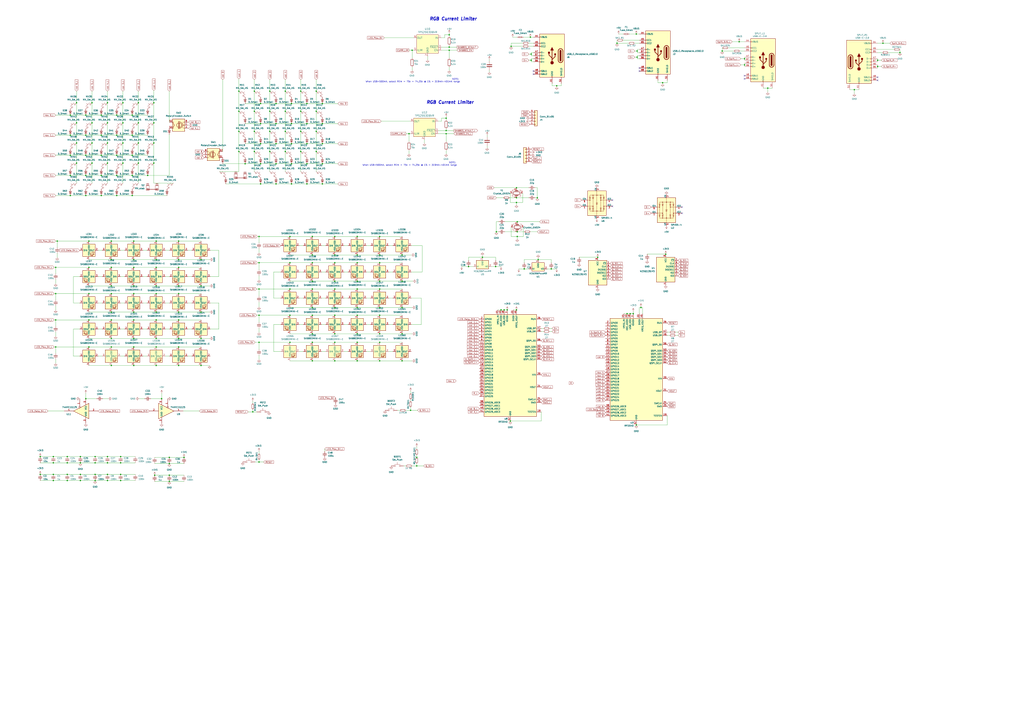
<source format=kicad_sch>
(kicad_sch (version 20230121) (generator eeschema)
  (paper "A1")
  (lib_symbols
    (symbol "74xGxx:74AHC1G125"
      (property "Reference" "U" (at -2.54 3.81 0))
      (property "Value" "74AHC1G125" (at 0 -3.81 0))
      (symbol "74AHC1G125_1_1"
        (pin input inverted (at 0 10.16 270) (length 7.62) (name "~") (number "1"))
        (pin input line (at -15.24 0 0) (length 7.62) (name "~") (number "2"))
        (pin power_in line (at -5.08 -10.16 90) (length 5.08) (name "GND") (number "3"))
        (pin tri_state line (at 12.7 0 180) (length 7.62) (name "~") (number "4"))
        (pin power_in line (at -5.08 10.16 270) (length 5.08) (name "VCC") (number "5"))
      )
    )
    (symbol "Connector:USB_C_Receptacle_USB2.0" (pin_names (offset 1.016))
      (property "Reference" "J" (at -10.16 19.05 0))
      (property "Value" "USB_C_Receptacle_USB2.0" (at 19.05 19.05 0))
      (symbol "USB_C_Receptacle_USB2.0_1_1"
        (pin passive line (at 0 -22.86 90) (length 5.08) (name "GND") (number "A1"))
        (pin passive line (at 0 -22.86 90) (length 5.08) hide (name "GND") (number "A12"))
        (pin passive line (at 15.24 15.24 180) (length 5.08) (name "VBUS") (number "A4"))
        (pin bidirectional line (at 15.24 10.16 180) (length 5.08) (name "CC1") (number "A5"))
        (pin bidirectional line (at 15.24 -2.54 180) (length 5.08) (name "D+") (number "A6"))
        (pin bidirectional line (at 15.24 2.54 180) (length 5.08) (name "D-") (number "A7"))
        (pin bidirectional line (at 15.24 -12.7 180) (length 5.08) (name "SBU1") (number "A8"))
        (pin passive line (at 15.24 15.24 180) (length 5.08) hide (name "VBUS") (number "A9"))
        (pin passive line (at 0 -22.86 90) (length 5.08) hide (name "GND") (number "B1"))
        (pin passive line (at 0 -22.86 90) (length 5.08) hide (name "GND") (number "B12"))
        (pin passive line (at 15.24 15.24 180) (length 5.08) hide (name "VBUS") (number "B4"))
        (pin bidirectional line (at 15.24 7.62 180) (length 5.08) (name "CC2") (number "B5"))
        (pin bidirectional line (at 15.24 -5.08 180) (length 5.08) (name "D+") (number "B6"))
        (pin bidirectional line (at 15.24 0 180) (length 5.08) (name "D-") (number "B7"))
        (pin bidirectional line (at 15.24 -15.24 180) (length 5.08) (name "SBU2") (number "B8"))
        (pin passive line (at 15.24 15.24 180) (length 5.08) hide (name "VBUS") (number "B9"))
        (pin passive line (at -7.62 -22.86 90) (length 5.08) (name "SHIELD") (number "S1"))
      )
    )
    (symbol "Connector_Generic:Conn_01x05" (pin_names (offset 1.016) hide)
      (property "Reference" "J" (at 0 7.62 0))
      (property "Value" "Conn_01x05" (at 0 -7.62 0))
      (symbol "Conn_01x05_1_1"
        (pin passive line (at -5.08 5.08 0) (length 3.81) (name "Pin_1") (number "1"))
        (pin passive line (at -5.08 2.54 0) (length 3.81) (name "Pin_2") (number "2"))
        (pin passive line (at -5.08 0 0) (length 3.81) (name "Pin_3") (number "3"))
        (pin passive line (at -5.08 -2.54 0) (length 3.81) (name "Pin_4") (number "4"))
        (pin passive line (at -5.08 -5.08 0) (length 3.81) (name "Pin_5") (number "5"))
      )
    )
    (symbol "Device:C" (pin_numbers hide) (pin_names (offset 0.254))
      (property "Reference" "C" (at 0.635 2.54 0))
      (property "Value" "C" (at 0.635 -2.54 0))
      (symbol "C_1_1"
        (pin passive line (at 0 3.81 270) (length 2.794) (name "~") (number "1"))
        (pin passive line (at 0 -3.81 90) (length 2.794) (name "~") (number "2"))
      )
    )
    (symbol "Device:C_Small" (pin_numbers hide) (pin_names (offset 0.254) hide)
      (property "Reference" "C" (at 0.254 1.778 0))
      (property "Value" "C_Small" (at 0.254 -2.032 0))
      (symbol "C_Small_1_1"
        (pin passive line (at 0 2.54 270) (length 2.032) (name "~") (number "1"))
        (pin passive line (at 0 -2.54 90) (length 2.032) (name "~") (number "2"))
      )
    )
    (symbol "Device:Crystal_GND24" (pin_names (offset 1.016) hide)
      (property "Reference" "Y" (at 3.175 5.08 0))
      (property "Value" "Crystal_GND24" (at 3.175 3.175 0))
      (symbol "Crystal_GND24_1_1"
        (pin passive line (at -3.81 0 0) (length 1.27) (name "1") (number "1"))
        (pin passive line (at 0 5.08 270) (length 1.27) (name "2") (number "2"))
        (pin passive line (at 3.81 0 180) (length 1.27) (name "3") (number "3"))
        (pin passive line (at 0 -5.08 90) (length 1.27) (name "4") (number "4"))
      )
    )
    (symbol "Device:D_Small" (pin_numbers hide) (pin_names (offset 0.254) hide)
      (property "Reference" "D" (at -1.27 2.032 0))
      (property "Value" "D_Small" (at -3.81 -2.032 0))
      (symbol "D_Small_1_1"
        (pin passive line (at -2.54 0 0) (length 1.778) (name "K") (number "1"))
        (pin passive line (at 2.54 0 180) (length 1.778) (name "A") (number "2"))
      )
    )
    (symbol "Device:Fuse_Small" (pin_numbers hide) (pin_names (offset 0.254) hide)
      (property "Reference" "F" (at 0 -1.524 0))
      (property "Value" "Fuse_Small" (at 0 1.524 0))
      (symbol "Fuse_Small_1_1"
        (pin passive line (at -2.54 0 0) (length 1.27) (name "~") (number "1"))
        (pin passive line (at 2.54 0 180) (length 1.27) (name "~") (number "2"))
      )
    )
    (symbol "Device:R" (pin_numbers hide) (pin_names (offset 0))
      (property "Reference" "R" (at 2.032 0 90))
      (property "Value" "R" (at 0 0 90))
      (symbol "R_1_1"
        (pin passive line (at 0 3.81 270) (length 1.27) (name "~") (number "1"))
        (pin passive line (at 0 -3.81 90) (length 1.27) (name "~") (number "2"))
      )
    )
    (symbol "Device:R_Small" (pin_numbers hide) (pin_names (offset 0.254) hide)
      (property "Reference" "R" (at 0.762 0.508 0))
      (property "Value" "R_Small" (at 0.762 -1.016 0))
      (symbol "R_Small_1_1"
        (pin passive line (at 0 2.54 270) (length 0.762) (name "~") (number "1"))
        (pin passive line (at 0 -2.54 90) (length 0.762) (name "~") (number "2"))
      )
    )
    (symbol "Device:RotaryEncoder_Switch" (pin_names (offset 0.254) hide)
      (property "Reference" "SW" (at 0 6.604 0))
      (property "Value" "RotaryEncoder_Switch" (at 0 -6.604 0))
      (symbol "RotaryEncoder_Switch_1_1"
        (pin passive line (at -7.62 2.54 0) (length 2.54) (name "A") (number "A"))
        (pin passive line (at -7.62 -2.54 0) (length 2.54) (name "B") (number "B"))
        (pin passive line (at -7.62 0 0) (length 2.54) (name "C") (number "C"))
        (pin passive line (at 7.62 2.54 180) (length 2.54) (name "S1") (number "S1"))
        (pin passive line (at 7.62 -2.54 180) (length 2.54) (name "S2") (number "S2"))
      )
    )
    (symbol "Ghoul:TPS2553DBVR" (pin_names (offset 0.254))
      (property "Reference" "U1" (at 0 12.3952 0))
      (property "Value" "TPS2553DBVR" (at 0 9.7028 0))
      (symbol "TPS2553DBVR_1_1"
        (pin power_in line (at -11.43 5.08 0) (length 2.54) (name "IN") (number "1"))
        (pin power_in line (at 0 -10.16 90) (length 2.54) (name "GND") (number "2"))
        (pin input line (at -11.43 -5.08 0) (length 2.54) (name "EN") (number "3"))
        (pin open_collector line (at -11.43 -2.54 0) (length 2.54) (name "~{FAULT}") (number "4"))
        (pin input line (at 11.43 -5.08 180) (length 2.54) (name "ILIM") (number "5"))
        (pin power_out line (at 11.43 5.08 180) (length 2.54) (name "OUT") (number "6"))
      )
    )
    (symbol "MCU_RaspberryPi:RP2040"
      (property "Reference" "U" (at 17.78 45.72 0))
      (property "Value" "RP2040" (at 17.78 43.18 0))
      (symbol "RP2040_1_1"
        (pin power_in line (at 2.54 45.72 270) (length 3.81) (name "IOVDD") (number "1"))
        (pin passive line (at 2.54 45.72 270) (length 3.81) hide (name "IOVDD") (number "10"))
        (pin bidirectional line (at 25.4 17.78 180) (length 3.81) (name "GPIO8") (number "11"))
        (pin bidirectional line (at 25.4 15.24 180) (length 3.81) (name "GPIO9") (number "12"))
        (pin bidirectional line (at 25.4 12.7 180) (length 3.81) (name "GPIO10") (number "13"))
        (pin bidirectional line (at 25.4 10.16 180) (length 3.81) (name "GPIO11") (number "14"))
        (pin bidirectional line (at 25.4 7.62 180) (length 3.81) (name "GPIO12") (number "15"))
        (pin bidirectional line (at 25.4 5.08 180) (length 3.81) (name "GPIO13") (number "16"))
        (pin bidirectional line (at 25.4 2.54 180) (length 3.81) (name "GPIO14") (number "17"))
        (pin bidirectional line (at 25.4 0 180) (length 3.81) (name "GPIO15") (number "18"))
        (pin input line (at -25.4 -38.1 0) (length 3.81) (name "TESTEN") (number "19"))
        (pin bidirectional line (at 25.4 38.1 180) (length 3.81) (name "GPIO0") (number "2"))
        (pin input line (at -25.4 -7.62 0) (length 3.81) (name "XIN") (number "20"))
        (pin passive line (at -25.4 -17.78 0) (length 3.81) (name "XOUT") (number "21"))
        (pin passive line (at 2.54 45.72 270) (length 3.81) hide (name "IOVDD") (number "22"))
        (pin power_in line (at -2.54 45.72 270) (length 3.81) (name "DVDD") (number "23"))
        (pin input line (at -25.4 -27.94 0) (length 3.81) (name "SWCLK") (number "24"))
        (pin bidirectional line (at -25.4 -30.48 0) (length 3.81) (name "SWD") (number "25"))
        (pin input line (at -25.4 38.1 0) (length 3.81) (name "RUN") (number "26"))
        (pin bidirectional line (at 25.4 -2.54 180) (length 3.81) (name "GPIO16") (number "27"))
        (pin bidirectional line (at 25.4 -5.08 180) (length 3.81) (name "GPIO17") (number "28"))
        (pin bidirectional line (at 25.4 -7.62 180) (length 3.81) (name "GPIO18") (number "29"))
        (pin bidirectional line (at 25.4 35.56 180) (length 3.81) (name "GPIO1") (number "3"))
        (pin bidirectional line (at 25.4 -10.16 180) (length 3.81) (name "GPIO19") (number "30"))
        (pin bidirectional line (at 25.4 -12.7 180) (length 3.81) (name "GPIO20") (number "31"))
        (pin bidirectional line (at 25.4 -15.24 180) (length 3.81) (name "GPIO21") (number "32"))
        (pin passive line (at 2.54 45.72 270) (length 3.81) hide (name "IOVDD") (number "33"))
        (pin bidirectional line (at 25.4 -17.78 180) (length 3.81) (name "GPIO22") (number "34"))
        (pin bidirectional line (at 25.4 -20.32 180) (length 3.81) (name "GPIO23") (number "35"))
        (pin bidirectional line (at 25.4 -22.86 180) (length 3.81) (name "GPIO24") (number "36"))
        (pin bidirectional line (at 25.4 -25.4 180) (length 3.81) (name "GPIO25") (number "37"))
        (pin bidirectional line (at 25.4 -30.48 180) (length 3.81) (name "GPIO26_ADC0") (number "38"))
        (pin bidirectional line (at 25.4 -33.02 180) (length 3.81) (name "GPIO27_ADC1") (number "39"))
        (pin bidirectional line (at 25.4 33.02 180) (length 3.81) (name "GPIO2") (number "4"))
        (pin bidirectional line (at 25.4 -35.56 180) (length 3.81) (name "GPIO28_ADC2") (number "40"))
        (pin bidirectional line (at 25.4 -38.1 180) (length 3.81) (name "GPIO29_ADC3") (number "41"))
        (pin passive line (at 2.54 45.72 270) (length 3.81) hide (name "IOVDD") (number "42"))
        (pin power_in line (at 7.62 45.72 270) (length 3.81) (name "ADC_AVDD") (number "43"))
        (pin power_in line (at 10.16 45.72 270) (length 3.81) (name "VREG_IN") (number "44"))
        (pin power_out line (at -5.08 45.72 270) (length 3.81) (name "VREG_VOUT") (number "45"))
        (pin bidirectional line (at -25.4 27.94 0) (length 3.81) (name "USB_DM") (number "46"))
        (pin bidirectional line (at -25.4 30.48 0) (length 3.81) (name "USB_DP") (number "47"))
        (pin power_in line (at 5.08 45.72 270) (length 3.81) (name "USB_VDD") (number "48"))
        (pin passive line (at 2.54 45.72 270) (length 3.81) hide (name "IOVDD") (number "49"))
        (pin bidirectional line (at 25.4 30.48 180) (length 3.81) (name "GPIO3") (number "5"))
        (pin passive line (at -2.54 45.72 270) (length 3.81) hide (name "DVDD") (number "50"))
        (pin bidirectional line (at -25.4 7.62 0) (length 3.81) (name "QSPI_SD3") (number "51"))
        (pin output line (at -25.4 5.08 0) (length 3.81) (name "QSPI_SCLK") (number "52"))
        (pin bidirectional line (at -25.4 15.24 0) (length 3.81) (name "QSPI_SD0") (number "53"))
        (pin bidirectional line (at -25.4 10.16 0) (length 3.81) (name "QSPI_SD2") (number "54"))
        (pin bidirectional line (at -25.4 12.7 0) (length 3.81) (name "QSPI_SD1") (number "55"))
        (pin bidirectional line (at -25.4 20.32 0) (length 3.81) (name "QSPI_SS") (number "56"))
        (pin power_in line (at 0 -45.72 90) (length 3.81) (name "GND") (number "57"))
        (pin bidirectional line (at 25.4 27.94 180) (length 3.81) (name "GPIO4") (number "6"))
        (pin bidirectional line (at 25.4 25.4 180) (length 3.81) (name "GPIO5") (number "7"))
        (pin bidirectional line (at 25.4 22.86 180) (length 3.81) (name "GPIO6") (number "8"))
        (pin bidirectional line (at 25.4 20.32 180) (length 3.81) (name "GPIO7") (number "9"))
      )
    )
    (symbol "Memory_Flash:W25Q128JVS"
      (property "Reference" "U" (at -8.89 8.89 0))
      (property "Value" "W25Q128JVS" (at 7.62 8.89 0))
      (symbol "W25Q128JVS_1_1"
        (pin input line (at -10.16 7.62 0) (length 2.54) (name "~{CS}") (number "1"))
        (pin bidirectional line (at -10.16 0 0) (length 2.54) (name "DO(IO1)") (number "2"))
        (pin bidirectional line (at -10.16 -2.54 0) (length 2.54) (name "IO2") (number "3"))
        (pin power_in line (at 0 -12.7 90) (length 2.54) (name "GND") (number "4"))
        (pin bidirectional line (at -10.16 2.54 0) (length 2.54) (name "DI(IO0)") (number "5"))
        (pin input line (at -10.16 5.08 0) (length 2.54) (name "CLK") (number "6"))
        (pin bidirectional line (at -10.16 -5.08 0) (length 2.54) (name "IO3") (number "7"))
        (pin power_in line (at 0 12.7 270) (length 2.54) (name "VCC") (number "8"))
      )
    )
    (symbol "PCM_marbastlib-mx:MX_SK6812MINI-E"
      (property "Reference" "LED" (at 3.175 6.35 0))
      (property "Value" "MX_SK6812MINI-E" (at 10.16 -6.985 0))
      (symbol "MX_SK6812MINI-E_0_0"
        (text "RGB" (at 2.286 -4.191 0) (effects (font (size 0.762 0.762))))
      )
      (symbol "MX_SK6812MINI-E_1_1"
        (pin power_in line (at 0 7.62 270) (length 2.54) (name "VDD") (number "1"))
        (pin output line (at 7.62 0 180) (length 2.54) (name "DOUT") (number "2"))
        (pin input line (at -7.62 0 0) (length 2.54) (name "DIN") (number "3"))
        (pin power_in line (at 0 -7.62 90) (length 2.54) (name "VSS") (number "4"))
      )
    )
    (symbol "PCM_marbastlib-mx:MX_SW_HS" (pin_numbers hide) (pin_names (offset 1.016) hide)
      (property "Reference" "MX" (at 3.048 1.016 0))
      (property "Value" "MX_SW_HS" (at 0 -3.81 0))
      (symbol "MX_SW_HS_0_1"
        (pin passive line (at -2.54 2.54 0) (length 0) (name "1") (number "1"))
        (pin passive line (at 2.54 -2.54 180) (length 0) (name "2") (number "2"))
      )
    )
    (symbol "PCM_marbastlib-mx:MX_stab" (pin_names (offset 1.016))
      (property "Reference" "S" (at -5.08 6.35 0))
      (property "Value" "MX_stab" (at -5.08 3.81 0))
    )
    (symbol "PCM_marbastlib-various:SRV05-4" (pin_names (offset 0))
      (property "Reference" "U" (at -5.08 11.43 0))
      (property "Value" "SRV05-4" (at 2.54 11.43 0))
      (symbol "SRV05-4_1_1"
        (pin passive line (at -12.7 2.54 0) (length 5.08) (name "IO1") (number "1"))
        (pin passive line (at 0 -12.7 90) (length 2.54) (name "VN") (number "2"))
        (pin passive line (at 12.7 2.54 180) (length 5.08) (name "IO2") (number "3"))
        (pin passive line (at 12.7 -2.54 180) (length 5.08) (name "IO3") (number "4"))
        (pin passive line (at 0 12.7 270) (length 2.54) (name "VP") (number "5"))
        (pin passive line (at -12.7 -2.54 0) (length 5.08) (name "IO4") (number "6"))
      )
    )
    (symbol "Regulator_Linear:XC6206PxxxMR" (pin_names (offset 0.254))
      (property "Reference" "U" (at -3.81 3.175 0))
      (property "Value" "XC6206PxxxMR" (at 0 3.175 0))
      (symbol "XC6206PxxxMR_1_1"
        (pin power_in line (at 0 -7.62 90) (length 2.54) (name "GND") (number "1"))
        (pin power_out line (at 7.62 0 180) (length 2.54) (name "VO") (number "2"))
        (pin power_in line (at -7.62 0 0) (length 2.54) (name "VI") (number "3"))
      )
    )
    (symbol "Switch:SW_Push" (pin_numbers hide) (pin_names (offset 1.016) hide)
      (property "Reference" "SW" (at 1.27 2.54 0))
      (property "Value" "SW_Push" (at 0 -1.524 0))
      (symbol "SW_Push_0_1"
        (pin passive line (at -5.08 0 0) (length 2.54) (name "1") (number "1"))
        (pin passive line (at 5.08 0 180) (length 2.54) (name "2") (number "2"))
      )
    )
    (symbol "power:+1V1" (power) (pin_names (offset 0))
      (property "Value" "+1V1" (at 0 3.556 0))
      (symbol "+1V1_1_1"
        (pin power_in line (at 0 0 90) (length 0) hide (name "+1V1") (number "1"))
      )
    )
    (symbol "power:+3V3" (power) (pin_names (offset 0))
      (property "Value" "+3V3" (at 0 3.556 0))
      (symbol "+3V3_1_1"
        (pin power_in line (at 0 0 90) (length 0) hide (name "+3V3") (number "1"))
      )
    )
    (symbol "power:+5V" (power) (pin_names (offset 0))
      (property "Value" "+5V" (at 0 3.556 0))
      (symbol "+5V_1_1"
        (pin power_in line (at 0 0 90) (length 0) hide (name "+5V") (number "1"))
      )
    )
    (symbol "power:GND" (power) (pin_names (offset 0))
      (property "Value" "GND" (at 0 -3.81 0))
      (symbol "GND_1_1"
        (pin power_in line (at 0 0 270) (length 0) hide (name "GND") (number "1"))
      )
    )
    (symbol "power:VBUS" (power) (pin_names (offset 0))
      (property "Value" "VBUS" (at 0 3.81 0))
      (symbol "VBUS_1_1"
        (pin power_in line (at 0 0 90) (length 0) hide (name "VBUS") (number "1"))
      )
    )
  )
  (junction (at 165.1 234.95))
  (junction (at 83.185 94.615))
  (junction (at 88.265 100.965))
  (junction (at 366.395 97.155))
  (junction (at 83.185 127.635))
  (junction (at 57.785 111.125))
  (junction (at 165.1 256.54))
  (junction (at 311.785 259.08))
  (junction (at 523.24 41.91))
  (junction (at 126.365 100.965))
  (junction (at 113.665 100.965))
  (junction (at 368.935 41.275))
  (junction (at 259.715 107.95))
  (junction (at 221.615 74.93))
  (junction (at 91.44 241.3))
  (junction (at 256.54 215.9))
  (junction (at 100.965 100.965))
  (junction (at 57.785 94.615))
  (junction (at 95.885 127.635))
  (junction (at 213.995 101.6))
  (junction (at 45.72 219.71))
  (junction (at 212.725 259.08))
  (junction (at 146.685 278.13))
  (junction (at 424.815 194.31))
  (junction (at 109.855 241.3))
  (junction (at 46.99 198.12))
  (junction (at 293.37 274.32))
  (junction (at 739.14 43.18))
  (junction (at 91.44 198.12))
  (junction (at 196.215 107.95))
  (junction (at 238.125 194.31))
  (junction (at 91.44 278.13))
  (junction (at 330.2 209.55))
  (junction (at 113.665 117.475))
  (junction (at 441.325 162.56))
  (junction (at 109.855 285.115))
  (junction (at 128.27 234.95))
  (junction (at 66.04 380.365))
  (junction (at 256.54 231.14))
  (junction (at 73.025 262.89))
  (junction (at 75.565 133.985))
  (junction (at 239.395 118.11))
  (junction (at 55.245 389.89))
  (junction (at 256.54 252.73))
  (junction (at 441.96 213.36))
  (junction (at 407.67 190.5))
  (junction (at 95.885 94.615))
  (junction (at 146.685 219.71))
  (junction (at 607.06 34.29))
  (junction (at 366.395 109.855))
  (junction (at 33.02 389.89))
  (junction (at 196.215 74.93))
  (junction (at 109.855 262.89))
  (junction (at 99.06 394.97))
  (junction (at 293.37 259.08))
  (junction (at 311.785 237.49))
  (junction (at 91.44 285.115))
  (junction (at 83.185 160.655))
  (junction (at 208.915 107.95))
  (junction (at 396.24 211.455))
  (junction (at 274.955 215.9))
  (junction (at 274.955 274.32))
  (junction (at 88.265 84.455))
  (junction (at 78.105 375.285))
  (junction (at 128.27 285.115))
  (junction (at 544.195 67.945))
  (junction (at 256.54 274.32))
  (junction (at 207.645 338.455))
  (junction (at 55.245 375.285))
  (junction (at 384.81 219.075))
  (junction (at 95.885 111.125))
  (junction (at 146.685 285.115))
  (junction (at 414.02 254.635))
  (junction (at 424.18 154.305))
  (junction (at 213.995 118.11))
  (junction (at 252.095 101.6))
  (junction (at 57.785 127.635))
  (junction (at 490.855 211.455))
  (junction (at 720.725 54.61))
  (junction (at 75.565 84.455))
  (junction (at 274.955 296.545))
  (junction (at 264.795 134.62))
  (junction (at 311.785 296.545))
  (junction (at 256.54 281.305))
  (junction (at 293.37 296.545))
  (junction (at 436.245 44.45))
  (junction (at 45.72 241.3))
  (junction (at 70.485 160.655))
  (junction (at 368.935 28.575))
  (junction (at 435.61 30.48))
  (junction (at 293.37 231.14))
  (junction (at 330.2 252.73))
  (junction (at 526.415 252.73))
  (junction (at 212.725 237.49))
  (junction (at 407.035 219.075))
  (junction (at 91.44 219.71))
  (junction (at 212.725 194.31))
  (junction (at 73.025 219.71))
  (junction (at 311.785 274.32))
  (junction (at 88.265 375.285))
  (junction (at 127 390.525))
  (junction (at 88.265 133.985))
  (junction (at 70.485 127.635))
  (junction (at 226.695 151.13))
  (junction (at 293.37 237.49))
  (junction (at 146.685 241.3))
  (junction (at 338.455 41.275))
  (junction (at 239.395 151.13))
  (junction (at 88.265 394.97))
  (junction (at 113.665 84.455))
  (junction (at 75.565 100.965))
  (junction (at 146.685 300.355))
  (junction (at 226.695 85.09))
  (junction (at 91.44 213.36))
  (junction (at 239.395 101.6))
  (junction (at 91.44 256.54))
  (junction (at 128.27 300.355))
  (junction (at 256.54 259.08))
  (junction (at 264.795 101.6))
  (junction (at 247.015 107.95))
  (junction (at 128.27 213.36))
  (junction (at 311.785 194.31))
  (junction (at 212.725 379.73))
  (junction (at 70.485 94.615))
  (junction (at 78.105 389.89))
  (junction (at 221.615 91.44))
  (junction (at 234.315 91.44))
  (junction (at 264.795 85.09))
  (junction (at 88.265 117.475))
  (junction (at 146.685 256.54))
  (junction (at 73.025 241.3))
  (junction (at 78.105 380.365))
  (junction (at 128.27 219.71))
  (junction (at 108.585 144.145))
  (junction (at 264.795 118.11))
  (junction (at 128.27 241.3))
  (junction (at 293.37 252.73))
  (junction (at 221.615 124.46))
  (junction (at 238.125 259.08))
  (junction (at 139.065 381))
  (junction (at 239.395 85.09))
  (junction (at 66.04 375.285))
  (junction (at 368.935 38.735))
  (junction (at 57.785 160.655))
  (junction (at 146.685 234.95))
  (junction (at 523.24 46.99))
  (junction (at 247.015 124.46))
  (junction (at 100.965 133.985))
  (junction (at 45.72 285.115))
  (junction (at 419.735 38.1))
  (junction (at 212.725 215.9))
  (junction (at 128.27 262.89))
  (junction (at 264.795 151.13))
  (junction (at 424.18 162.56))
  (junction (at 330.2 274.32))
  (junction (at 234.315 74.93))
  (junction (at 73.025 285.115))
  (junction (at 424.815 190.5))
  (junction (at 293.37 281.305))
  (junction (at 457.2 70.485))
  (junction (at 252.095 118.11))
  (junction (at 45.72 262.89))
  (junction (at 274.955 259.08))
  (junction (at 121.285 144.145))
  (junction (at 311.785 281.305))
  (junction (at 335.915 109.855))
  (junction (at 62.865 117.475))
  (junction (at 83.185 111.125))
  (junction (at 99.06 389.89))
  (junction (at 100.965 117.475))
  (junction (at 611.505 48.26))
  (junction (at 126.365 133.985))
  (junction (at 108.585 127.635))
  (junction (at 522.605 27.94))
  (junction (at 91.44 262.89))
  (junction (at 234.315 124.46))
  (junction (at 436.245 49.53))
  (junction (at 139.065 395.605))
  (junction (at 99.06 375.285))
  (junction (at 259.715 74.93))
  (junction (at 109.855 219.71))
  (junction (at 213.995 85.09))
  (junction (at 208.915 91.44))
  (junction (at 132.715 327.66))
  (junction (at 259.715 124.46))
  (junction (at 514.985 257.81))
  (junction (at 256.54 296.545))
  (junction (at 725.17 35.56))
  (junction (at 238.125 237.49))
  (junction (at 99.06 380.365))
  (junction (at 311.785 215.9))
  (junction (at 73.025 198.12))
  (junction (at 66.04 389.89))
  (junction (at 247.015 91.44))
  (junction (at 213.995 151.13))
  (junction (at 128.27 256.54))
  (junction (at 57.785 144.145))
  (junction (at 593.09 41.91))
  (junction (at 342.265 382.905))
  (junction (at 226.695 118.11))
  (junction (at 252.095 134.62))
  (junction (at 256.54 237.49))
  (junction (at 546.735 208.915))
  (junction (at 70.485 144.145))
  (junction (at 109.855 198.12))
  (junction (at 43.815 375.285))
  (junction (at 520.065 257.81))
  (junction (at 146.685 262.89))
  (junction (at 234.315 107.95))
  (junction (at 208.915 74.93))
  (junction (at 274.955 231.14))
  (junction (at 139.065 375.92))
  (junction (at 337.185 337.185))
  (junction (at 146.685 213.36))
  (junction (at 293.37 209.55))
  (junction (at 424.815 182.245))
  (junction (at 517.525 257.81))
  (junction (at 274.955 281.305))
  (junction (at 201.295 134.62))
  (junction (at 95.885 160.655))
  (junction (at 43.815 380.365))
  (junction (at 55.245 380.365))
  (junction (at 330.2 296.545))
  (junction (at 259.715 91.44))
  (junction (at 126.365 117.475))
  (junction (at 226.695 134.62))
  (junction (at 55.245 394.97))
  (junction (at 108.585 160.655))
  (junction (at 720.725 49.53))
  (junction (at 424.18 166.37))
  (junction (at 311.785 231.14))
  (junction (at 226.695 101.6))
  (junction (at 128.27 198.12))
  (junction (at 238.125 281.305))
  (junction (at 419.1 346.075))
  (junction (at 274.955 209.55))
  (junction (at 165.1 300.355))
  (junction (at 100.965 84.455))
  (junction (at 274.955 237.49))
  (junction (at 256.54 194.31))
  (junction (at 430.53 220.98))
  (junction (at 126.365 84.455))
  (junction (at 109.855 256.54))
  (junction (at 88.265 380.365))
  (junction (at 196.215 91.44))
  (junction (at 88.265 389.89))
  (junction (at 212.725 281.305))
  (junction (at 311.785 252.73))
  (junction (at 452.755 220.98))
  (junction (at 165.1 278.13))
  (junction (at 416.56 254.635))
  (junction (at 70.485 327.66))
  (junction (at 411.48 254.635))
  (junction (at 239.395 134.62))
  (junction (at 66.04 394.97))
  (junction (at 311.785 209.55))
  (junction (at 630.555 72.39))
  (junction (at 109.855 278.13))
  (junction (at 213.995 134.62))
  (junction (at 128.27 278.13))
  (junction (at 342.265 375.92))
  (junction (at 83.185 144.145))
  (junction (at 43.815 389.89))
  (junction (at 113.665 133.985))
  (junction (at 247.015 74.93))
  (junction (at 151.13 375.92))
  (junction (at 109.855 234.95))
  (junction (at 139.065 390.525))
  (junction (at 256.54 209.55))
  (junction (at 424.18 254.635))
  (junction (at 196.215 124.46))
  (junction (at 109.855 300.355))
  (junction (at 221.615 107.95))
  (junction (at 366.395 107.315))
  (junction (at 109.855 213.36))
  (junction (at 95.885 144.145))
  (junction (at 293.37 215.9))
  (junction (at 252.095 85.09))
  (junction (at 108.585 111.125))
  (junction (at 701.675 73.66))
  (junction (at 75.565 117.475))
  (junction (at 274.955 252.73))
  (junction (at 78.105 394.97))
  (junction (at 91.44 234.95))
  (junction (at 238.125 215.9))
  (junction (at 611.505 53.34))
  (junction (at 208.915 124.46))
  (junction (at 70.485 111.125))
  (junction (at 62.865 100.965))
  (junction (at 43.815 394.97))
  (junction (at 146.685 198.12))
  (junction (at 33.02 375.285))
  (junction (at 330.2 231.14))
  (junction (at 274.955 194.31))
  (junction (at 108.585 94.615))
  (junction (at 506.73 35.56))
  (junction (at 165.1 213.36))
  (junction (at 62.865 84.455))
  (junction (at 91.44 300.355))
  (junction (at 252.095 151.13))
  (junction (at 62.865 133.985))
  (junction (at 293.37 194.31))
  (junction (at 522.605 349.25))
  (no_connect (at 525.145 58.42))
  (no_connect (at 502.92 169.545))
  (no_connect (at 560.07 170.18))
  (no_connect (at 720.725 66.04))
  (no_connect (at 611.505 64.77))
  (no_connect (at 611.505 62.23))
  (no_connect (at 438.15 60.96))
  (no_connect (at 502.92 164.465))
  (no_connect (at 560.07 175.26))
  (no_connect (at 438.15 58.42))
  (no_connect (at 720.725 63.5))
  (no_connect (at 525.145 55.88))
  (wire (pts (xy 146.685 278.13) (xy 165.1 278.13)))
  (wire (pts (xy 403.86 219.075) (xy 407.035 219.075)))
  (wire (pts (xy 33.02 380.365) (xy 43.815 380.365)))
  (wire (pts (xy 400.05 112.395) (xy 400.05 111.125)))
  (wire (pts (xy 438.15 38.1) (xy 434.34 38.1)))
  (wire (pts (xy 226.695 85.09) (xy 239.395 85.09)))
  (wire (pts (xy 256.54 194.31) (xy 274.955 194.31)))
  (wire (pts (xy 556.895 275.59) (xy 554.99 275.59)))
  (wire (pts (xy 338.455 274.32) (xy 330.2 274.32)))
  (wire (pts (xy 239.395 118.11) (xy 252.095 118.11)))
  (wire (pts (xy 45.72 241.3) (xy 73.025 241.3)))
  (wire (pts (xy 126.365 117.475) (xy 126.365 133.985)))
  (wire (pts (xy 99.06 389.89) (xy 111.125 389.89)))
  (wire (pts (xy 319.405 245.11) (xy 322.58 245.11)))
  (wire (pts (xy 446.405 272.415) (xy 444.5 272.415)))
  (wire (pts (xy 342.265 375.92) (xy 342.265 376.555)))
  (wire (pts (xy 139.065 110.49) (xy 139.065 144.145)))
  (wire (pts (xy 57.785 144.145) (xy 45.72 144.145)))
  (wire (pts (xy 319.405 266.7) (xy 322.58 266.7)))
  (wire (pts (xy 120.65 248.92) (xy 117.475 248.92)))
  (wire (pts (xy 274.955 296.545) (xy 256.54 296.545)))
  (wire (pts (xy 593.09 41.91) (xy 593.09 39.37)))
  (wire (pts (xy 33.02 394.97) (xy 43.815 394.97)))
  (wire (pts (xy 45.72 219.71) (xy 73.025 219.71)))
  (wire (pts (xy 212.725 237.49) (xy 238.125 237.49)))
  (wire (pts (xy 139.065 390.525) (xy 151.13 390.525)))
  (wire (pts (xy 165.1 256.54) (xy 172.085 256.54)))
  (wire (pts (xy 436.245 43.18) (xy 436.245 44.45)))
  (wire (pts (xy 366.395 107.315) (xy 360.045 107.315)))
  (wire (pts (xy 45.72 229.87) (xy 45.72 233.045)))
  (wire (pts (xy 285.75 201.93) (xy 282.575 201.93)))
  (wire (pts (xy 179.705 270.51) (xy 172.72 270.51)))
  (wire (pts (xy 430.53 215.9) (xy 430.53 213.36)))
  (wire (pts (xy 264.16 266.7) (xy 267.335 266.7)))
  (wire (pts (xy 453.39 70.485) (xy 453.39 68.58)))
  (wire (pts (xy 247.015 124.46) (xy 247.015 140.97)))
  (wire (pts (xy 137.16 160.655) (xy 108.585 160.655)))
  (wire (pts (xy 172.085 234.95) (xy 165.1 234.95)))
  (wire (pts (xy 108.585 160.655) (xy 95.885 160.655)))
  (wire (pts (xy 517.525 257.81) (xy 514.985 257.81)))
  (wire (pts (xy 300.99 245.11) (xy 304.165 245.11)))
  (wire (pts (xy 526.415 252.73) (xy 527.685 252.73)))
  (wire (pts (xy 601.345 34.29) (xy 607.06 34.29)))
  (wire (pts (xy 452.755 220.98) (xy 457.2 220.98)))
  (wire (pts (xy 300.99 223.52) (xy 304.165 223.52)))
  (wire (pts (xy 338.455 41.275) (xy 335.915 41.275)))
  (wire (pts (xy 245.745 288.925) (xy 248.92 288.925)))
  (wire (pts (xy 100.965 74.93) (xy 100.965 84.455)))
  (wire (pts (xy 424.815 196.215) (xy 424.815 194.31)))
  (wire (pts (xy 424.18 168.275) (xy 424.18 166.37)))
  (wire (pts (xy 44.45 262.89) (xy 45.72 262.89)))
  (wire (pts (xy 238.125 237.49) (xy 256.54 237.49)))
  (wire (pts (xy 319.405 223.52) (xy 322.58 223.52)))
  (wire (pts (xy 121.285 144.145) (xy 108.585 144.145)))
  (wire (pts (xy 549.91 275.59) (xy 548.005 275.59)))
  (wire (pts (xy 163.83 337.82) (xy 150.495 337.82)))
  (wire (pts (xy 429.26 38.1) (xy 419.735 38.1)))
  (wire (pts (xy 221.615 74.93) (xy 221.615 91.44)))
  (wire (pts (xy 75.565 133.985) (xy 75.565 150.495)))
  (wire (pts (xy 128.27 198.12) (xy 146.685 198.12)))
  (wire (pts (xy 45.72 262.89) (xy 73.025 262.89)))
  (wire (pts (xy 108.585 94.615) (xy 95.885 94.615)))
  (wire (pts (xy 208.915 74.93) (xy 208.915 91.44)))
  (wire (pts (xy 375.285 41.275) (xy 368.935 41.275)))
  (wire (pts (xy 523.24 46.99) (xy 523.24 48.26)))
  (wire (pts (xy 439.42 154.305) (xy 441.325 154.305)))
  (wire (pts (xy 75.565 84.455) (xy 75.565 100.965)))
  (wire (pts (xy 57.785 94.615) (xy 45.72 94.615)))
  (wire (pts (xy 179.705 205.74) (xy 172.72 205.74)))
  (wire (pts (xy 608.33 48.26) (xy 611.505 48.26)))
  (wire (pts (xy 91.44 278.13) (xy 109.855 278.13)))
  (wire (pts (xy 335.915 123.825) (xy 335.915 126.365)))
  (wire (pts (xy 527.685 252.73) (xy 527.685 257.81)))
  (wire (pts (xy 109.855 219.71) (xy 128.27 219.71)))
  (wire (pts (xy 212.725 194.31) (xy 212.725 199.39)))
  (wire (pts (xy 407.035 219.075) (xy 411.48 219.075)))
  (wire (pts (xy 238.125 215.9) (xy 256.54 215.9)))
  (wire (pts (xy 438.15 45.72) (xy 436.245 45.72)))
  (wire (pts (xy 322.58 201.93) (xy 319.405 201.93)))
  (wire (pts (xy 57.785 111.125) (xy 45.72 111.125)))
  (wire (pts (xy 338.455 296.545) (xy 330.2 296.545)))
  (wire (pts (xy 75.565 100.965) (xy 75.565 117.475)))
  (wire (pts (xy 66.04 394.97) (xy 78.105 394.97)))
  (wire (pts (xy 330.2 252.73) (xy 311.785 252.73)))
  (wire (pts (xy 91.44 213.36) (xy 109.855 213.36)))
  (wire (pts (xy 311.785 194.31) (xy 330.2 194.31)))
  (wire (pts (xy 239.395 101.6) (xy 252.095 101.6)))
  (wire (pts (xy 88.265 394.97) (xy 99.06 394.97)))
  (wire (pts (xy 608.33 53.34) (xy 611.505 53.34)))
  (wire (pts (xy 210.82 237.49) (xy 212.725 237.49)))
  (wire (pts (xy 293.37 281.305) (xy 311.785 281.305)))
  (wire (pts (xy 293.37 259.08) (xy 311.785 259.08)))
  (wire (pts (xy 330.2 296.545) (xy 311.785 296.545)))
  (wire (pts (xy 414.02 254.635) (xy 411.48 254.635)))
  (wire (pts (xy 91.44 241.3) (xy 109.855 241.3)))
  (wire (pts (xy 88.265 117.475) (xy 88.265 133.985)))
  (wire (pts (xy 212.725 281.305) (xy 212.725 287.02)))
  (wire (pts (xy 208.915 124.46) (xy 208.915 140.97)))
  (wire (pts (xy 311.785 252.73) (xy 293.37 252.73)))
  (wire (pts (xy 730.885 35.56) (xy 725.17 35.56)))
  (wire (pts (xy 525.145 40.64) (xy 523.24 40.64)))
  (wire (pts (xy 441.96 212.09) (xy 441.96 213.36)))
  (wire (pts (xy 139.065 381) (xy 127 381)))
  (wire (pts (xy 80.645 227.33) (xy 83.82 227.33)))
  (wire (pts (xy 264.16 245.11) (xy 267.335 245.11)))
  (wire (pts (xy 366.395 97.155) (xy 362.585 97.155)))
  (wire (pts (xy 182.88 134.62) (xy 201.295 134.62)))
  (wire (pts (xy 434.34 35.56) (xy 438.15 35.56)))
  (wire (pts (xy 461.01 70.485) (xy 457.2 70.485)))
  (wire (pts (xy 66.04 375.285) (xy 78.105 375.285)))
  (wire (pts (xy 300.99 288.925) (xy 304.165 288.925)))
  (wire (pts (xy 338.455 382.905) (xy 342.265 382.905)))
  (wire (pts (xy 66.04 389.89) (xy 78.105 389.89)))
  (wire (pts (xy 212.725 237.49) (xy 212.725 243.205)))
  (wire (pts (xy 396.24 210.185) (xy 396.24 211.455)))
  (wire (pts (xy 196.215 91.44) (xy 196.215 107.95)))
  (wire (pts (xy 239.395 85.09) (xy 252.095 85.09)))
  (wire (pts (xy 252.095 85.09) (xy 264.795 85.09)))
  (wire (pts (xy 523.24 45.72) (xy 523.24 46.99)))
  (wire (pts (xy 238.125 194.31) (xy 256.54 194.31)))
  (wire (pts (xy 212.725 377.825) (xy 212.725 379.73)))
  (wire (pts (xy 248.92 201.93) (xy 245.745 201.93)))
  (wire (pts (xy 123.825 327.66) (xy 132.715 327.66)))
  (wire (pts (xy 525.145 48.26) (xy 523.24 48.26)))
  (wire (pts (xy 365.125 31.115) (xy 362.585 31.115)))
  (wire (pts (xy 146.685 198.12) (xy 165.1 198.12)))
  (wire (pts (xy 348.615 114.935) (xy 348.615 117.475)))
  (wire (pts (xy 70.485 160.655) (xy 57.785 160.655)))
  (wire (pts (xy 83.185 127.635) (xy 70.485 127.635)))
  (wire (pts (xy 154.305 102.87) (xy 154.94 102.87)))
  (wire (pts (xy 264.795 134.62) (xy 277.495 134.62)))
  (wire (pts (xy 88.265 380.365) (xy 99.06 380.365)))
  (wire (pts (xy 45.72 273.05) (xy 45.72 276.225)))
  (wire (pts (xy 725.17 35.56) (xy 720.725 35.56)))
  (wire (pts (xy 611.505 52.07) (xy 611.505 53.34)))
  (wire (pts (xy 146.685 219.71) (xy 165.1 219.71)))
  (wire (pts (xy 95.885 144.145) (xy 83.185 144.145)))
  (wire (pts (xy 139.065 205.74) (xy 135.89 205.74)))
  (wire (pts (xy 88.265 375.285) (xy 99.06 375.285)))
  (wire (pts (xy 33.02 389.89) (xy 43.815 389.89)))
  (wire (pts (xy 424.815 182.245) (xy 424.815 182.88)))
  (wire (pts (xy 239.395 151.13) (xy 252.095 151.13)))
  (wire (pts (xy 73.025 213.36) (xy 91.44 213.36)))
  (wire (pts (xy 247.015 91.44) (xy 247.015 107.95)))
  (wire (pts (xy 172.085 278.13) (xy 165.1 278.13)))
  (wire (pts (xy 720.725 49.53) (xy 720.725 50.8)))
  (wire (pts (xy 238.125 281.305) (xy 212.725 281.305)))
  (wire (pts (xy 525.145 33.02) (xy 511.81 33.02)))
  (wire (pts (xy 185.42 151.13) (xy 213.995 151.13)))
  (wire (pts (xy 457.2 71.12) (xy 457.2 70.485)))
  (wire (pts (xy 109.855 300.355) (xy 128.27 300.355)))
  (wire (pts (xy 434.34 49.53) (xy 436.245 49.53)))
  (wire (pts (xy 723.9 49.53) (xy 720.725 49.53)))
  (wire (pts (xy 234.315 74.93) (xy 234.315 91.44)))
  (wire (pts (xy 100.965 84.455) (xy 100.965 100.965)))
  (wire (pts (xy 45.72 262.89) (xy 45.72 267.97)))
  (wire (pts (xy 720.725 54.61) (xy 720.725 55.88)))
  (wire (pts (xy 366.395 95.885) (xy 366.395 97.155)))
  (wire (pts (xy 461.01 68.58) (xy 461.01 70.485)))
  (wire (pts (xy 259.715 91.44) (xy 259.715 107.95)))
  (wire (pts (xy 430.53 213.36) (xy 441.96 213.36)))
  (wire (pts (xy 521.335 41.91) (xy 523.24 41.91)))
  (wire (pts (xy 114.3 327.66) (xy 118.745 327.66)))
  (wire (pts (xy 523.24 41.91) (xy 523.24 43.18)))
  (wire (pts (xy 407.035 213.995) (xy 407.035 211.455)))
  (wire (pts (xy 73.025 300.355) (xy 91.44 300.355)))
  (wire (pts (xy 416.56 254.635) (xy 414.02 254.635)))
  (wire (pts (xy 196.215 64.77) (xy 196.215 74.93)))
  (wire (pts (xy 73.025 256.54) (xy 91.44 256.54)))
  (wire (pts (xy 401.955 59.055) (xy 401.955 57.785)))
  (wire (pts (xy 342.265 374.015) (xy 342.265 375.92)))
  (wire (pts (xy 366.395 109.855) (xy 360.045 109.855)))
  (wire (pts (xy 256.54 237.49) (xy 274.955 237.49)))
  (wire (pts (xy 607.06 34.29) (xy 611.505 34.29)))
  (wire (pts (xy 413.385 162.56) (xy 407.67 162.56)))
  (wire (pts (xy 252.095 118.11) (xy 264.795 118.11)))
  (wire (pts (xy 60.325 248.92) (xy 60.325 227.33)))
  (wire (pts (xy 238.125 281.305) (xy 256.54 281.305)))
  (wire (pts (xy 457.2 70.485) (xy 453.39 70.485)))
  (wire (pts (xy 436.245 49.53) (xy 436.245 50.8)))
  (wire (pts (xy 100.965 133.985) (xy 100.965 150.495)))
  (wire (pts (xy 139.065 395.605) (xy 151.13 395.605)))
  (wire (pts (xy 548.005 349.25) (xy 522.605 349.25)))
  (wire (pts (xy 247.015 74.93) (xy 247.015 91.44)))
  (wire (pts (xy 201.295 118.11) (xy 213.995 118.11)))
  (wire (pts (xy 375.285 38.735) (xy 368.935 38.735)))
  (wire (pts (xy 120.65 205.74) (xy 117.475 205.74)))
  (wire (pts (xy 212.725 194.31) (xy 238.125 194.31)))
  (wire (pts (xy 73.025 241.3) (xy 91.44 241.3)))
  (wire (pts (xy 70.485 127.635) (xy 57.785 127.635)))
  (wire (pts (xy 212.725 248.285) (xy 212.725 252.095)))
  (wire (pts (xy 256.54 209.55) (xy 238.125 209.55)))
  (wire (pts (xy 729.615 43.18) (xy 739.14 43.18)))
  (wire (pts (xy 62.865 84.455) (xy 62.865 100.965)))
  (wire (pts (xy 157.48 205.74) (xy 154.305 205.74)))
  (wire (pts (xy 351.155 46.355) (xy 351.155 48.895)))
  (wire (pts (xy 544.195 67.945) (xy 540.385 67.945)))
  (wire (pts (xy 522.605 27.94) (xy 516.89 27.94)))
  (wire (pts (xy 521.335 46.99) (xy 523.24 46.99)))
  (wire (pts (xy 264.795 118.11) (xy 277.495 118.11)))
  (wire (pts (xy 630.555 72.39) (xy 634.365 72.39)))
  (wire (pts (xy 546.735 208.915) (xy 531.495 208.915)))
  (wire (pts (xy 523.24 40.64) (xy 523.24 41.91)))
  (wire (pts (xy 207.645 329.565) (xy 207.645 331.47)))
  (wire (pts (xy 66.04 380.365) (xy 78.105 380.365)))
  (wire (pts (xy 411.48 254.635) (xy 408.94 254.635)))
  (wire (pts (xy 212.725 259.08) (xy 210.82 259.08)))
  (wire (pts (xy 339.725 31.115) (xy 315.595 31.115)))
  (wire (pts (xy 146.685 300.355) (xy 165.1 300.355)))
  (wire (pts (xy 259.715 65.405) (xy 259.715 74.93)))
  (wire (pts (xy 362.585 97.155) (xy 362.585 99.695)))
  (wire (pts (xy 705.485 73.66) (xy 701.675 73.66)))
  (wire (pts (xy 346.71 201.93) (xy 346.71 223.52)))
  (wire (pts (xy 108.585 111.125) (xy 95.885 111.125)))
  (wire (pts (xy 549.91 273.05) (xy 548.005 273.05)))
  (wire (pts (xy 419.735 35.56) (xy 419.735 38.1)))
  (wire (pts (xy 245.745 245.11) (xy 248.92 245.11)))
  (wire (pts (xy 60.325 270.51) (xy 65.405 270.51)))
  (wire (pts (xy 247.015 107.95) (xy 247.015 124.46)))
  (wire (pts (xy 366.395 123.825) (xy 366.395 126.365)))
  (wire (pts (xy 419.735 194.31) (xy 419.735 186.69)))
  (wire (pts (xy 720.725 40.64) (xy 734.06 40.64)))
  (wire (pts (xy 44.45 219.71) (xy 45.72 219.71)))
  (wire (pts (xy 256.54 274.32) (xy 238.125 274.32)))
  (wire (pts (xy 172.085 213.36) (xy 165.1 213.36)))
  (wire (pts (xy 274.955 259.08) (xy 293.37 259.08)))
  (wire (pts (xy 179.705 248.92) (xy 172.72 248.92)))
  (wire (pts (xy 57.785 160.655) (xy 45.72 160.655)))
  (wire (pts (xy 368.935 29.845) (xy 368.935 28.575)))
  (wire (pts (xy 238.125 259.08) (xy 212.725 259.08)))
  (wire (pts (xy 368.935 28.575) (xy 365.125 28.575)))
  (wire (pts (xy 211.455 215.9) (xy 212.725 215.9)))
  (wire (pts (xy 525.145 27.94) (xy 522.605 27.94)))
  (wire (pts (xy 62.865 74.93) (xy 62.865 84.455)))
  (wire (pts (xy 525.145 45.72) (xy 523.24 45.72)))
  (wire (pts (xy 256.54 296.545) (xy 238.125 296.545)))
  (wire (pts (xy 368.935 41.275) (xy 362.585 41.275)))
  (wire (pts (xy 424.18 166.37) (xy 429.26 166.37)))
  (wire (pts (xy 117.475 227.33) (xy 120.65 227.33)))
  (wire (pts (xy 83.82 248.92) (xy 80.645 248.92)))
  (wire (pts (xy 60.325 292.735) (xy 60.325 270.51)))
  (wire (pts (xy 516.255 35.56) (xy 506.73 35.56)))
  (wire (pts (xy 540.385 67.945) (xy 540.385 66.04)))
  (wire (pts (xy 424.18 154.305) (xy 424.18 154.94)))
  (wire (pts (xy 245.745 223.52) (xy 248.92 223.52)))
  (wire (pts (xy 366.395 106.045) (xy 366.395 107.315)))
  (wire (pts (xy 526.415 252.73) (xy 526.415 252.095)))
  (wire (pts (xy 211.455 194.31) (xy 212.725 194.31)))
  (wire (pts (xy 78.105 375.285) (xy 88.265 375.285)))
  (wire (pts (xy 128.27 256.54) (xy 146.685 256.54)))
  (wire (pts (xy 135.89 227.33) (xy 139.065 227.33)))
  (wire (pts (xy 91.44 262.89) (xy 109.855 262.89)))
  (wire (pts (xy 293.37 274.32) (xy 274.955 274.32)))
  (wire (pts (xy 274.955 274.32) (xy 256.54 274.32)))
  (wire (pts (xy 330.2 209.55) (xy 311.785 209.55)))
  (wire (pts (xy 46.99 198.12) (xy 46.99 203.2)))
  (wire (pts (xy 384.81 213.995) (xy 384.81 211.455)))
  (wire (pts (xy 212.725 292.1) (xy 212.725 295.275)))
  (wire (pts (xy 256.54 231.14) (xy 274.955 231.14)))
  (wire (pts (xy 70.485 144.145) (xy 57.785 144.145)))
  (wire (pts (xy 424.815 194.31) (xy 419.735 194.31)))
  (wire (pts (xy 212.725 269.875) (xy 212.725 273.05)))
  (wire (pts (xy 293.37 194.31) (xy 311.785 194.31)))
  (wire (pts (xy 274.955 252.73) (xy 256.54 252.73)))
  (wire (pts (xy 79.375 327.66) (xy 70.485 327.66)))
  (wire (pts (xy 337.82 245.11) (xy 346.075 245.11)))
  (wire (pts (xy 247.015 65.405) (xy 247.015 74.93)))
  (wire (pts (xy 300.99 266.7) (xy 304.165 266.7)))
  (wire (pts (xy 43.815 380.365) (xy 55.245 380.365)))
  (wire (pts (xy 311.785 237.49) (xy 330.2 237.49)))
  (wire (pts (xy 274.955 209.55) (xy 256.54 209.55)))
  (wire (pts (xy 407.67 182.245) (xy 407.67 190.5)))
  (wire (pts (xy 91.44 219.71) (xy 109.855 219.71)))
  (wire (pts (xy 230.505 223.52) (xy 224.79 223.52)))
  (wire (pts (xy 226.695 151.13) (xy 239.395 151.13)))
  (wire (pts (xy 365.125 28.575) (xy 365.125 31.115)))
  (wire (pts (xy 446.405 269.875) (xy 444.5 269.875)))
  (wire (pts (xy 337.185 323.215) (xy 337.185 321.31)))
  (wire (pts (xy 43.815 389.89) (xy 55.245 389.89)))
  (wire (pts (xy 436.245 44.45) (xy 436.245 45.72)))
  (wire (pts (xy 514.985 257.81) (xy 512.445 257.81)))
  (wire (pts (xy 109.855 256.54) (xy 128.27 256.54)))
  (wire (pts (xy 88.9 327.66) (xy 84.455 327.66)))
  (wire (pts (xy 45.72 295.275) (xy 45.72 298.45)))
  (wire (pts (xy 201.295 134.62) (xy 213.995 134.62)))
  (wire (pts (xy 55.245 375.285) (xy 66.04 375.285)))
  (wire (pts (xy 224.79 245.11) (xy 230.505 245.11)))
  (wire (pts (xy 83.185 160.655) (xy 70.485 160.655)))
  (wire (pts (xy 109.855 241.3) (xy 128.27 241.3)))
  (wire (pts (xy 282.575 288.925) (xy 285.75 288.925)))
  (wire (pts (xy 449.58 220.98) (xy 452.755 220.98)))
  (wire (pts (xy 201.295 85.09) (xy 213.995 85.09)))
  (wire (pts (xy 126.365 133.985) (xy 126.365 150.495)))
  (wire (pts (xy 274.955 215.9) (xy 293.37 215.9)))
  (wire (pts (xy 338.455 252.73) (xy 330.2 252.73)))
  (wire (pts (xy 335.915 116.205) (xy 335.915 109.855)))
  (wire (pts (xy 216.535 379.73) (xy 212.725 379.73)))
  (wire (pts (xy 368.935 41.275) (xy 368.935 47.625)))
  (wire (pts (xy 88.265 100.965) (xy 88.265 117.475)))
  (wire (pts (xy 328.295 337.185) (xy 326.39 337.185)))
  (wire (pts (xy 630.555 75.565) (xy 630.555 72.39)))
  (wire (pts (xy 384.81 211.455) (xy 396.24 211.455)))
  (wire (pts (xy 221.615 91.44) (xy 221.615 107.95)))
  (wire (pts (xy 157.48 248.92) (xy 154.305 248.92)))
  (wire (pts (xy 126.365 74.295) (xy 126.365 84.455)))
  (wire (pts (xy 212.725 215.9) (xy 212.725 221.615)))
  (wire (pts (xy 139.065 292.735) (xy 135.89 292.735)))
  (wire (pts (xy 55.245 389.89) (xy 66.04 389.89)))
  (wire (pts (xy 424.18 254.635) (xy 421.64 254.635)))
  (wire (pts (xy 414.655 190.5) (xy 424.815 190.5)))
  (wire (pts (xy 366.395 109.855) (xy 366.395 116.205)))
  (wire (pts (xy 78.105 380.365) (xy 88.265 380.365)))
  (wire (pts (xy 39.37 337.82) (xy 52.705 337.82)))
  (wire (pts (xy 99.06 375.285) (xy 111.125 375.285)))
  (wire (pts (xy 293.37 215.9) (xy 311.785 215.9)))
  (wire (pts (xy 109.855 234.95) (xy 128.27 234.95)))
  (wire (pts (xy 739.14 43.18) (xy 739.14 40.64)))
  (wire (pts (xy 108.585 127.635) (xy 95.885 127.635)))
  (wire (pts (xy 424.18 154.305) (xy 405.765 154.305)))
  (wire (pts (xy 372.745 107.315) (xy 366.395 107.315)))
  (wire (pts (xy 230.505 266.7) (xy 224.79 266.7)))
  (wire (pts (xy 342.265 382.905) (xy 347.98 382.905)))
  (wire (pts (xy 611.505 46.99) (xy 611.505 48.26)))
  (wire (pts (xy 438.15 43.18) (xy 436.245 43.18)))
  (wire (pts (xy 252.095 101.6) (xy 264.795 101.6)))
  (wire (pts (xy 128.27 300.355) (xy 146.685 300.355)))
  (wire (pts (xy 73.025 198.12) (xy 91.44 198.12)))
  (wire (pts (xy 80.645 270.51) (xy 83.82 270.51)))
  (wire (pts (xy 441.325 162.56) (xy 439.42 162.56)))
  (wire (pts (xy 46.99 198.12) (xy 73.025 198.12)))
  (wire (pts (xy 121.285 111.125) (xy 108.585 111.125)))
  (wire (pts (xy 70.485 111.125) (xy 57.785 111.125)))
  (wire (pts (xy 544.195 68.58) (xy 544.195 67.945)))
  (wire (pts (xy 338.455 47.625) (xy 338.455 41.275)))
  (wire (pts (xy 414.655 182.245) (xy 424.815 182.245)))
  (wire (pts (xy 245.745 266.7) (xy 248.92 266.7)))
  (wire (pts (xy 311.785 296.545) (xy 293.37 296.545)))
  (wire (pts (xy 70.485 323.215) (xy 70.485 327.66)))
  (wire (pts (xy 60.325 227.33) (xy 65.405 227.33)))
  (wire (pts (xy 154.305 100.33) (xy 154.94 100.33)))
  (wire (pts (xy 723.9 54.61) (xy 720.725 54.61)))
  (wire (pts (xy 113.665 133.985) (xy 113.665 150.495)))
  (wire (pts (xy 224.79 288.925) (xy 230.505 288.925)))
  (wire (pts (xy 128.27 219.71) (xy 146.685 219.71)))
  (wire (pts (xy 128.27 234.95) (xy 146.685 234.95)))
  (wire (pts (xy 100.965 100.965) (xy 100.965 117.475)))
  (wire (pts (xy 207.645 338.455) (xy 210.82 338.455)))
  (wire (pts (xy 256.54 252.73) (xy 238.125 252.73)))
  (wire (pts (xy 435.61 190.5) (xy 441.325 190.5)))
  (wire (pts (xy 146.685 241.3) (xy 165.1 241.3)))
  (wire (pts (xy 212.725 215.9) (xy 238.125 215.9)))
  (wire (pts (xy 99.06 394.97) (xy 111.125 394.97)))
  (wire (pts (xy 91.44 234.95) (xy 109.855 234.95)))
  (wire (pts (xy 142.24 150.495) (xy 126.365 150.495)))
  (wire (pts (xy 55.245 394.97) (xy 66.04 394.97)))
  (wire (pts (xy 388.62 219.075) (xy 384.81 219.075)))
  (wire (pts (xy 44.45 241.3) (xy 45.72 241.3)))
  (wire (pts (xy 73.025 285.115) (xy 91.44 285.115)))
  (wire (pts (xy 259.715 107.95) (xy 259.715 124.46)))
  (wire (pts (xy 429.895 186.69) (xy 429.895 194.31)))
  (wire (pts (xy 83.185 111.125) (xy 70.485 111.125)))
  (wire (pts (xy 91.44 285.115) (xy 109.855 285.115)))
  (wire (pts (xy 274.955 237.49) (xy 293.37 237.49)))
  (wire (pts (xy 179.705 270.51) (xy 179.705 248.92)))
  (wire (pts (xy 78.105 389.89) (xy 88.265 389.89)))
  (wire (pts (xy 252.095 151.13) (xy 264.795 151.13)))
  (wire (pts (xy 368.935 37.465) (xy 368.935 38.735)))
  (wire (pts (xy 196.215 74.93) (xy 196.215 91.44)))
  (wire (pts (xy 611.505 39.37) (xy 598.17 39.37)))
  (wire (pts (xy 548.005 66.04) (xy 548.005 67.945)))
  (wire (pts (xy 154.305 270.51) (xy 157.48 270.51)))
  (wire (pts (xy 135.89 270.51) (xy 139.065 270.51)))
  (wire (pts (xy 434.34 162.56) (xy 424.18 162.56)))
  (wire (pts (xy 196.215 107.95) (xy 196.215 124.46)))
  (wire (pts (xy 208.915 65.405) (xy 208.915 74.93)))
  (wire (pts (xy 126.365 100.965) (xy 126.365 117.475)))
  (wire (pts (xy 554.99 273.05) (xy 556.895 273.05)))
  (wire (pts (xy 264.795 101.6) (xy 277.495 101.6)))
  (wire (pts (xy 337.185 109.855) (xy 335.915 109.855)))
  (wire (pts (xy 45.72 219.71) (xy 45.72 224.79)))
  (wire (pts (xy 526.415 252.73) (xy 525.145 252.73)))
  (wire (pts (xy 83.82 205.74) (xy 80.645 205.74)))
  (wire (pts (xy 611.505 48.26) (xy 611.505 49.53)))
  (wire (pts (xy 62.865 100.965) (xy 62.865 117.475)))
  (wire (pts (xy 43.815 375.285) (xy 55.245 375.285)))
  (wire (pts (xy 113.665 117.475) (xy 113.665 133.985)))
  (wire (pts (xy 337.185 99.695) (xy 313.055 99.695)))
  (wire (pts (xy 252.095 134.62) (xy 264.795 134.62)))
  (wire (pts (xy 333.375 382.905) (xy 331.47 382.905)))
  (wire (pts (xy 157.48 292.735) (xy 154.305 292.735)))
  (wire (pts (xy 226.695 101.6) (xy 239.395 101.6)))
  (wire (pts (xy 108.585 144.145) (xy 95.885 144.145)))
  (wire (pts (xy 424.18 162.56) (xy 418.465 162.56)))
  (wire (pts (xy 172.72 227.33) (xy 179.705 227.33)))
  (wire (pts (xy 146.685 213.36) (xy 165.1 213.36)))
  (wire (pts (xy 438.15 48.26) (xy 436.245 48.26)))
  (wire (pts (xy 78.105 394.97) (xy 88.265 394.97)))
  (wire (pts (xy 234.315 107.95) (xy 234.315 124.46)))
  (wire (pts (xy 45.72 285.115) (xy 73.025 285.115)))
  (wire (pts (xy 337.82 266.7) (xy 346.075 266.7)))
  (wire (pts (xy 234.315 124.46) (xy 234.315 140.97)))
  (wire (pts (xy 121.285 127.635) (xy 108.585 127.635)))
  (wire (pts (xy 274.955 281.305) (xy 293.37 281.305)))
  (wire (pts (xy 95.885 94.615) (xy 83.185 94.615)))
  (wire (pts (xy 127 390.525) (xy 139.065 390.525)))
  (wire (pts (xy 208.915 107.95) (xy 208.915 124.46)))
  (wire (pts (xy 434.34 44.45) (xy 436.245 44.45)))
  (wire (pts (xy 701.675 73.66) (xy 697.865 73.66)))
  (wire (pts (xy 213.995 101.6) (xy 226.695 101.6)))
  (wire (pts (xy 109.855 213.36) (xy 128.27 213.36)))
  (wire (pts (xy 525.145 252.73) (xy 525.145 257.81)))
  (wire (pts (xy 274.955 194.31) (xy 293.37 194.31)))
  (wire (pts (xy 65.405 292.735) (xy 60.325 292.735)))
  (wire (pts (xy 346.71 223.52) (xy 337.82 223.52)))
  (wire (pts (xy 368.935 38.735) (xy 362.585 38.735)))
  (wire (pts (xy 95.885 127.635) (xy 83.185 127.635)))
  (wire (pts (xy 45.72 241.3) (xy 45.72 246.38)))
  (wire (pts (xy 45.72 198.12) (xy 46.99 198.12)))
  (wire (pts (xy 424.815 190.5) (xy 430.53 190.5)))
  (wire (pts (xy 339.09 231.14) (xy 330.2 231.14)))
  (wire (pts (xy 179.705 227.33) (xy 179.705 205.74)))
  (wire (pts (xy 62.865 117.475) (xy 62.865 133.985)))
  (wire (pts (xy 520.065 257.81) (xy 517.525 257.81)))
  (wire (pts (xy 293.37 237.49) (xy 311.785 237.49)))
  (wire (pts (xy 154.305 105.41) (xy 154.94 105.41)))
  (wire (pts (xy 151.13 381) (xy 139.065 381)))
  (wire (pts (xy 438.15 50.8) (xy 436.245 50.8)))
  (wire (pts (xy 60.325 248.92) (xy 65.405 248.92)))
  (wire (pts (xy 337.185 329.565) (xy 337.185 328.295)))
  (wire (pts (xy 121.285 94.615) (xy 108.585 94.615)))
  (wire (pts (xy 83.185 94.615) (xy 70.485 94.615)))
  (wire (pts (xy 274.955 231.14) (xy 293.37 231.14)))
  (wire (pts (xy 434.34 154.305) (xy 424.18 154.305)))
  (wire (pts (xy 444.5 346.075) (xy 419.1 346.075)))
  (wire (pts (xy 311.785 281.305) (xy 330.2 281.305)))
  (wire (pts (xy 75.565 117.475) (xy 75.565 133.985)))
  (wire (pts (xy 73.025 234.95) (xy 91.44 234.95)))
  (wire (pts (xy 109.855 198.12) (xy 128.27 198.12)))
  (wire (pts (xy 109.855 285.115) (xy 128.27 285.115)))
  (wire (pts (xy 70.485 94.615) (xy 57.785 94.615)))
  (wire (pts (xy 720.725 53.34) (xy 720.725 54.61)))
  (wire (pts (xy 128.27 285.115) (xy 146.685 285.115)))
  (wire (pts (xy 304.165 201.93) (xy 300.99 201.93)))
  (wire (pts (xy 441.325 154.305) (xy 441.325 162.56)))
  (wire (pts (xy 180.34 140.97) (xy 196.215 140.97)))
  (wire (pts (xy 342.265 381) (xy 342.265 382.905)))
  (wire (pts (xy 366.395 98.425) (xy 366.395 97.155)))
  (wire (pts (xy 128.27 241.3) (xy 146.685 241.3)))
  (wire (pts (xy 339.725 41.275) (xy 338.455 41.275)))
  (wire (pts (xy 73.025 262.89) (xy 91.44 262.89)))
  (wire (pts (xy 226.695 118.11) (xy 239.395 118.11)))
  (wire (pts (xy 117.475 270.51) (xy 120.65 270.51)))
  (wire (pts (xy 452.755 215.9) (xy 452.755 213.36)))
  (wire (pts (xy 435.61 30.48) (xy 429.895 30.48)))
  (wire (pts (xy 113.665 84.455) (xy 113.665 100.965)))
  (wire (pts (xy 139.065 74.93) (xy 139.065 100.33)))
  (wire (pts (xy 99.06 270.51) (xy 102.235 270.51)))
  (wire (pts (xy 602.615 41.91) (xy 593.09 41.91)))
  (wire (pts (xy 207.645 336.55) (xy 207.645 338.455)))
  (wire (pts (xy 335.915 109.855) (xy 333.375 109.855)))
  (wire (pts (xy 146.685 256.54) (xy 165.1 256.54)))
  (wire (pts (xy 203.835 338.455) (xy 207.645 338.455)))
  (wire (pts (xy 311.785 215.9) (xy 330.2 215.9)))
  (wire (pts (xy 75.565 74.93) (xy 75.565 84.455)))
  (wire (pts (xy 88.265 133.985) (xy 88.265 150.495)))
  (wire (pts (xy 419.1 166.37) (xy 424.18 166.37)))
  (wire (pts (xy 293.37 209.55) (xy 274.955 209.55)))
  (wire (pts (xy 451.485 269.875) (xy 453.39 269.875)))
  (wire (pts (xy 113.665 100.965) (xy 113.665 117.475)))
  (wire (pts (xy 182.88 65.405) (xy 182.88 124.46)))
  (wire (pts (xy 293.37 252.73) (xy 274.955 252.73)))
  (wire (pts (xy 234.315 65.405) (xy 234.315 74.93)))
  (wire (pts (xy 264.795 151.13) (xy 277.495 151.13)))
  (wire (pts (xy 83.185 144.145) (xy 70.485 144.145)))
  (wire (pts (xy 407.035 211.455) (xy 396.24 211.455)))
  (wire (pts (xy 212.725 204.47) (xy 212.725 207.645)))
  (wire (pts (xy 264.795 85.09) (xy 277.495 85.09)))
  (wire (pts (xy 259.715 124.46) (xy 259.715 140.97)))
  (wire (pts (xy 311.785 259.08) (xy 330.2 259.08)))
  (wire (pts (xy 511.81 27.94) (xy 508 27.94)))
  (wire (pts (xy 95.885 160.655) (xy 83.185 160.655)))
  (wire (pts (xy 362.585 99.695) (xy 360.045 99.695)))
  (wire (pts (xy 372.745 109.855) (xy 366.395 109.855)))
  (wire (pts (xy 212.725 370.84) (xy 212.725 372.745)))
  (wire (pts (xy 701.675 76.835) (xy 701.675 73.66)))
  (wire (pts (xy 342.265 367.03) (xy 342.265 368.935)))
  (wire (pts (xy 453.39 272.415) (xy 451.485 272.415)))
  (wire (pts (xy 234.315 91.44) (xy 234.315 107.95)))
  (wire (pts (xy 172.085 300.355) (xy 165.1 300.355)))
  (wire (pts (xy 221.615 65.405) (xy 221.615 74.93)))
  (wire (pts (xy 720.725 48.26) (xy 720.725 49.53)))
  (wire (pts (xy 126.365 84.455) (xy 126.365 100.965)))
  (wire (pts (xy 208.915 91.44) (xy 208.915 107.95)))
  (wire (pts (xy 293.37 231.14) (xy 311.785 231.14)))
  (wire (pts (xy 212.725 226.695) (xy 212.725 229.87)))
  (wire (pts (xy 128.27 213.36) (xy 146.685 213.36)))
  (wire (pts (xy 424.815 182.245) (xy 443.23 182.245)))
  (wire (pts (xy 73.025 219.71) (xy 91.44 219.71)))
  (wire (pts (xy 311.785 209.55) (xy 293.37 209.55)))
  (wire (pts (xy 139.065 375.92) (xy 127 375.92)))
  (wire (pts (xy 88.265 389.89) (xy 99.06 389.89)))
  (wire (pts (xy 520.065 255.905) (xy 520.065 257.81)))
  (wire (pts (xy 401.955 50.165) (xy 401.955 48.895)))
  (wire (pts (xy 91.44 198.12) (xy 109.855 198.12)))
  (wire (pts (xy 337.82 209.55) (xy 330.2 209.55)))
  (wire (pts (xy 73.025 278.13) (xy 91.44 278.13)))
  (wire (pts (xy 55.245 380.365) (xy 66.04 380.365)))
  (wire (pts (xy 264.16 223.52) (xy 267.335 223.52)))
  (wire (pts (xy 128.27 262.89) (xy 146.685 262.89)))
  (wire (pts (xy 201.295 101.6) (xy 213.995 101.6)))
  (wire (pts (xy 151.13 375.92) (xy 139.065 375.92)))
  (wire (pts (xy 120.65 292.735) (xy 117.475 292.735)))
  (wire (pts (xy 424.815 30.48) (xy 421.005 30.48)))
  (wire (pts (xy 139.065 248.92) (xy 135.89 248.92)))
  (wire (pts (xy 44.45 285.115) (xy 45.72 285.115)))
  (wire (pts (xy 379.095 219.075) (xy 384.81 219.075)))
  (wire (pts (xy 57.785 127.635) (xy 45.72 127.635)))
  (wire (pts (xy 267.335 201.93) (xy 264.16 201.93)))
  (wire (pts (xy 99.06 380.365) (xy 111.125 380.365)))
  (wire (pts (xy 264.16 288.925) (xy 267.335 288.925)))
  (wire (pts (xy 146.685 285.115) (xy 165.1 285.115)))
  (wire (pts (xy 88.265 84.455) (xy 88.265 100.965)))
  (wire (pts (xy 330.2 274.32) (xy 311.785 274.32)))
  (wire (pts (xy 238.125 259.08) (xy 256.54 259.08)))
  (wire (pts (xy 127 395.605) (xy 139.065 395.605)))
  (wire (pts (xy 346.075 245.11) (xy 346.075 266.7)))
  (wire (pts (xy 221.615 124.46) (xy 221.615 140.97)))
  (wire (pts (xy 436.245 48.26) (xy 436.245 49.53)))
  (wire (pts (xy 338.455 55.245) (xy 338.455 57.785)))
  (wire (pts (xy 139.065 144.145) (xy 121.285 144.145)))
  (wire (pts (xy 196.215 124.46) (xy 196.215 140.97)))
  (wire (pts (xy 62.865 133.985) (xy 62.865 150.495)))
  (wire (pts (xy 368.935 27.305) (xy 368.935 28.575)))
  (wire (pts (xy 266.7 368.935) (xy 266.7 370.84)))
  (wire (pts (xy 429.895 194.31) (xy 424.815 194.31)))
  (wire (pts (xy 212.725 281.305) (xy 209.55 281.305)))
  (wire (pts (xy 525.145 35.56) (xy 521.335 35.56)))
  (wire (pts (xy 45.72 285.115) (xy 45.72 290.195)))
  (wire (pts (xy 337.185 337.185) (xy 342.9 337.185)))
  (wire (pts (xy 426.085 220.98) (xy 430.53 220.98)))
  (wire (pts (xy 311.785 274.32) (xy 293.37 274.32)))
  (wire (pts (xy 282.575 266.7) (xy 285.75 266.7)))
  (wire (pts (xy 46.99 208.28) (xy 46.99 211.455)))
  (wire (pts (xy 43.815 394.97) (xy 55.245 394.97)))
  (wire (pts (xy 88.265 74.93) (xy 88.265 84.455)))
  (wire (pts (xy 95.885 111.125) (xy 83.185 111.125)))
  (wire (pts (xy 490.855 211.455) (xy 475.615 211.455)))
  (wire (pts (xy 548.005 341.63) (xy 548.005 349.25)))
  (wire (pts (xy 400.05 121.285) (xy 400.05 120.015)))
  (wire (pts (xy 429.26 166.37) (xy 429.26 158.75)))
  (wire (pts (xy 109.855 278.13) (xy 128.27 278.13)))
  (wire (pts (xy 132.715 323.215) (xy 132.715 327.66)))
  (wire (pts (xy 429.26 35.56) (xy 419.735 35.56)))
  (wire (pts (xy 99.06 227.33) (xy 102.235 227.33)))
  (wire (pts (xy 444.5 338.455) (xy 444.5 346.075)))
  (wire (pts (xy 319.405 288.925) (xy 322.58 288.925)))
  (wire (pts (xy 256.54 215.9) (xy 274.955 215.9)))
  (wire (pts (xy 626.745 72.39) (xy 630.555 72.39)))
  (wire (pts (xy 212.725 379.73) (xy 209.55 379.73)))
  (wire (pts (xy 238.125 231.14) (xy 256.54 231.14)))
  (wire (pts (xy 146.685 234.95) (xy 165.1 234.95)))
  (wire (pts (xy 720.725 43.18) (xy 724.535 43.18)))
  (wire (pts (xy 213.995 134.62) (xy 226.695 134.62)))
  (wire (pts (xy 333.375 337.185) (xy 337.185 337.185)))
  (wire (pts (xy 224.79 223.52) (xy 224.79 245.11)))
  (wire (pts (xy 154.305 227.33) (xy 157.48 227.33)))
  (wire (pts (xy 256.54 259.08) (xy 274.955 259.08)))
  (wire (pts (xy 221.615 107.95) (xy 221.615 124.46)))
  (wire (pts (xy 407.67 190.5) (xy 409.575 190.5)))
  (wire (pts (xy 293.37 296.545) (xy 274.955 296.545)))
  (wire (pts (xy 213.995 85.09) (xy 226.695 85.09)))
  (wire (pts (xy 506.73 35.56) (xy 506.73 33.02)))
  (wire (pts (xy 45.72 251.46) (xy 45.72 254.635)))
  (wire (pts (xy 282.575 245.11) (xy 285.75 245.11)))
  (wire (pts (xy 430.53 220.98) (xy 434.34 220.98)))
  (wire (pts (xy 213.995 151.13) (xy 226.695 151.13)))
  (wire (pts (xy 611.505 53.34) (xy 611.505 54.61)))
  (wire (pts (xy 548.005 67.945) (xy 544.195 67.945)))
  (wire (pts (xy 409.575 182.245) (xy 407.67 182.245)))
  (wire (pts (xy 128.27 278.13) (xy 146.685 278.13)))
  (wire (pts (xy 368.935 55.245) (xy 368.935 57.785)))
  (wire (pts (xy 419.1 158.75) (xy 419.1 166.37)))
  (wire (pts (xy 102.235 248.92) (xy 99.06 248.92)))
  (wire (pts (xy 113.665 74.93) (xy 113.665 84.455)))
  (wire (pts (xy 452.755 213.36) (xy 441.96 213.36)))
  (wire (pts (xy 337.82 201.93) (xy 346.71 201.93)))
  (wire (pts (xy 100.965 117.475) (xy 100.965 133.985)))
  (wire (pts (xy 337.185 337.185) (xy 337.185 334.645)))
  (wire (pts (xy 311.785 231.14) (xy 330.2 231.14)))
  (wire (pts (xy 102.235 205.74) (xy 99.06 205.74)))
  (wire (pts (xy 83.82 292.735) (xy 80.645 292.735)))
  (wire (pts (xy 212.725 259.08) (xy 212.725 264.795)))
  (wire (pts (xy 146.685 262.89) (xy 165.1 262.89)))
  (wire (pts (xy 438.15 30.48) (xy 435.61 30.48)))
  (wire (pts (xy 33.02 375.285) (xy 43.815 375.285)))
  (wire (pts (xy 525.145 43.18) (xy 523.24 43.18)))
  (wire (pts (xy 109.855 262.89) (xy 128.27 262.89)))
  (wire (pts (xy 226.695 134.62) (xy 239.395 134.62)))
  (wire (pts (xy 213.995 118.11) (xy 226.695 118.11)))
  (wire (pts (xy 256.54 281.305) (xy 274.955 281.305)))
  (wire (pts (xy 224.79 266.7) (xy 224.79 288.925)))
  (wire (pts (xy 259.715 74.93) (xy 259.715 91.44)))
  (wire (pts (xy 611.505 41.91) (xy 607.695 41.91)))
  (wire (pts (xy 282.575 223.52) (xy 285.75 223.52)))
  (wire (pts (xy 91.44 256.54) (xy 109.855 256.54)))
  (wire (pts (xy 91.44 300.355) (xy 109.855 300.355)))
  (wire (pts (xy 102.235 292.735) (xy 99.06 292.735)))
  (wire (pts (xy 239.395 134.62) (xy 252.095 134.62)))
  (text "NOTE: \nWhen USB=500mA, select Rlim = 75k = 74.25k @ 1% = 319mA-401mA range\n" (at 377.825 67.945 0) (effects (font (size 1.27 1.27)) (justify right bottom)))
  (text "NOTE: \nWhen USB=500mA, select Rlim = 75k = 74.25k @ 1% = 319mA-401mA range\n" (at 375.285 136.525 0) (effects (font (size 1.27 1.27)) (justify right bottom)))
  (text "RGB Current Limiter" (at 389.255 85.725 0) (effects (font (size 2.54 2.54) (thickness 0.508) bold italic) (justify right bottom)))
  (text "RGB Current Limiter" (at 391.795 17.145 0) (effects (font (size 2.54 2.54) (thickness 0.508) bold italic) (justify right bottom)))
  (global_label "col 0" (shape input) (at 182.88 65.405 90) (property "Intersheetrefs" "${INTERSHEET_REFS}" (effects hide)))
  (global_label "SK6803_EN" (shape input) (at 375.285 41.275 0) (property "Intersheetrefs" "${INTERSHEET_REFS}" (effects hide)))
  (global_label "D+" (shape input) (at 453.39 269.875 0) (property "Intersheetrefs" "${INTERSHEET_REFS}" (effects hide)))
  (global_label "D-" (shape input) (at 556.895 275.59 0) (property "Intersheetrefs" "${INTERSHEET_REFS}" (effects hide)))
  (global_label "col 4_L" (shape input) (at 393.7 272.415 180) (property "Intersheetrefs" "${INTERSHEET_REFS}" (effects hide)))
  (global_label "SK6803_NFAULT" (shape output) (at 375.285 38.735 0) (property "Intersheetrefs" "${INTERSHEET_REFS}" (effects hide)))
  (global_label "Q_IO3_L" (shape input) (at 501.015 229.235 0) (property "Intersheetrefs" "${INTERSHEET_REFS}" (effects hide)))
  (global_label "LED_Pow_5V_L" (shape input) (at 44.45 285.115 180) (property "Intersheetrefs" "${INTERSHEET_REFS}" (effects hide)))
  (global_label "row 4_L" (shape input) (at 45.72 160.655 180) (property "Intersheetrefs" "${INTERSHEET_REFS}" (effects hide)))
  (global_label "R_L" (shape input) (at 393.7 323.215 180) (property "Intersheetrefs" "${INTERSHEET_REFS}" (effects hide)))
  (global_label "Q_IO1" (shape input) (at 548.005 290.83 0) (property "Intersheetrefs" "${INTERSHEET_REFS}" (effects hide)))
  (global_label "D+" (shape input) (at 556.895 273.05 0) (property "Intersheetrefs" "${INTERSHEET_REFS}" (effects hide)))
  (global_label "D-" (shape input) (at 521.335 41.91 180) (property "Intersheetrefs" "${INTERSHEET_REFS}" (effects hide)))
  (global_label "LED_Data_5V_L" (shape input) (at 39.37 337.82 180) (property "Intersheetrefs" "${INTERSHEET_REFS}" (effects hide)))
  (global_label "D_Split_L-" (shape input) (at 393.7 295.275 180) (property "Intersheetrefs" "${INTERSHEET_REFS}" (effects hide)))
  (global_label "col 4" (shape input) (at 234.315 65.405 90) (property "Intersheetrefs" "${INTERSHEET_REFS}" (effects hide)))
  (global_label "Q_IO0_L" (shape input) (at 444.5 285.115 0) (property "Intersheetrefs" "${INTERSHEET_REFS}" (effects hide)))
  (global_label "SWD" (shape input) (at 548.005 334.01 0) (property "Intersheetrefs" "${INTERSHEET_REFS}" (effects hide)))
  (global_label "Q_IO3" (shape input) (at 548.005 295.91 0) (property "Intersheetrefs" "${INTERSHEET_REFS}" (effects hide)))
  (global_label "D_Split_R-" (shape input) (at 723.9 49.53 0) (property "Intersheetrefs" "${INTERSHEET_REFS}" (effects hide)))
  (global_label "D+" (shape input) (at 534.67 175.26 180) (property "Intersheetrefs" "${INTERSHEET_REFS}" (effects hide)))
  (global_label "SWD" (shape input) (at 434.975 92.075 180) (property "Intersheetrefs" "${INTERSHEET_REFS}" (effects hide)))
  (global_label "Q_IO1_L" (shape input) (at 501.015 224.155 0) (property "Intersheetrefs" "${INTERSHEET_REFS}" (effects hide)))
  (global_label "row 0_L" (shape input) (at 45.72 94.615 180) (property "Intersheetrefs" "${INTERSHEET_REFS}" (effects hide)))
  (global_label "col 3_L" (shape input) (at 100.965 74.93 90) (property "Intersheetrefs" "${INTERSHEET_REFS}" (effects hide)))
  (global_label "XOUT_L" (shape input) (at 441.325 190.5 0) (property "Intersheetrefs" "${INTERSHEET_REFS}" (effects hide)))
  (global_label "LED_Data_5V" (shape input) (at 230.505 201.93 180) (property "Intersheetrefs" "${INTERSHEET_REFS}" (effects hide)))
  (global_label "col 4" (shape input) (at 497.205 326.39 180) (property "Intersheetrefs" "${INTERSHEET_REFS}" (effects hide)))
  (global_label "D_Split_R+" (shape input) (at 723.9 54.61 0) (property "Intersheetrefs" "${INTERSHEET_REFS}" (effects hide)))
  (global_label "Q_IO2_L" (shape input) (at 444.5 290.195 0) (property "Intersheetrefs" "${INTERSHEET_REFS}" (effects hide)))
  (global_label "col 3_L" (shape input) (at 393.7 269.875 180) (property "Intersheetrefs" "${INTERSHEET_REFS}" (effects hide)))
  (global_label "col 6_L" (shape input) (at 62.865 74.93 90) (property "Intersheetrefs" "${INTERSHEET_REFS}" (effects hide)))
  (global_label "RESET_L" (shape input) (at 436.245 122.555 0) (property "Intersheetrefs" "${INTERSHEET_REFS}" (effects hide)))
  (global_label "XIN" (shape input) (at 548.005 311.15 0) (property "Intersheetrefs" "${INTERSHEET_REFS}" (effects hide)))
  (global_label "SWC" (shape input) (at 434.975 94.615 180) (property "Intersheetrefs" "${INTERSHEET_REFS}" (effects hide)))
  (global_label "LED_Pow_5V" (shape input) (at 315.595 31.115 180) (property "Intersheetrefs" "${INTERSHEET_REFS}" (effects hide)))
  (global_label "XIN_L" (shape input) (at 444.5 307.975 0) (property "Intersheetrefs" "${INTERSHEET_REFS}" (effects hide)))
  (global_label "rot B_L" (shape input) (at 154.94 100.33 0) (property "Intersheetrefs" "${INTERSHEET_REFS}" (effects hide)))
  (global_label "row 0_L" (shape input) (at 393.7 280.035 180) (property "Intersheetrefs" "${INTERSHEET_REFS}" (effects hide)))
  (global_label "row 3_L" (shape input) (at 393.7 287.655 180) (property "Intersheetrefs" "${INTERSHEET_REFS}" (effects hide)))
  (global_label "SWC_L" (shape input) (at 436.245 130.175 0) (property "Intersheetrefs" "${INTERSHEET_REFS}" (effects hide)))
  (global_label "col 3" (shape input) (at 221.615 65.405 90) (property "Intersheetrefs" "${INTERSHEET_REFS}" (effects hide)))
  (global_label "RESET_L" (shape input) (at 444.5 262.255 0) (property "Intersheetrefs" "${INTERSHEET_REFS}" (effects hide)))
  (global_label "col 1_L" (shape input) (at 126.365 74.295 90) (property "Intersheetrefs" "${INTERSHEET_REFS}" (effects hide)))
  (global_label "Q_SEL" (shape input) (at 347.98 382.905 0) (property "Intersheetrefs" "${INTERSHEET_REFS}" (effects hide)))
  (global_label "rot A_L" (shape input) (at 154.94 105.41 0) (property "Intersheetrefs" "${INTERSHEET_REFS}" (effects hide)))
  (global_label "LED_Pow_5V" (shape input) (at 275.59 327.025 180) (property "Intersheetrefs" "${INTERSHEET_REFS}" (effects hide)))
  (global_label "LED_Pow_5V" (shape input) (at 210.82 259.08 180) (property "Intersheetrefs" "${INTERSHEET_REFS}" (effects hide)))
  (global_label "LED_Pow_5V" (shape input) (at 210.82 237.49 180) (property "Intersheetrefs" "${INTERSHEET_REFS}" (effects hide)))
  (global_label "LED_Pow_5V_L" (shape input) (at 44.45 241.3 180) (property "Intersheetrefs" "${INTERSHEET_REFS}" (effects hide)))
  (global_label "CURR_LIM_L" (shape passive) (at 333.375 109.855 180) (property "Intersheetrefs" "${INTERSHEET_REFS}" (effects hide)))
  (global_label "SK6803_NFAULT_L" (shape output) (at 372.745 107.315 0) (property "Intersheetrefs" "${INTERSHEET_REFS}" (effects hide)))
  (global_label "RESET_L" (shape input) (at 203.835 338.455 180) (property "Intersheetrefs" "${INTERSHEET_REFS}" (effects hide)))
  (global_label "SWC" (shape input) (at 548.005 331.47 0) (property "Intersheetrefs" "${INTERSHEET_REFS}" (effects hide)))
  (global_label "Q_IO2" (shape input) (at 548.005 293.37 0) (property "Intersheetrefs" "${INTERSHEET_REFS}" (effects hide)))
  (global_label "row 1" (shape input) (at 497.205 313.69 180) (property "Intersheetrefs" "${INTERSHEET_REFS}" (effects hide)))
  (global_label "D-" (shape input) (at 453.39 272.415 0) (property "Intersheetrefs" "${INTERSHEET_REFS}" (effects hide)))
  (global_label "D_Split_L-" (shape input) (at 608.33 48.26 180) (property "Intersheetrefs" "${INTERSHEET_REFS}" (effects hide)))
  (global_label "SK6803_EN_L" (shape input) (at 372.745 109.855 0) (property "Intersheetrefs" "${INTERSHEET_REFS}" (effects hide)))
  (global_label "col 1" (shape input) (at 497.205 318.77 180) (property "Intersheetrefs" "${INTERSHEET_REFS}" (effects hide)))
  (global_label "Q_CLK_L" (shape input) (at 501.015 219.075 0) (property "Intersheetrefs" "${INTERSHEET_REFS}" (effects hide)))
  (global_label "XIN_L" (shape input) (at 443.23 182.245 0) (property "Intersheetrefs" "${INTERSHEET_REFS}" (effects hide)))
  (global_label "col 5" (shape input) (at 497.205 328.93 180) (property "Intersheetrefs" "${INTERSHEET_REFS}" (effects hide)))
  (global_label "Q_IO0_L" (shape input) (at 501.015 221.615 0) (property "Intersheetrefs" "${INTERSHEET_REFS}" (effects hide)))
  (global_label "col 0_L" (shape input) (at 393.7 292.735 180) (property "Intersheetrefs" "${INTERSHEET_REFS}" (effects hide)))
  (global_label "LED_Pow_5V_L" (shape input) (at 313.055 99.695 180) (property "Intersheetrefs" "${INTERSHEET_REFS}" (effects hide)))
  (global_label "LED_Pow_5V_L" (shape input) (at 44.45 262.89 180) (property "Intersheetrefs" "${INTERSHEET_REFS}" (effects hide)))
  (global_label "row 4" (shape input) (at 277.495 151.13 0) (property "Intersheetrefs" "${INTERSHEET_REFS}" (effects hide)))
  (global_label "LED_Data_3V3" (shape input) (at 122.555 337.82 180) (property "Intersheetrefs" "${INTERSHEET_REFS}" (effects hide)))
  (global_label "row 3_L" (shape input) (at 45.72 144.145 180) (property "Intersheetrefs" "${INTERSHEET_REFS}" (effects hide)))
  (global_label "LED_Pow_5V_L" (shape input) (at 266.7 368.935 0) (property "Intersheetrefs" "${INTERSHEET_REFS}" (effects hide)))
  (global_label "row 0" (shape input) (at 277.495 85.09 0) (property "Intersheetrefs" "${INTERSHEET_REFS}" (effects hide)))
  (global_label "rot B_L" (shape input) (at 393.7 335.915 180) (property "Intersheetrefs" "${INTERSHEET_REFS}" (effects hide)))
  (global_label "SWD_L" (shape input) (at 444.5 330.835 0) (property "Intersheetrefs" "${INTERSHEET_REFS}" (effects hide)))
  (global_label "Q_SEL" (shape input) (at 548.005 283.21 0) (property "Intersheetrefs" "${INTERSHEET_REFS}" (effects hide)))
  (global_label "row 4_L" (shape input) (at 393.7 290.195 180) (property "Intersheetrefs" "${INTERSHEET_REFS}" (effects hide)))
  (global_label "CURR_LIM" (shape passive) (at 335.915 41.275 180) (property "Intersheetrefs" "${INTERSHEET_REFS}" (effects hide)))
  (global_label "D+" (shape input) (at 434.34 49.53 180) (property "Intersheetrefs" "${INTERSHEET_REFS}" (effects hide)))
  (global_label "col 6" (shape input) (at 259.715 65.405 90) (property "Intersheetrefs" "${INTERSHEET_REFS}" (effects hide)))
  (global_label "LED_Pow_5V_L" (shape input) (at 44.45 219.71 180) (property "Intersheetrefs" "${INTERSHEET_REFS}" (effects hide)))
  (global_label "LED_Data_5V_L" (shape input) (at 65.405 205.74 180) (property "Intersheetrefs" "${INTERSHEET_REFS}" (effects hide)))
  (global_label "row 3" (shape input) (at 277.495 134.62 0) (property "Intersheetrefs" "${INTERSHEET_REFS}" (effects hide)))
  (global_label "XIN" (shape input) (at 405.765 154.305 180) (property "Intersheetrefs" "${INTERSHEET_REFS}" (effects hide)))
  (global_label "row 2" (shape input) (at 497.205 311.15 180) (property "Intersheetrefs" "${INTERSHEET_REFS}" (effects hide)))
  (global_label "Split_5v5_L" (shape input) (at 601.345 34.29 180) (property "Intersheetrefs" "${INTERSHEET_REFS}" (effects hide)))
  (global_label "col 1" (shape input) (at 196.215 64.77 90) (property "Intersheetrefs" "${INTERSHEET_REFS}" (effects hide)))
  (global_label "SWC_L" (shape input) (at 444.5 328.295 0) (property "Intersheetrefs" "${INTERSHEET_REFS}" (effects hide)))
  (global_label "row 1_L" (shape input) (at 393.7 282.575 180) (property "Intersheetrefs" "${INTERSHEET_REFS}" (effects hide)))
  (global_label "LED_Pow_5V" (shape input) (at 211.455 194.31 180) (property "Intersheetrefs" "${INTERSHEET_REFS}" (effects hide)))
  (global_label "row 2" (shape input) (at 277.495 118.11 0) (property "Intersheetrefs" "${INTERSHEET_REFS}" (effects hide)))
  (global_label "Q_SEL" (shape input) (at 556.895 213.995 0) (property "Intersheetrefs" "${INTERSHEET_REFS}" (effects hide)))
  (global_label "D+" (shape input) (at 477.52 169.545 180) (property "Intersheetrefs" "${INTERSHEET_REFS}" (effects hide)))
  (global_label "Q_IO3" (shape input) (at 556.895 226.695 0) (property "Intersheetrefs" "${INTERSHEET_REFS}" (effects hide)))
  (global_label "LED_Data_5V" (shape input) (at 163.83 337.82 0) (property "Intersheetrefs" "${INTERSHEET_REFS}" (effects hide)))
  (global_label "LED_Pow_5V_L" (shape input) (at 45.72 198.12 180) (property "Intersheetrefs" "${INTERSHEET_REFS}" (effects hide)))
  (global_label "RESET" (shape input) (at 434.975 102.235 180) (property "Intersheetrefs" "${INTERSHEET_REFS}" (effects hide)))
  (global_label "LED_Data_3V3" (shape input) (at 497.205 336.55 180) (property "Intersheetrefs" "${INTERSHEET_REFS}" (effects hide)))
  (global_label "D-" (shape input) (at 534.67 170.18 180) (property "Intersheetrefs" "${INTERSHEET_REFS}" (effects hide)))
  (global_label "col 5_L" (shape input) (at 75.565 74.93 90) (property "Intersheetrefs" "${INTERSHEET_REFS}" (effects hide)))
  (global_label "row 1" (shape input) (at 277.495 101.6 0) (property "Intersheetrefs" "${INTERSHEET_REFS}" (effects hide)))
  (global_label "col 5" (shape input) (at 247.015 65.405 90) (property "Intersheetrefs" "${INTERSHEET_REFS}" (effects hide)))
  (global_label "col 6" (shape input) (at 497.205 334.01 180) (property "Intersheetrefs" "${INTERSHEET_REFS}" (effects hide)))
  (global_label "SWD_L" (shape input) (at 436.245 132.715 0) (property "Intersheetrefs" "${INTERSHEET_REFS}" (effects hide)))
  (global_label "Q_IO1_L" (shape input) (at 444.5 287.655 0) (property "Intersheetrefs" "${INTERSHEET_REFS}" (effects hide)))
  (global_label "LED_Data_3V3_L" (shape input) (at 393.7 262.255 180) (property "Intersheetrefs" "${INTERSHEET_REFS}" (effects hide)))
  (global_label "Q_CLK" (shape input) (at 556.895 216.535 0) (property "Intersheetrefs" "${INTERSHEET_REFS}" (effects hide)))
  (global_label "row 2_L" (shape input) (at 45.72 127.635 180) (property "Intersheetrefs" "${INTERSHEET_REFS}" (effects hide)))
  (global_label "D_Split_L+" (shape input) (at 393.7 297.815 180) (property "Intersheetrefs" "${INTERSHEET_REFS}" (effects hide)))
  (global_label "XOUT" (shape input) (at 407.67 162.56 180) (property "Intersheetrefs" "${INTERSHEET_REFS}" (effects hide)))
  (global_label "Q_CLK" (shape input) (at 548.005 298.45 0) (property "Intersheetrefs" "${INTERSHEET_REFS}" (effects hide)))
  (global_label "LED_Data_3V3_L" (shape input) (at 80.645 337.82 0) (property "Intersheetrefs" "${INTERSHEET_REFS}" (effects hide)))
  (global_label "Q_IO2_L" (shape input) (at 501.015 226.695 0) (property "Intersheetrefs" "${INTERSHEET_REFS}" (effects hide)))
  (global_label "rot A" (shape input) (at 497.205 339.09 180) (property "Intersheetrefs" "${INTERSHEET_REFS}" (effects hide)))
  (global_label "LED_Pow_5V" (shape input) (at 211.455 215.9 180) (property "Intersheetrefs" "${INTERSHEET_REFS}" (effects hide)))
  (global_label "D+" (shape input) (at 521.335 46.99 180) (property "Intersheetrefs" "${INTERSHEET_REFS}" (effects hide)))
  (global_label "rot B" (shape input) (at 497.205 341.63 180) (property "Intersheetrefs" "${INTERSHEET_REFS}" (effects hide)))
  (global_label "Q_IO0" (shape input) (at 548.005 288.29 0) (property "Intersheetrefs" "${INTERSHEET_REFS}" (effects hide)))
  (global_label "col 6_L" (shape input) (at 393.7 277.495 180) (property "Intersheetrefs" "${INTERSHEET_REFS}" (effects hide)))
  (global_label "col 2" (shape input) (at 497.205 321.31 180) (property "Intersheetrefs" "${INTERSHEET_REFS}" (effects hide)))
  (global_label "col 2" (shape input) (at 208.915 65.405 90) (property "Intersheetrefs" "${INTERSHEET_REFS}" (effects hide)))
  (global_label "rot A_L" (shape input) (at 393.7 338.455 180) (property "Intersheetrefs" "${INTERSHEET_REFS}" (effects hide)))
  (global_label "D_Split_R+" (shape input) (at 497.205 275.59 180) (property "Intersheetrefs" "${INTERSHEET_REFS}" (effects hide)))
  (global_label "col 2_L" (shape input) (at 393.7 267.335 180) (property "Intersheetrefs" "${INTERSHEET_REFS}" (effects hide)))
  (global_label "Q_SEL_L" (shape input) (at 342.9 337.185 0) (property "Intersheetrefs" "${INTERSHEET_REFS}" (effects hide)))
  (global_label "Q_IO2" (shape input) (at 556.895 224.155 0) (property "Intersheetrefs" "${INTERSHEET_REFS}" (effects hide)))
  (global_label "Q_SEL_L" (shape input) (at 501.015 216.535 0) (property "Intersheetrefs" "${INTERSHEET_REFS}" (effects hide)))
  (global_label "Q_CLK_L" (shape input) (at 444.5 295.275 0) (property "Intersheetrefs" "${INTERSHEET_REFS}" (effects hide)))
  (global_label "col 4_L" (shape input) (at 88.265 74.93 90) (property "Intersheetrefs" "${INTERSHEET_REFS}" (effects hide)))
  (global_label "row 1_L" (shape input) (at 45.72 111.125 180) (property "Intersheetrefs" "${INTERSHEET_REFS}" (effects hide)))
  (global_label "rot B" (shape input) (at 167.64 124.46 180) (property "Intersheetrefs" "${INTERSHEET_REFS}" (effects hide)))
  (global_label "row 4" (shape input) (at 497.205 306.07 180) (property "Intersheetrefs" "${INTERSHEET_REFS}" (effects hide)))
  (global_label "Q_IO1" (shape input) (at 556.895 221.615 0) (property "Intersheetrefs" "${INTERSHEET_REFS}" (effects hide)))
  (global_label "RESET" (shape input) (at 548.005 265.43 0) (property "Intersheetrefs" "${INTERSHEET_REFS}" (effects hide)))
  (global_label "LED_Pow_5V" (shape input) (at 209.55 281.305 180) (property "Intersheetrefs" "${INTERSHEET_REFS}" (effects hide)))
  (global_label "col 5_L" (shape input) (at 393.7 274.955 180) (property "Intersheetrefs" "${INTERSHEET_REFS}" (effects hide)))
  (global_label "col 0_L" (shape input) (at 139.065 74.93 90) (property "Intersheetrefs" "${INTERSHEET_REFS}" (effects hide)))
  (global_label "row 3" (shape input) (at 497.205 308.61 180) (property "Intersheetrefs" "${INTERSHEET_REFS}" (effects hide)))
  (global_label "RESET" (shape input) (at 216.535 379.73 0) (property "Intersheetrefs" "${INTERSHEET_REFS}" (effects hide)))
  (global_label "col 2_L" (shape input) (at 113.665 74.93 90) (property "Intersheetrefs" "${INTERSHEET_REFS}" (effects hide)))
  (global_label "Q_IO0" (shape input) (at 556.895 219.075 0) (property "Intersheetrefs" "${INTERSHEET_REFS}" (effects hide)))
  (global_label "col 0" (shape input) (at 497.205 293.37 180) (property "Intersheetrefs" "${INTERSHEET_REFS}" (effects hide)))
  (global_label "Split_5v5_L" (shape input) (at 730.885 35.56 0) (property "Intersheetrefs" "${INTERSHEET_REFS}" (effects hide)))
  (global_label "Q_IO3_L" (shape input) (at 444.5 292.735 0) (property "Intersheetrefs" "${INTERSHEET_REFS}" (effects hide)))
  (global_label "D-" (shape input) (at 434.34 44.45 180) (property "Intersheetrefs" "${INTERSHEET_REFS}" (effects hide)))
  (global_label "rot A" (shape input) (at 167.64 129.54 180) (property "Intersheetrefs" "${INTERSHEET_REFS}" (effects hide)))
  (global_label "row 2_L" (shape input) (at 393.7 285.115 180) (property "Intersheetrefs" "${INTERSHEET_REFS}" (effects hide)))
  (global_label "D_Split_R-" (shape input) (at 497.205 273.05 180) (property "Intersheetrefs" "${INTERSHEET_REFS}" (effects hide)))
  (global_label "D-" (shape input) (at 477.52 164.465 180) (property "Intersheetrefs" "${INTERSHEET_REFS}" (effects hide)))
  (global_label "XOUT_L" (shape input) (at 444.5 318.135 0) (property "Intersheetrefs" "${INTERSHEET_REFS}" (effects hide)))
  (global_label "col 1_L" (shape input) (at 393.7 264.795 180) (property "Intersheetrefs" "${INTERSHEET_REFS}" (effects hide)))
  (global_label "Q_SEL_L" (shape input) (at 444.5 280.035 0) (property "Intersheetrefs" "${INTERSHEET_REFS}" (effects hide)))
  (global_label "col 3" (shape input) (at 497.205 323.85 180) (property "Intersheetrefs" "${INTERSHEET_REFS}" (effects hide)))
  (global_label "R" (shape input) (at 471.0706 314.8536 180) (property "Intersheetrefs" "${INTERSHEET_REFS}" (effects hide)))
  (global_label "row 0" (shape input) (at 497.205 316.23 180) (property "Intersheetrefs" "${INTERSHEET_REFS}" (effects hide)))
  (global_label "row 1" (shape input) (at 374.65 313.055 180) (property "Intersheetrefs" "${INTERSHEET_REFS}" (effects hide)))
  (global_label "D_Split_L+" (shape input) (at 608.33 53.34 180) (property "Intersheetrefs" "${INTERSHEET_REFS}" (effects hide)))
  (global_label "XOUT" (shape input) (at 548.005 321.31 0) (property "Intersheetrefs" "${INTERSHEET_REFS}" (effects hide)))
  (symbol (lib_id "Device:C_Small") (at 88.265 392.43 0) (unit 1)
    (property "Reference" "C8" (at 90.805 391.1663 0) (effects (justify left)))
    (property "Value" "100n" (at 90.805 393.7063 0) (effects (justify left)))
    (property "Footprint" "Capacitor_SMD:C_0402_1005Metric" (effects hide))
  )
  (symbol (lib_id "Device:C_Small") (at 412.115 190.5 270) (unit 1)
    (property "Reference" "C21" (at 412.115 184.785 90))
    (property "Value" "22p" (at 412.115 187.325 90))
    (property "Footprint" "Capacitor_SMD:C_0402_1005Metric" (effects hide))
  )
  (symbol (lib_id "Device:D_Small") (at 252.095 132.08 90) (unit 1)
    (property "Reference" "D23" (at 254.635 130.81 90) (effects (justify right)))
    (property "Value" "D_Small" (at 254.635 133.35 90) (effects (justify right)))
    (property "Footprint" "Diode_SMD:D_SOD-123" (effects hide))
    (property "Sim.Device" "D" (effects hide))
    (property "Sim.Pins" "1=K 2=A" (effects hide))
  )
  (symbol (lib_id "Device:D_Small") (at 139.065 107.95 270) (mirror x) (unit 1)
    (property "Reference" "D51" (at 137.795 107.95 90) (effects (justify right)))
    (property "Value" "D_Small" (effects hide))
    (property "Footprint" "Diode_SMD:D_SOD-123" (effects hide))
    (property "Sim.Device" "D" (effects hide))
    (property "Sim.Pins" "1=K 2=A" (effects hide))
  )
  (symbol (lib_id "Device:D_Small") (at 83.185 92.075 270) (mirror x) (unit 1)
    (property "Reference" "D36" (at 80.645 90.805 90) (effects (justify right)))
    (property "Value" "D_Small" (at 80.645 93.345 90) (effects (justify right)))
    (property "Footprint" "Diode_SMD:D_SOD-123" (effects hide))
    (property "Sim.Device" "D" (effects hide))
    (property "Sim.Pins" "1=K 2=A" (effects hide))
  )
  (symbol (lib_id "PCM_marbastlib-mx:MX_SK6812MINI-E") (at 91.44 248.92 0) (unit 1)
    (property "Reference" "LED14" (at 91.44 236.22 0))
    (property "Value" "SK6803MINI-E" (at 91.44 238.76 0))
    (property "Footprint" "PCM_marbastlib-mx:LED_MX_6028R" (effects hide))
    (property "Datasheet" "https://cdn-shop.adafruit.com/datasheets/WS2812B.pdf" (effects hide))
  )
  (symbol (lib_id "power:GND") (at 351.155 48.895 0) (mirror y) (unit 1)
    (property "Reference" "#PWR073" (effects hide))
    (property "Value" "GND" (at 351.028 53.2892 0))
  )
  (symbol (lib_id "PCM_marbastlib-mx:MX_SW_HS") (at 73.025 136.525 0) (mirror y) (unit 1)
    (property "Reference" "MX53" (at 73.025 128.905 0))
    (property "Value" "MX_SW_HS" (at 73.025 131.445 0))
    (property "Footprint" "PCM_marbastlib-mx:SW_MX_HS_1u" (effects hide))
  )
  (symbol (lib_id "PCM_marbastlib-mx:MX_SK6812MINI-E") (at 128.27 270.51 0) (mirror y) (unit 1)
    (property "Reference" "LED22" (at 128.27 257.175 0))
    (property "Value" "SK6803MINI-E" (at 128.27 259.715 0))
    (property "Footprint" "PCM_marbastlib-mx:LED_MX_6028R" (effects hide))
    (property "Datasheet" "https://cdn-shop.adafruit.com/datasheets/WS2812B.pdf" (effects hide))
  )
  (symbol (lib_id "PCM_marbastlib-mx:MX_SW_HS") (at 182.88 143.51 0) (unit 1)
    (property "Reference" "MX25" (at 182.88 135.89 0))
    (property "Value" "MX_SW_HS" (at 182.88 138.43 0))
    (property "Footprint" "PCM_marbastlib-mx:SW_MX_HS_1u" (effects hide))
  )
  (symbol (lib_id "PCM_marbastlib-mx:MX_SK6812MINI-E") (at 293.37 288.925 0) (unit 1)
    (property "Reference" "LED58" (at 293.37 275.59 0))
    (property "Value" "SK6803MINI-E" (at 293.37 278.13 0))
    (property "Footprint" "PCM_marbastlib-mx:LED_MX_6028R" (effects hide))
    (property "Datasheet" "https://cdn-shop.adafruit.com/datasheets/WS2812B.pdf" (effects hide))
  )
  (symbol (lib_id "PCM_marbastlib-mx:MX_SK6812MINI-E") (at 311.785 245.11 0) (unit 1)
    (property "Reference" "LED47" (at 311.785 232.41 0))
    (property "Value" "SK6803MINI-E" (at 311.785 234.95 0))
    (property "Footprint" "PCM_marbastlib-mx:LED_MX_6028R" (effects hide))
    (property "Datasheet" "https://cdn-shop.adafruit.com/datasheets/WS2812B.pdf" (effects hide))
  )
  (symbol (lib_id "PCM_marbastlib-mx:MX_SK6812MINI-E") (at 73.025 205.74 0) (unit 1)
    (property "Reference" "LED1" (at 73.025 192.405 0))
    (property "Value" "SK6803MINI-E" (at 73.025 194.945 0))
    (property "Footprint" "PCM_marbastlib-mx:LED_MX_6028R" (effects hide))
    (property "Datasheet" "https://cdn-shop.adafruit.com/datasheets/WS2812B.pdf" (effects hide))
  )
  (symbol (lib_id "power:VBUS") (at 725.17 35.56 0) (unit 1)
    (property "Reference" "#PWR09" (effects hide))
    (property "Value" "VBUS" (at 725.17 31.115 0))
  )
  (symbol (lib_id "Device:D_Small") (at 121.285 125.095 270) (mirror x) (unit 1)
    (property "Reference" "D45" (at 118.745 123.825 90) (effects (justify right)))
    (property "Value" "D_Small" (at 118.745 126.365 90) (effects (justify right)))
    (property "Footprint" "Diode_SMD:D_SOD-123" (effects hide))
    (property "Sim.Device" "D" (effects hide))
    (property "Sim.Pins" "1=K 2=A" (effects hide))
  )
  (symbol (lib_id "Device:D_Small") (at 201.295 82.55 90) (unit 1)
    (property "Reference" "D1" (at 203.835 81.28 90) (effects (justify right)))
    (property "Value" "D_Small" (at 203.835 83.82 90) (effects (justify right)))
    (property "Footprint" "Diode_SMD:D_SOD-123" (effects hide))
    (property "Sim.Device" "D" (effects hide))
    (property "Sim.Pins" "1=K 2=A" (effects hide))
  )
  (symbol (lib_id "PCM_marbastlib-mx:MX_SW_HS") (at 123.825 86.995 0) (mirror y) (unit 1)
    (property "Reference" "MX31" (at 123.825 79.375 0))
    (property "Value" "MX_SW_HS" (at 123.825 81.915 0))
    (property "Footprint" "PCM_marbastlib-mx:SW_MX_HS_1u" (effects hide))
  )
  (symbol (lib_id "Device:D_Small") (at 213.995 132.08 90) (unit 1)
    (property "Reference" "D20" (at 216.535 130.81 90) (effects (justify right)))
    (property "Value" "D_Small" (at 216.535 133.35 90) (effects (justify right)))
    (property "Footprint" "Diode_SMD:D_SOD-123" (effects hide))
    (property "Sim.Device" "D" (effects hide))
    (property "Sim.Pins" "1=K 2=A" (effects hide))
  )
  (symbol (lib_id "Device:C_Small") (at 436.88 162.56 90) (mirror x) (unit 1)
    (property "Reference" "C16" (at 436.88 156.845 90))
    (property "Value" "22p" (at 436.88 159.385 90))
    (property "Footprint" "Capacitor_SMD:C_0402_1005Metric" (effects hide))
  )
  (symbol (lib_id "Device:D_Small") (at 83.185 141.605 270) (mirror x) (unit 1)
    (property "Reference" "D55" (at 80.645 140.335 90) (effects (justify right)))
    (property "Value" "D_Small" (at 80.645 142.875 90) (effects (justify right)))
    (property "Footprint" "Diode_SMD:D_SOD-123" (effects hide))
    (property "Sim.Device" "D" (effects hide))
    (property "Sim.Pins" "1=K 2=A" (effects hide))
  )
  (symbol (lib_id "Device:C_Small") (at 45.72 292.735 180) (unit 1)
    (property "Reference" "C46" (at 39.37 291.465 0) (effects (justify right)))
    (property "Value" "100u" (at 39.37 294.005 0) (effects (justify right)))
    (property "Footprint" "Capacitor_SMD:C_0402_1005Metric" (effects hide))
  )
  (symbol (lib_id "power:+5V") (at 426.085 220.98 0) (mirror x) (unit 1)
    (property "Reference" "#PWR01" (effects hide))
    (property "Value" "+5V" (at 426.085 226.06 0))
  )
  (symbol (lib_id "power:GND") (at 132.715 347.98 0) (unit 1)
    (property "Reference" "#PWR076" (effects hide))
    (property "Value" "GND" (at 132.715 353.06 0))
  )
  (symbol (lib_id "Device:R_Small") (at 342.265 378.46 180) (unit 1)
    (property "Reference" "R5" (at 340.36 380.365 90))
    (property "Value" "5K1" (at 340.36 376.555 90))
    (property "Footprint" "Resistor_SMD:R_0402_1005Metric" (effects hide))
  )
  (symbol (lib_id "PCM_marbastlib-mx:MX_SK6812MINI-E") (at 165.1 248.92 0) (unit 1)
    (property "Reference" "LED18" (at 165.1 236.22 0))
    (property "Value" "SK6803MINI-E" (at 165.1 238.76 0))
    (property "Footprint" "PCM_marbastlib-mx:LED_MX_6028R" (effects hide))
    (property "Datasheet" "https://cdn-shop.adafruit.com/datasheets/WS2812B.pdf" (effects hide))
  )
  (symbol (lib_id "Device:D_Small") (at 201.295 132.08 90) (unit 1)
    (property "Reference" "D19" (at 203.835 130.81 90) (effects (justify right)))
    (property "Value" "D_Small" (at 203.835 133.35 90) (effects (justify right)))
    (property "Footprint" "Diode_SMD:D_SOD-123" (effects hide))
    (property "Sim.Device" "D" (effects hide))
    (property "Sim.Pins" "1=K 2=A" (effects hide))
  )
  (symbol (lib_id "power:+1V1") (at 424.18 254.635 0) (mirror y) (unit 1)
    (property "Reference" "#PWR054" (effects hide))
    (property "Value" "+1V1" (at 424.18 249.555 0))
  )
  (symbol (lib_id "PCM_marbastlib-mx:MX_SW_HS") (at 236.855 77.47 0) (unit 1)
    (property "Reference" "MX4" (at 236.855 69.85 0))
    (property "Value" "MX_SW_HS" (at 236.855 72.39 0))
    (property "Footprint" "PCM_marbastlib-mx:SW_MX_HS_1u" (effects hide))
  )
  (symbol (lib_id "PCM_marbastlib-mx:MX_SK6812MINI-E") (at 165.1 227.33 0) (mirror y) (unit 1)
    (property "Reference" "LED12" (at 165.1 213.995 0))
    (property "Value" "SK6803MINI-E" (at 165.1 216.535 0))
    (property "Footprint" "PCM_marbastlib-mx:LED_MX_6028R" (effects hide))
    (property "Datasheet" "https://cdn-shop.adafruit.com/datasheets/WS2812B.pdf" (effects hide))
  )
  (symbol (lib_id "Device:D_Small") (at 201.295 115.57 90) (unit 1)
    (property "Reference" "D13" (at 203.835 114.3 90) (effects (justify right)))
    (property "Value" "D_Small" (at 203.835 116.84 90) (effects (justify right)))
    (property "Footprint" "Diode_SMD:D_SOD-123" (effects hide))
    (property "Sim.Device" "D" (effects hide))
    (property "Sim.Pins" "1=K 2=A" (effects hide))
  )
  (symbol (lib_id "PCM_marbastlib-mx:MX_SW_HS") (at 198.755 93.98 0) (unit 1)
    (property "Reference" "MX7" (at 198.755 86.36 0))
    (property "Value" "MX_SW_HS" (at 198.755 88.9 0))
    (property "Footprint" "PCM_marbastlib-mx:SW_MX_HS_1u" (effects hide))
  )
  (symbol (lib_id "Device:D_Small") (at 57.785 92.075 270) (mirror x) (unit 1)
    (property "Reference" "D38" (at 55.245 90.805 90) (effects (justify right)))
    (property "Value" "D_Small" (at 55.245 93.345 90) (effects (justify right)))
    (property "Footprint" "Diode_SMD:D_SOD-123" (effects hide))
    (property "Sim.Device" "D" (effects hide))
    (property "Sim.Pins" "1=K 2=A" (effects hide))
  )
  (symbol (lib_id "PCM_marbastlib-mx:MX_SK6812MINI-E") (at 256.54 245.11 0) (unit 1)
    (property "Reference" "LED44" (at 256.54 231.775 0))
    (property "Value" "SK6803MINI-E" (at 256.54 234.315 0))
    (property "Footprint" "PCM_marbastlib-mx:LED_MX_6028R" (effects hide))
    (property "Datasheet" "https://cdn-shop.adafruit.com/datasheets/WS2812B.pdf" (effects hide))
  )
  (symbol (lib_id "PCM_marbastlib-mx:MX_SK6812MINI-E") (at 274.955 266.7 0) (mirror y) (unit 1)
    (property "Reference" "LED51" (at 274.955 253.365 0))
    (property "Value" "SK6803MINI-E" (at 274.955 255.905 0))
    (property "Footprint" "PCM_marbastlib-mx:LED_MX_6028R" (effects hide))
    (property "Datasheet" "https://cdn-shop.adafruit.com/datasheets/WS2812B.pdf" (effects hide))
  )
  (symbol (lib_id "Regulator_Linear:XC6206PxxxMR") (at 441.96 220.98 0) (mirror x) (unit 1)
    (property "Reference" "U1" (at 441.96 227.33 0))
    (property "Value" "XC6206PxxxMR" (at 441.96 224.79 0))
    (property "Footprint" "Package_TO_SOT_SMD:SOT-23-3" (effects hide))
    (property "Datasheet" "https://www.torexsemi.com/file/xc6206/XC6206.pdf" (effects hide))
  )
  (symbol (lib_id "Device:C_Small") (at 384.81 216.535 180) (unit 1)
    (property "Reference" "C18" (at 382.27 217.7987 0) (effects (justify left)))
    (property "Value" "1u" (at 382.27 215.2587 0) (effects (justify left)))
    (property "Footprint" "Capacitor_SMD:C_0402_1005Metric" (effects hide))
  )
  (symbol (lib_id "PCM_marbastlib-mx:MX_SW_HS") (at 262.255 110.49 0) (unit 1)
    (property "Reference" "MX18" (at 262.255 102.87 0))
    (property "Value" "MX_SW_HS" (at 262.255 105.41 0))
    (property "Footprint" "PCM_marbastlib-mx:SW_MX_HS_1u" (effects hide))
  )
  (symbol (lib_id "Device:C_Small") (at 212.725 224.155 180) (unit 1)
    (property "Reference" "C35" (at 215.265 222.8786 0) (effects (justify right)))
    (property "Value" "100u" (at 215.265 225.4186 0) (effects (justify right)))
    (property "Footprint" "Capacitor_SMD:C_0402_1005Metric" (effects hide))
  )
  (symbol (lib_id "74xGxx:74AHC1G125") (at 137.795 337.82 0) (unit 1)
    (property "Reference" "U9" (at 146.685 340.36 0))
    (property "Value" "74AHC1G125" (at 146.05 334.645 0))
    (property "Footprint" "SN74AHC1G125DRLR:DRL5" (effects hide))
    (property "Datasheet" "http://www.ti.com/lit/sg/scyt129e/scyt129e.pdf" (effects hide))
  )
  (symbol (lib_id "Device:D_Small") (at 83.185 108.585 270) (mirror x) (unit 1)
    (property "Reference" "D42" (at 80.645 107.315 90) (effects (justify right)))
    (property "Value" "D_Small" (at 80.645 109.855 90) (effects (justify right)))
    (property "Footprint" "Diode_SMD:D_SOD-123" (effects hide))
    (property "Sim.Device" "D" (effects hide))
    (property "Sim.Pins" "1=K 2=A" (effects hide))
  )
  (symbol (lib_id "Device:R_Small") (at 552.45 275.59 90) (mirror x) (unit 1)
    (property "Reference" "R8" (at 552.45 278.13 90))
    (property "Value" "27" (at 552.45 280.67 90))
    (property "Footprint" "Resistor_SMD:R_0402_1005Metric" (effects hide))
  )
  (symbol (lib_id "power:GND") (at 441.325 162.56 0) (mirror y) (unit 1)
    (property "Reference" "#PWR026" (effects hide))
    (property "Value" "GND" (at 441.325 167.64 0))
  )
  (symbol (lib_id "power:GND") (at 45.72 276.225 0) (unit 1)
    (property "Reference" "#PWR069" (effects hide))
    (property "Value" "GND" (at 45.72 280.035 0))
  )
  (symbol (lib_id "PCM_marbastlib-mx:MX_SK6812MINI-E") (at 330.2 223.52 0) (mirror y) (unit 1)
    (property "Reference" "LED42" (at 330.2 210.82 0))
    (property "Value" "SK6803MINI-E" (at 330.2 213.36 0))
    (property "Footprint" "PCM_marbastlib-mx:LED_MX_6028R" (effects hide))
    (property "Datasheet" "https://cdn-shop.adafruit.com/datasheets/WS2812B.pdf" (effects hide))
  )
  (symbol (lib_id "Device:D_Small") (at 264.795 148.59 90) (unit 1)
    (property "Reference" "D30" (at 267.335 147.32 90) (effects (justify right)))
    (property "Value" "D_Small" (at 267.335 149.86 90) (effects (justify right)))
    (property "Footprint" "Diode_SMD:D_SOD-123" (effects hide))
    (property "Sim.Device" "D" (effects hide))
    (property "Sim.Pins" "1=K 2=A" (effects hide))
  )
  (symbol (lib_id "Connector_Generic:Conn_01x05") (at 440.055 97.155 0) (mirror x) (unit 1)
    (property "Reference" "J4" (at 443.23 98.425 0) (effects (justify left)))
    (property "Value" "Conn_01x05" (at 443.23 95.885 0) (effects (justify left)))
    (property "Footprint" "Connector_PinSocket_2.54mm:PinSocket_1x05_P2.54mm_Horizontal" (effects hide))
  )
  (symbol (lib_id "power:GND") (at 212.725 207.645 0) (unit 1)
    (property "Reference" "#PWR077" (effects hide))
    (property "Value" "GND" (at 212.725 211.455 0))
  )
  (symbol (lib_id "Device:D_Small") (at 239.395 82.55 90) (unit 1)
    (property "Reference" "D4" (at 241.935 81.28 90) (effects (justify right)))
    (property "Value" "D_Small" (at 241.935 83.82 90) (effects (justify right)))
    (property "Footprint" "Diode_SMD:D_SOD-123" (effects hide))
    (property "Sim.Device" "D" (effects hide))
    (property "Sim.Pins" "1=K 2=A" (effects hide))
  )
  (symbol (lib_id "Device:C_Small") (at 33.02 377.825 0) (unit 1)
    (property "Reference" "C22" (at 35.56 376.5613 0) (effects (justify left)))
    (property "Value" "10u" (at 35.56 379.1013 0) (effects (justify left)))
    (property "Footprint" "Capacitor_SMD:C_0603_1608Metric" (effects hide))
  )
  (symbol (lib_id "PCM_marbastlib-mx:MX_SK6812MINI-E") (at 91.44 205.74 0) (unit 1)
    (property "Reference" "LED2" (at 91.44 193.04 0))
    (property "Value" "SK6803MINI-E" (at 91.44 195.58 0))
    (property "Footprint" "PCM_marbastlib-mx:LED_MX_6028R" (effects hide))
    (property "Datasheet" "https://cdn-shop.adafruit.com/datasheets/WS2812B.pdf" (effects hide))
  )
  (symbol (lib_id "power:GND") (at 212.725 229.87 0) (unit 1)
    (property "Reference" "#PWR079" (effects hide))
    (property "Value" "GND" (at 212.725 233.68 0))
  )
  (symbol (lib_id "Device:R_Small") (at 509.27 33.02 270) (mirror x) (unit 1)
    (property "Reference" "R1" (at 511.175 31.115 90))
    (property "Value" "5K1" (at 507.365 31.115 90))
    (property "Footprint" "Resistor_SMD:R_0402_1005Metric" (effects hide))
  )
  (symbol (lib_id "power:GND") (at 337.82 209.55 90) (mirror x) (unit 1)
    (property "Reference" "#PWR088" (effects hide))
    (property "Value" "GND" (at 341.63 209.55 0))
  )
  (symbol (lib_id "Regulator_Linear:XC6206PxxxMR") (at 396.24 219.075 0) (mirror x) (unit 1)
    (property "Reference" "U5" (at 396.24 225.425 0))
    (property "Value" "XC6206PxxxMR" (at 396.24 222.885 0))
    (property "Footprint" "Package_TO_SOT_SMD:SOT-23-3" (effects hide))
    (property "Datasheet" "https://www.torexsemi.com/file/xc6206/XC6206.pdf" (effects hide))
  )
  (symbol (lib_id "Device:C_Small") (at 66.04 377.825 0) (unit 1)
    (property "Reference" "C25" (at 68.58 376.5613 0) (effects (justify left)))
    (property "Value" "100n" (at 68.58 379.1013 0) (effects (justify left)))
    (property "Footprint" "Capacitor_SMD:C_0402_1005Metric" (effects hide))
  )
  (symbol (lib_id "Device:Crystal_GND24") (at 424.18 158.75 270) (mirror x) (unit 1)
    (property "Reference" "Y1" (at 412.115 156.5341 90))
    (property "Value" "Crystal_GND24" (at 412.115 159.0741 90))
    (property "Footprint" "Crystal:Crystal_SMD_3225-4Pin_3.2x2.5mm" (effects hide))
  )
  (symbol (lib_id "Device:D_Small") (at 108.585 92.075 270) (mirror x) (unit 1)
    (property "Reference" "D34" (at 106.045 90.805 90) (effects (justify right)))
    (property "Value" "D_Small" (at 106.045 93.345 90) (effects (justify right)))
    (property "Footprint" "Diode_SMD:D_SOD-123" (effects hide))
    (property "Sim.Device" "D" (effects hide))
    (property "Sim.Pins" "1=K 2=A" (effects hide))
  )
  (symbol (lib_id "PCM_marbastlib-mx:MX_SW_HS") (at 262.255 143.51 0) (unit 1)
    (property "Reference" "MX30" (at 262.255 135.89 0))
    (property "Value" "MX_SW_HS" (at 262.255 138.43 0))
    (property "Footprint" "PCM_marbastlib-mx:SW_MX_HS_1u" (effects hide))
  )
  (symbol (lib_id "Device:D_Small") (at 108.585 158.115 270) (mirror x) (unit 1)
    (property "Reference" "D59" (at 106.045 156.845 90) (effects (justify right)))
    (property "Value" "D_Small" (at 106.045 159.385 90) (effects (justify right)))
    (property "Footprint" "Diode_SMD:D_SOD-123" (effects hide))
    (property "Sim.Device" "D" (effects hide))
    (property "Sim.Pins" "1=K 2=A" (effects hide))
  )
  (symbol (lib_id "PCM_marbastlib-mx:MX_SK6812MINI-E") (at 128.27 205.74 0) (unit 1)
    (property "Reference" "LED4" (at 128.27 193.04 0))
    (property "Value" "SK6803MINI-E" (at 128.27 195.58 0))
    (property "Footprint" "PCM_marbastlib-mx:LED_MX_6028R" (effects hide))
    (property "Datasheet" "https://cdn-shop.adafruit.com/datasheets/WS2812B.pdf" (effects hide))
  )
  (symbol (lib_id "Memory_Flash:W25Q128JVS") (at 546.735 221.615 0) (mirror y) (unit 1)
    (property "Reference" "U4" (at 537.845 220.345 0) (effects (justify left)))
    (property "Value" "W25Q128JVS" (at 537.845 222.885 0) (effects (justify left)))
    (property "Footprint" "Package_SO:SOIC-8_5.23x5.23mm_P1.27mm" (effects hide))
    (property "Datasheet" "http://www.winbond.com/resource-files/w25q128jv_dtr%20revc%2003272018%20plus.pdf" (effects hide))
  )
  (symbol (lib_id "PCM_marbastlib-mx:MX_SW_HS") (at 211.455 93.98 0) (unit 1)
    (property "Reference" "MX8" (at 211.455 86.36 0))
    (property "Value" "MX_SW_HS" (at 211.455 88.9 0))
    (property "Footprint" "PCM_marbastlib-mx:SW_MX_HS_1u" (effects hide))
  )
  (symbol (lib_id "Device:Crystal_GND24") (at 424.815 186.69 90) (unit 1)
    (property "Reference" "Y2" (at 436.88 184.4741 90))
    (property "Value" "Crystal_GND24" (at 436.88 187.0141 90))
    (property "Footprint" "Crystal:Crystal_SMD_3225-4Pin_3.2x2.5mm" (effects hide))
  )
  (symbol (lib_id "Device:R_Small") (at 337.185 325.755 0) (mirror x) (unit 1)
    (property "Reference" "R15" (at 339.09 327.66 90))
    (property "Value" "5K1" (at 339.09 323.85 90))
    (property "Footprint" "Resistor_SMD:R_0402_1005Metric" (effects hide))
  )
  (symbol (lib_id "PCM_marbastlib-mx:MX_SW_HS") (at 73.025 86.995 0) (mirror y) (unit 1)
    (property "Reference" "MX35" (at 73.025 79.375 0))
    (property "Value" "MX_SW_HS" (at 73.025 81.915 0))
    (property "Footprint" "PCM_marbastlib-mx:SW_MX_HS_1u" (effects hide))
  )
  (symbol (lib_id "PCM_marbastlib-mx:MX_SW_HS") (at 111.125 136.525 0) (mirror y) (unit 1)
    (property "Reference" "MX50" (at 111.125 128.905 0))
    (property "Value" "MX_SW_HS" (at 111.125 131.445 0))
    (property "Footprint" "PCM_marbastlib-mx:SW_MX_HS_1u" (effects hide))
  )
  (symbol (lib_id "PCM_marbastlib-mx:MX_SW_HS") (at 60.325 103.505 0) (mirror y) (unit 1)
    (property "Reference" "MX42" (at 60.325 95.885 0))
    (property "Value" "MX_SW_HS" (at 60.325 98.425 0))
    (property "Footprint" "PCM_marbastlib-mx:SW_MX_HS_1u" (effects hide))
  )
  (symbol (lib_id "Device:D_Small") (at 252.095 148.59 90) (unit 1)
    (property "Reference" "D29" (at 254.635 147.32 90) (effects (justify right)))
    (property "Value" "D_Small" (at 254.635 149.86 90) (effects (justify right)))
    (property "Footprint" "Diode_SMD:D_SOD-123" (effects hide))
    (property "Sim.Device" "D" (effects hide))
    (property "Sim.Pins" "1=K 2=A" (effects hide))
  )
  (symbol (lib_id "power:+3V3") (at 416.56 254.635 0) (mirror y) (unit 1)
    (property "Reference" "#PWR055" (effects hide))
    (property "Value" "+3V3" (at 416.56 249.555 0))
  )
  (symbol (lib_id "Device:R") (at 366.395 120.015 0) (unit 1)
    (property "Reference" "R23" (at 367.665 118.745 0) (effects (justify left)))
    (property "Value" "5.1k" (at 367.665 121.285 0) (effects (justify left)))
    (property "Footprint" "Resistor_SMD:R_0805_2012Metric" (effects hide))
    (property "LCSC" "C27834" (effects hide))
  )
  (symbol (lib_id "PCM_marbastlib-mx:MX_SW_HS") (at 60.325 153.035 0) (mirror y) (unit 1)
    (property "Reference" "MX60" (at 60.325 145.415 0))
    (property "Value" "MX_SW_HS" (at 60.325 147.955 0))
    (property "Footprint" "PCM_marbastlib-mx:SW_MX_HS_1u" (effects hide))
  )
  (symbol (lib_id "power:+5V") (at 421.005 30.48 0) (mirror y) (unit 1)
    (property "Reference" "#PWR038" (effects hide))
    (property "Value" "+5V" (at 421.005 25.4 0))
  )
  (symbol (lib_id "PCM_marbastlib-mx:MX_SW_HS") (at 111.125 153.035 0) (mirror y) (unit 1)
    (property "Reference" "MX56" (at 111.125 145.415 0))
    (property "Value" "MX_SW_HS" (at 111.125 147.955 0))
    (property "Footprint" "PCM_marbastlib-mx:SW_MX_HS_1u" (effects hide))
  )
  (symbol (lib_id "power:GND") (at 348.615 117.475 0) (mirror y) (unit 1)
    (property "Reference" "#PWR0100" (effects hide))
    (property "Value" "GND" (at 348.488 121.8692 0))
  )
  (symbol (lib_id "PCM_marbastlib-mx:MX_SW_HS") (at 123.825 103.505 0) (mirror y) (unit 1)
    (property "Reference" "MX37" (at 123.825 95.885 0))
    (property "Value" "MX_SW_HS" (at 123.825 98.425 0))
    (property "Footprint" "PCM_marbastlib-mx:SW_MX_HS_1u" (effects hide))
  )
  (symbol (lib_id "MCU_RaspberryPi:RP2040") (at 419.1 300.355 0) (mirror y) (unit 1)
    (property "Reference" "U8" (at 416.9059 344.17 0) (effects (justify left)))
    (property "Value" "RP2040" (at 416.9059 346.71 0) (effects (justify left)))
    (property "Footprint" "Package_DFN_QFN:QFN-56-1EP_7x7mm_P0.4mm_EP3.2x3.2mm" (effects hide))
    (property "Datasheet" "https://datasheets.raspberrypi.com/rp2040/rp2040-datasheet.pdf" (effects hide))
  )
  (symbol (lib_id "Connector_Generic:Conn_01x05") (at 431.165 127.635 0) (mirror y) (unit 1)
    (property "Reference" "J8" (at 427.99 126.365 0) (effects (justify left)))
    (property "Value" "Conn_01x05" (at 427.99 128.905 0) (effects (justify left)))
    (property "Footprint" "Connector_PinSocket_2.54mm:PinSocket_1x05_P2.54mm_Horizontal" (effects hide))
  )
  (symbol (lib_id "power:GND") (at 316.23 337.185 0) (unit 1)
    (property "Reference" "#PWR061" (effects hide))
    (property "Value" "GND" (at 316.23 341.63 0))
  )
  (symbol (lib_id "Connector:USB_C_Receptacle_USB2.0") (at 540.385 43.18 0) (mirror y) (unit 1)
    (property "Reference" "J2" (at 552.45 44.45 0) (effects (justify right)))
    (property "Value" "USB_C_Receptacle_USB2.0" (at 552.45 41.91 0) (effects (justify right)))
    (property "Footprint" "PCM_marbastlib-various:USB_C_Receptacle_HRO_TYPE-C-31-M-14" (effects hide))
    (property "Datasheet" "https://www.usb.org/sites/default/files/documents/usb_type-c.zip" (effects hide))
  )
  (symbol (lib_id "power:+5V") (at 508 27.94 0) (mirror y) (unit 1)
    (property "Reference" "#PWR05" (effects hide))
    (property "Value" "+5V" (at 508 22.86 0))
  )
  (symbol (lib_id "Device:D_Small") (at 239.395 132.08 90) (unit 1)
    (property "Reference" "D22" (at 241.935 130.81 90) (effects (justify right)))
    (property "Value" "D_Small" (at 241.935 133.35 90) (effects (justify right)))
    (property "Footprint" "Diode_SMD:D_SOD-123" (effects hide))
    (property "Sim.Device" "D" (effects hide))
    (property "Sim.Pins" "1=K 2=A" (effects hide))
  )
  (symbol (lib_id "Device:R_Small") (at 212.725 375.285 180) (unit 1)
    (property "Reference" "R4" (at 210.82 377.19 90))
    (property "Value" "5K1" (at 210.82 373.38 90))
    (property "Footprint" "Resistor_SMD:R_0402_1005Metric" (effects hide))
  )
  (symbol (lib_id "power:GND") (at 630.555 75.565 0) (unit 1)
    (property "Reference" "#PWR021" (effects hide))
    (property "Value" "GND" (at 630.555 80.01 0))
  )
  (symbol (lib_id "Device:D_Small") (at 252.095 99.06 90) (unit 1)
    (property "Reference" "D11" (at 254.635 97.79 90) (effects (justify right)))
    (property "Value" "D_Small" (at 254.635 100.33 90) (effects (justify right)))
    (property "Footprint" "Diode_SMD:D_SOD-123" (effects hide))
    (property "Sim.Device" "D" (effects hide))
    (property "Sim.Pins" "1=K 2=A" (effects hide))
  )
  (symbol (lib_id "Device:D_Small") (at 213.995 82.55 90) (unit 1)
    (property "Reference" "D2" (at 216.535 81.28 90) (effects (justify right)))
    (property "Value" "D_Small" (at 216.535 83.82 90) (effects (justify right)))
    (property "Footprint" "Diode_SMD:D_SOD-123" (effects hide))
    (property "Sim.Device" "D" (effects hide))
    (property "Sim.Pins" "1=K 2=A" (effects hide))
  )
  (symbol (lib_id "Device:C_Small") (at 436.88 154.305 270) (mirror x) (unit 1)
    (property "Reference" "C15" (at 436.8737 147.955 90))
    (property "Value" "22p" (at 436.8737 150.495 90))
    (property "Footprint" "Capacitor_SMD:C_0402_1005Metric" (effects hide))
  )
  (symbol (lib_id "PCM_marbastlib-mx:MX_SW_HS") (at 85.725 103.505 0) (mirror y) (unit 1)
    (property "Reference" "MX40" (at 85.725 95.885 0))
    (property "Value" "MX_SW_HS" (at 85.725 98.425 0))
    (property "Footprint" "PCM_marbastlib-mx:SW_MX_HS_1u" (effects hide))
  )
  (symbol (lib_id "power:VBUS") (at 607.06 34.29 0) (mirror y) (unit 1)
    (property "Reference" "#PWR031" (effects hide))
    (property "Value" "VBUS" (at 607.06 29.845 0))
  )
  (symbol (lib_id "Device:C_Small") (at 55.245 392.43 0) (unit 1)
    (property "Reference" "C5" (at 57.785 391.1663 0) (effects (justify left)))
    (property "Value" "100n" (at 57.785 393.7063 0) (effects (justify left)))
    (property "Footprint" "Capacitor_SMD:C_0402_1005Metric" (effects hide))
  )
  (symbol (lib_id "power:+3V3") (at 337.185 321.31 0) (unit 1)
    (property "Reference" "#PWR056" (effects hide))
    (property "Value" "+3V3" (at 337.185 316.23 0))
  )
  (symbol (lib_id "Device:R") (at 368.935 33.655 0) (unit 1)
    (property "Reference" "R19" (at 370.205 32.385 0) (effects (justify left)))
    (property "Value" "5.1k" (at 370.205 34.925 0) (effects (justify left)))
    (property "Footprint" "Resistor_SMD:R_0805_2012Metric" (effects hide))
    (property "LCSC" "C27834" (effects hide))
  )
  (symbol (lib_id "Device:D_Small") (at 70.485 125.095 270) (mirror x) (unit 1)
    (property "Reference" "D49" (at 67.945 123.825 90) (effects (justify right)))
    (property "Value" "D_Small" (at 67.945 126.365 90) (effects (justify right)))
    (property "Footprint" "Diode_SMD:D_SOD-123" (effects hide))
    (property "Sim.Device" "D" (effects hide))
    (property "Sim.Pins" "1=K 2=A" (effects hide))
  )
  (symbol (lib_id "PCM_marbastlib-mx:MX_SW_HS") (at 73.025 153.035 0) (mirror y) (unit 1)
    (property "Reference" "MX59" (at 73.025 145.415 0))
    (property "Value" "MX_SW_HS" (at 73.025 147.955 0))
    (property "Footprint" "PCM_marbastlib-mx:SW_MX_HS_1u" (effects hide))
  )
  (symbol (lib_id "Device:D_Small") (at 137.16 158.115 270) (mirror x) (unit 1)
    (property "Reference" "D58" (at 134.62 156.845 90) (effects (justify right)))
    (property "Value" "D_Small" (at 134.62 159.385 90) (effects (justify right)))
    (property "Footprint" "Diode_SMD:D_SOD-123" (effects hide))
    (property "Sim.Device" "D" (effects hide))
    (property "Sim.Pins" "1=K 2=A" (effects hide))
  )
  (symbol (lib_id "power:GND") (at 172.085 234.95 90) (unit 1)
    (property "Reference" "#PWR078" (effects hide))
    (property "Value" "GND" (at 175.895 234.95 0))
  )
  (symbol (lib_id "Device:C_Small") (at 139.065 393.065 0) (unit 1)
    (property "Reference" "C12" (at 141.605 391.8013 0) (effects (justify left)))
    (property "Value" "100n" (at 141.605 394.3413 0) (effects (justify left)))
    (property "Footprint" "Capacitor_SMD:C_0402_1005Metric" (effects hide))
  )
  (symbol (lib_id "PCM_marbastlib-mx:MX_SW_HS") (at 249.555 77.47 0) (unit 1)
    (property "Reference" "MX5" (at 249.555 69.85 0))
    (property "Value" "MX_SW_HS" (at 249.555 72.39 0))
    (property "Footprint" "PCM_marbastlib-mx:SW_MX_HS_1u" (effects hide))
  )
  (symbol (lib_id "Device:D_Small") (at 70.485 92.075 270) (mirror x) (unit 1)
    (property "Reference" "D37" (at 67.945 90.805 90) (effects (justify right)))
    (property "Value" "D_Small" (at 67.945 93.345 90) (effects (justify right)))
    (property "Footprint" "Diode_SMD:D_SOD-123" (effects hide))
    (property "Sim.Device" "D" (effects hide))
    (property "Sim.Pins" "1=K 2=A" (effects hide))
  )
  (symbol (lib_id "Device:C_Small") (at 111.125 392.43 0) (unit 1)
    (property "Reference" "C10" (at 113.665 391.1663 0) (effects (justify left)))
    (property "Value" "100n" (at 113.665 393.7063 0) (effects (justify left)))
    (property "Footprint" "Capacitor_SMD:C_0402_1005Metric" (effects hide))
  )
  (symbol (lib_id "Device:D_Small") (at 121.285 92.075 270) (mirror x) (unit 1)
    (property "Reference" "D33" (at 118.745 90.805 90) (effects (justify right)))
    (property "Value" "D_Small" (at 118.745 93.345 90) (effects (justify right)))
    (property "Footprint" "Diode_SMD:D_SOD-123" (effects hide))
    (property "Sim.Device" "D" (effects hide))
    (property "Sim.Pins" "1=K 2=A" (effects hide))
  )
  (symbol (lib_id "power:GND") (at 212.725 295.275 0) (unit 1)
    (property "Reference" "#PWR085" (effects hide))
    (property "Value" "GND" (at 212.725 299.085 0))
  )
  (symbol (lib_id "PCM_marbastlib-mx:MX_SW_HS") (at 85.725 136.525 0) (mirror y) (unit 1)
    (property "Reference" "MX52" (at 85.725 128.905 0))
    (property "Value" "MX_SW_HS" (at 85.725 131.445 0))
    (property "Footprint" "PCM_marbastlib-mx:SW_MX_HS_1u" (effects hide))
  )
  (symbol (lib_id "Device:C_Small") (at 212.725 289.56 180) (unit 1)
    (property "Reference" "C38" (at 215.265 288.2836 0) (effects (justify right)))
    (property "Value" "100u" (at 215.265 290.8236 0) (effects (justify right)))
    (property "Footprint" "Capacitor_SMD:C_0402_1005Metric" (effects hide))
  )
  (symbol (lib_id "power:GND") (at 475.615 216.535 0) (mirror y) (unit 1)
    (property "Reference" "#PWR050" (effects hide))
    (property "Value" "GND" (at 475.615 221.615 0))
  )
  (symbol (lib_id "power:GND") (at 457.2 71.12 0) (mirror y) (unit 1)
    (property "Reference" "#PWR042" (effects hide))
    (property "Value" "GND" (at 457.2 76.2 0))
  )
  (symbol (lib_id "power:GND") (at 139.065 395.605 0) (unit 1)
    (property "Reference" "#PWR012" (effects hide))
    (property "Value" "GND" (at 139.065 400.685 0))
  )
  (symbol (lib_id "power:GND") (at 338.455 252.73 90) (mirror x) (unit 1)
    (property "Reference" "#PWR090" (effects hide))
    (property "Value" "GND" (at 342.265 252.73 0))
  )
  (symbol (lib_id "power:+5V") (at 400.05 111.125 0) (mirror y) (unit 1)
    (property "Reference" "#PWR0101" (effects hide))
    (property "Value" "+5V" (at 400.05 107.5205 0))
  )
  (symbol (lib_id "Device:D_Small") (at 201.295 99.06 90) (unit 1)
    (property "Reference" "D7" (at 203.835 97.79 90) (effects (justify right)))
    (property "Value" "D_Small" (at 203.835 100.33 90) (effects (justify right)))
    (property "Footprint" "Diode_SMD:D_SOD-123" (effects hide))
    (property "Sim.Device" "D" (effects hide))
    (property "Sim.Pins" "1=K 2=A" (effects hide))
  )
  (symbol (lib_id "Memory_Flash:W25Q128JVS") (at 490.855 224.155 0) (mirror y) (unit 1)
    (property "Reference" "U7" (at 481.965 222.885 0) (effects (justify left)))
    (property "Value" "W25Q128JVS" (at 481.965 225.425 0) (effects (justify left)))
    (property "Footprint" "Package_SO:SOIC-8_5.23x5.23mm_P1.27mm" (effects hide))
    (property "Datasheet" "http://www.winbond.com/resource-files/w25q128jv_dtr%20revc%2003272018%20plus.pdf" (effects hide))
  )
  (symbol (lib_id "power:GND") (at 78.105 394.97 0) (unit 1)
    (property "Reference" "#PWR08" (effects hide))
    (property "Value" "GND" (at 78.105 400.05 0))
  )
  (symbol (lib_id "PCM_marbastlib-mx:MX_SK6812MINI-E") (at 91.44 227.33 0) (mirror y) (unit 1)
    (property "Reference" "LED8" (at 91.44 213.995 0))
    (property "Value" "SK6803MINI-E" (at 91.44 216.535 0))
    (property "Footprint" "PCM_marbastlib-mx:LED_MX_6028R" (effects hide))
    (property "Datasheet" "https://cdn-shop.adafruit.com/datasheets/WS2812B.pdf" (effects hide))
  )
  (symbol (lib_id "PCM_marbastlib-mx:MX_SK6812MINI-E") (at 91.44 270.51 0) (mirror y) (unit 1)
    (property "Reference" "LED20" (at 91.44 257.175 0))
    (property "Value" "SK6803MINI-E" (at 91.44 259.715 0))
    (property "Footprint" "PCM_marbastlib-mx:LED_MX_6028R" (effects hide))
    (property "Datasheet" "https://cdn-shop.adafruit.com/datasheets/WS2812B.pdf" (effects hide))
  )
  (symbol (lib_id "PCM_marbastlib-mx:MX_SW_HS") (at 98.425 103.505 0) (mirror y) (unit 1)
    (property "Reference" "MX39" (at 98.425 95.885 0))
    (property "Value" "MX_SW_HS" (at 98.425 98.425 0))
    (property "Footprint" "PCM_marbastlib-mx:SW_MX_HS_1u" (effects hide))
  )
  (symbol (lib_id "power:GND") (at 212.725 252.095 0) (unit 1)
    (property "Reference" "#PWR081" (effects hide))
    (property "Value" "GND" (at 212.725 255.905 0))
  )
  (symbol (lib_id "PCM_marbastlib-mx:MX_SW_HS") (at 262.255 127 0) (unit 1)
    (property "Reference" "MX24" (at 262.255 119.38 0))
    (property "Value" "MX_SW_HS" (at 262.255 121.92 0))
    (property "Footprint" "PCM_marbastlib-mx:SW_MX_HS_1u" (effects hide))
  )
  (symbol (lib_id "Ghoul:TPS2553DBVR") (at 348.615 104.775 0) (mirror y) (unit 1)
    (property "Reference" "U12" (at 348.615 92.3798 0) (effects (font (size 1.524 1.524))))
    (property "Value" "TPS2553DBVR" (at 348.615 95.0722 0) (effects (font (size 1.524 1.524))))
    (property "Footprint" "Package_TO_SOT_SMD:SOT-23-6" (effects hide))
    (property "LCSC" "C55266" (effects hide))
  )
  (symbol (lib_id "Device:R_Small") (at 330.835 337.185 270) (unit 1)
    (property "Reference" "R18" (at 332.105 339.09 90))
    (property "Value" "1k" (at 328.93 339.09 90))
    (property "Footprint" "Resistor_SMD:R_0402_1005Metric" (effects hide))
  )
  (symbol (lib_id "74xGxx:74AHC1G125") (at 65.405 337.82 0) (mirror y) (unit 1)
    (property "Reference" "U11" (at 56.515 340.36 0))
    (property "Value" "74AHC1G125" (at 57.15 334.645 0))
    (property "Footprint" "SN74AHC1G125DRLR:DRL5" (effects hide))
    (property "Datasheet" "http://www.ti.com/lit/sg/scyt129e/scyt129e.pdf" (effects hide))
  )
  (symbol (lib_id "PCM_marbastlib-mx:MX_SK6812MINI-E") (at 128.27 292.735 0) (unit 1)
    (property "Reference" "LED28" (at 128.27 280.035 0))
    (property "Value" "SK6803MINI-E" (at 128.27 282.575 0))
    (property "Footprint" "PCM_marbastlib-mx:LED_MX_6028R" (effects hide))
    (property "Datasheet" "https://cdn-shop.adafruit.com/datasheets/WS2812B.pdf" (effects hide))
  )
  (symbol (lib_id "PCM_marbastlib-mx:MX_stab") (at 197.485 144.145 0) (unit 1)
    (property "Reference" "S1" (at 203.835 142.748 0) (effects (justify left)))
    (property "Value" "MX_stab" (at 203.835 145.288 0) (effects (justify left)))
    (property "Footprint" "PCM_marbastlib-mx:STAB_MX_P_2u" (effects hide))
  )
  (symbol (lib_id "power:+5V") (at 490.22 179.705 0) (mirror x) (unit 1)
    (property "Reference" "#PWR046" (effects hide))
    (property "Value" "+5V" (at 490.22 184.785 0))
  )
  (symbol (lib_id "Device:D_Small") (at 252.095 82.55 90) (unit 1)
    (property "Reference" "D5" (at 254.635 81.28 90) (effects (justify right)))
    (property "Value" "D_Small" (at 254.635 83.82 90) (effects (justify right)))
    (property "Footprint" "Diode_SMD:D_SOD-123" (effects hide))
    (property "Sim.Device" "D" (effects hide))
    (property "Sim.Pins" "1=K 2=A" (effects hide))
  )
  (symbol (lib_id "power:+5V") (at 70.485 323.215 0) (unit 1)
    (property "Reference" "#PWR095" (effects hide))
    (property "Value" "+5V" (at 70.485 318.135 0))
  )
  (symbol (lib_id "Device:C_Small") (at 151.13 393.065 0) (unit 1)
    (property "Reference" "C13" (at 153.67 391.8013 0) (effects (justify left)))
    (property "Value" "100n" (at 153.67 394.3413 0) (effects (justify left)))
    (property "Footprint" "Capacitor_SMD:C_0402_1005Metric" (effects hide))
  )
  (symbol (lib_id "power:GND") (at 335.915 126.365 0) (mirror y) (unit 1)
    (property "Reference" "#PWR0103" (effects hide))
    (property "Value" "GND" (at 335.788 130.7592 0))
  )
  (symbol (lib_id "PCM_marbastlib-mx:MX_SW_HS") (at 224.155 110.49 0) (unit 1)
    (property "Reference" "MX15" (at 224.155 102.87 0))
    (property "Value" "MX_SW_HS" (at 224.155 105.41 0))
    (property "Footprint" "PCM_marbastlib-mx:SW_MX_HS_1u" (effects hide))
  )
  (symbol (lib_id "PCM_marbastlib-mx:MX_SK6812MINI-E") (at 256.54 223.52 0) (mirror y) (unit 1)
    (property "Reference" "LED38" (at 256.54 210.82 0))
    (property "Value" "SK6803MINI-E" (at 256.54 213.36 0))
    (property "Footprint" "PCM_marbastlib-mx:LED_MX_6028R" (effects hide))
    (property "Datasheet" "https://cdn-shop.adafruit.com/datasheets/WS2812B.pdf" (effects hide))
  )
  (symbol (lib_id "PCM_marbastlib-mx:MX_SK6812MINI-E") (at 146.685 270.51 0) (mirror y) (unit 1)
    (property "Reference" "LED23" (at 146.685 257.81 0))
    (property "Value" "SK6803MINI-E" (at 146.685 260.35 0))
    (property "Footprint" "PCM_marbastlib-mx:LED_MX_6028R" (effects hide))
    (property "Datasheet" "https://cdn-shop.adafruit.com/datasheets/WS2812B.pdf" (effects hide))
  )
  (symbol (lib_id "PCM_marbastlib-mx:MX_SK6812MINI-E") (at 274.955 201.93 0) (unit 1)
    (property "Reference" "LED33" (at 274.955 189.23 0))
    (property "Value" "SK6803MINI-E" (at 274.955 191.77 0))
    (property "Footprint" "PCM_marbastlib-mx:LED_MX_6028R" (effects hide))
    (property "Datasheet" "https://cdn-shop.adafruit.com/datasheets/WS2812B.pdf" (effects hide))
  )
  (symbol (lib_id "PCM_marbastlib-mx:MX_SW_HS") (at 249.555 143.51 0) (unit 1)
    (property "Reference" "MX29" (at 249.555 135.89 0))
    (property "Value" "MX_SW_HS" (at 249.555 138.43 0))
    (property "Footprint" "PCM_marbastlib-mx:SW_MX_HS_1u" (effects hide))
  )
  (symbol (lib_id "PCM_marbastlib-mx:MX_SW_HS") (at 224.155 77.47 0) (unit 1)
    (property "Reference" "MX3" (at 224.155 69.85 0))
    (property "Value" "MX_SW_HS" (at 224.155 72.39 0))
    (property "Footprint" "PCM_marbastlib-mx:SW_MX_HS_1u" (effects hide))
  )
  (symbol (lib_id "PCM_marbastlib-mx:MX_SW_HS") (at 198.755 127 0) (unit 1)
    (property "Reference" "MX19" (at 198.755 119.38 0))
    (property "Value" "MX_SW_HS" (at 198.755 121.92 0))
    (property "Footprint" "PCM_marbastlib-mx:SW_MX_HS_1u" (effects hide))
  )
  (symbol (lib_id "Device:C_Small") (at 139.065 378.46 0) (mirror y) (unit 1)
    (property "Reference" "C31" (at 136.525 377.1963 0) (effects (justify left)))
    (property "Value" "100n" (at 136.525 379.7363 0) (effects (justify left)))
    (property "Footprint" "Capacitor_SMD:C_0402_1005Metric" (effects hide))
  )
  (symbol (lib_id "power:GND") (at 593.09 41.91 0) (mirror y) (unit 1)
    (property "Reference" "#PWR033" (effects hide))
    (property "Value" "GND" (at 593.09 46.99 0))
  )
  (symbol (lib_id "Device:R_Small") (at 431.8 35.56 270) (mirror x) (unit 1)
    (property "Reference" "R10" (at 433.705 33.655 90))
    (property "Value" "5K1" (at 429.895 33.655 90))
    (property "Footprint" "Resistor_SMD:R_0402_1005Metric" (effects hide))
  )
  (symbol (lib_id "Device:C_Small") (at 43.815 377.825 0) (unit 1)
    (property "Reference" "C23" (at 46.99 376.5613 0) (effects (justify left)))
    (property "Value" "1u" (at 46.99 379.1013 0) (effects (justify left)))
    (property "Footprint" "Capacitor_SMD:C_0402_1005Metric" (effects hide))
  )
  (symbol (lib_id "Device:C_Small") (at 121.285 327.66 90) (unit 1)
    (property "Reference" "C33" (at 121.2913 321.31 90))
    (property "Value" "100n" (at 121.2913 323.85 90))
    (property "Footprint" "Capacitor_SMD:C_0402_1005Metric" (effects hide))
  )
  (symbol (lib_id "Device:C_Small") (at 407.035 216.535 0) (mirror x) (unit 1)
    (property "Reference" "C17" (at 409.575 217.7987 0) (effects (justify left)))
    (property "Value" "1u" (at 409.575 215.2587 0) (effects (justify left)))
    (property "Footprint" "Capacitor_SMD:C_0402_1005Metric" (effects hide))
  )
  (symbol (lib_id "PCM_marbastlib-mx:MX_SW_HS") (at 98.425 136.525 0) (mirror y) (unit 1)
    (property "Reference" "MX51" (at 98.425 128.905 0))
    (property "Value" "MX_SW_HS" (at 98.425 131.445 0))
    (property "Footprint" "PCM_marbastlib-mx:SW_MX_HS_1u" (effects hide))
  )
  (symbol (lib_id "Device:D_Small") (at 108.585 125.095 270) (mirror x) (unit 1)
    (property "Reference" "D46" (at 106.045 123.825 90) (effects (justify right)))
    (property "Value" "D_Small" (at 106.045 126.365 90) (effects (justify right)))
    (property "Footprint" "Diode_SMD:D_SOD-123" (effects hide))
    (property "Sim.Device" "D" (effects hide))
    (property "Sim.Pins" "1=K 2=A" (effects hide))
  )
  (symbol (lib_id "Switch:SW_Push") (at 326.39 382.905 0) (unit 1)
    (property "Reference" "BOOT1" (at 326.39 375.285 0))
    (property "Value" "SW_Push" (at 326.39 377.825 0))
    (property "Footprint" "Button_Switch_SMD:SW_SPST_TL3342" (effects hide))
  )
  (symbol (lib_id "power:GND") (at 45.72 298.45 0) (unit 1)
    (property "Reference" "#PWR070" (effects hide))
    (property "Value" "GND" (at 45.72 302.26 0))
  )
  (symbol (lib_id "PCM_marbastlib-mx:MX_SW_HS") (at 85.725 120.015 0) (mirror y) (unit 1)
    (property "Reference" "MX46" (at 85.725 112.395 0))
    (property "Value" "MX_SW_HS" (at 85.725 114.935 0))
    (property "Footprint" "PCM_marbastlib-mx:SW_MX_HS_1u" (effects hide))
  )
  (symbol (lib_id "Device:C_Small") (at 78.105 392.43 0) (unit 1)
    (property "Reference" "C7" (at 80.645 391.1663 0) (effects (justify left)))
    (property "Value" "100n" (at 80.645 393.7063 0) (effects (justify left)))
    (property "Footprint" "Capacitor_SMD:C_0402_1005Metric" (effects hide))
  )
  (symbol (lib_id "Device:C_Small") (at 43.815 392.43 0) (unit 1)
    (property "Reference" "C4" (at 46.99 391.1663 0) (effects (justify left)))
    (property "Value" "1u" (at 46.99 393.7063 0) (effects (justify left)))
    (property "Footprint" "Capacitor_SMD:C_0402_1005Metric" (effects hide))
  )
  (symbol (lib_id "PCM_marbastlib-mx:MX_SK6812MINI-E") (at 128.27 227.33 0) (mirror y) (unit 1)
    (property "Reference" "LED10" (at 128.27 213.995 0))
    (property "Value" "SK6803MINI-E" (at 128.27 216.535 0))
    (property "Footprint" "PCM_marbastlib-mx:LED_MX_6028R" (effects hide))
    (property "Datasheet" "https://cdn-shop.adafruit.com/datasheets/WS2812B.pdf" (effects hide))
  )
  (symbol (lib_id "Device:C_Small") (at 99.06 392.43 0) (unit 1)
    (property "Reference" "C9" (at 101.6 391.1663 0) (effects (justify left)))
    (property "Value" "100n" (at 101.6 393.7063 0) (effects (justify left)))
    (property "Footprint" "Capacitor_SMD:C_0402_1005Metric" (effects hide))
  )
  (symbol (lib_id "Device:C_Small") (at 66.04 392.43 0) (unit 1)
    (property "Reference" "C6" (at 68.58 391.1663 0) (effects (justify left)))
    (property "Value" "100n" (at 68.58 393.7063 0) (effects (justify left)))
    (property "Footprint" "Capacitor_SMD:C_0402_1005Metric" (effects hide))
  )
  (symbol (lib_id "power:GND") (at 45.72 254.635 0) (unit 1)
    (property "Reference" "#PWR068" (effects hide))
    (property "Value" "GND" (at 45.72 258.445 0))
  )
  (symbol (lib_id "Device:C_Small") (at 111.125 377.825 0) (unit 1)
    (property "Reference" "C29" (at 113.665 376.5613 0) (effects (justify left)))
    (property "Value" "100n" (at 113.665 379.1013 0) (effects (justify left)))
    (property "Footprint" "Capacitor_SMD:C_0402_1005Metric" (effects hide))
  )
  (symbol (lib_id "PCM_marbastlib-mx:MX_SW_HS") (at 111.125 120.015 0) (mirror y) (unit 1)
    (property "Reference" "MX44" (at 111.125 112.395 0))
    (property "Value" "MX_SW_HS" (at 111.125 114.935 0))
    (property "Footprint" "PCM_marbastlib-mx:SW_MX_HS_1u" (effects hide))
  )
  (symbol (lib_id "Device:RotaryEncoder_Switch") (at 175.26 127 0) (mirror x) (unit 1)
    (property "Reference" "SW1" (at 175.26 116.84 0))
    (property "Value" "RotaryEncoder_Switch" (at 175.26 119.38 0))
    (property "Footprint" "PCM_marbastlib-various:ROT_Alps_EC11E-Switch" (effects hide))
  )
  (symbol (lib_id "power:GND") (at 339.09 231.14 90) (mirror x) (unit 1)
    (property "Reference" "#PWR089" (effects hide))
    (property "Value" "GND" (at 342.9 231.14 0))
  )
  (symbol (lib_id "Device:D_Small") (at 226.695 132.08 90) (unit 1)
    (property "Reference" "D21" (at 229.235 130.81 90) (effects (justify right)))
    (property "Value" "D_Small" (at 229.235 133.35 90) (effects (justify right)))
    (property "Footprint" "Diode_SMD:D_SOD-123" (effects hide))
    (property "Sim.Device" "D" (effects hide))
    (property "Sim.Pins" "1=K 2=A" (effects hide))
  )
  (symbol (lib_id "Ghoul:TPS2553DBVR") (at 351.155 36.195 0) (mirror y) (unit 1)
    (property "Reference" "U10" (at 351.155 23.7998 0) (effects (font (size 1.524 1.524))))
    (property "Value" "TPS2553DBVR" (at 351.155 26.4922 0) (effects (font (size 1.524 1.524))))
    (property "Footprint" "Package_TO_SOT_SMD:SOT-23-6" (effects hide))
    (property "LCSC" "C55266" (effects hide))
  )
  (symbol (lib_id "PCM_marbastlib-mx:MX_SK6812MINI-E") (at 146.685 227.33 0) (mirror y) (unit 1)
    (property "Reference" "LED11" (at 146.685 214.63 0))
    (property "Value" "SK6803MINI-E" (at 146.685 217.17 0))
    (property "Footprint" "PCM_marbastlib-mx:LED_MX_6028R" (effects hide))
    (property "Datasheet" "https://cdn-shop.adafruit.com/datasheets/WS2812B.pdf" (effects hide))
  )
  (symbol (lib_id "PCM_marbastlib-mx:MX_SW_HS") (at 85.725 153.035 0) (mirror y) (unit 1)
    (property "Reference" "MX58" (at 85.725 145.415 0))
    (property "Value" "MX_SW_HS" (at 85.725 147.955 0))
    (property "Footprint" "PCM_marbastlib-mx:SW_MX_HS_1u" (effects hide))
  )
  (symbol (lib_id "Device:D_Small") (at 252.095 115.57 90) (unit 1)
    (property "Reference" "D17" (at 254.635 114.3 90) (effects (justify right)))
    (property "Value" "D_Small" (at 254.635 116.84 90) (effects (justify right)))
    (property "Footprint" "Diode_SMD:D_SOD-123" (effects hide))
    (property "Sim.Device" "D" (effects hide))
    (property "Sim.Pins" "1=K 2=A" (effects hide))
  )
  (symbol (lib_id "power:GND") (at 212.725 273.05 0) (unit 1)
    (property "Reference" "#PWR083" (effects hide))
    (property "Value" "GND" (at 212.725 276.86 0))
  )
  (symbol (lib_id "Device:R_Small") (at 431.8 38.1 270) (mirror x) (unit 1)
    (property "Reference" "R11" (at 433.705 40.005 90))
    (property "Value" "5K1" (at 429.895 40.005 90))
    (property "Footprint" "Resistor_SMD:R_0402_1005Metric" (effects hide))
  )
  (symbol (lib_id "Device:C") (at 401.955 53.975 0) (mirror y) (unit 1)
    (property "Reference" "C39" (at 399.034 52.8066 0) (effects (justify left)))
    (property "Value" "100n" (at 399.415 55.245 0) (effects (justify left)))
    (property "Footprint" "Capacitor_SMD:C_0805_2012Metric" (effects hide))
    (property "LCSC" "C1760" (effects hide))
  )
  (symbol (lib_id "Device:D_Small") (at 57.785 158.115 270) (mirror x) (unit 1)
    (property "Reference" "D63" (at 55.245 156.845 90) (effects (justify right)))
    (property "Value" "D_Small" (at 55.245 159.385 90) (effects (justify right)))
    (property "Footprint" "Diode_SMD:D_SOD-123" (effects hide))
    (property "Sim.Device" "D" (effects hide))
    (property "Sim.Pins" "1=K 2=A" (effects hide))
  )
  (symbol (lib_id "Device:C_Small") (at 475.615 213.995 0) (mirror y) (unit 1)
    (property "Reference" "C19" (at 472.44 212.7313 0) (effects (justify left)))
    (property "Value" "1u" (at 472.44 215.2713 0) (effects (justify left)))
    (property "Footprint" "Capacitor_SMD:C_0402_1005Metric" (effects hide))
  )
  (symbol (lib_id "power:GND") (at 506.73 35.56 0) (mirror y) (unit 1)
    (property "Reference" "#PWR07" (effects hide))
    (property "Value" "GND" (at 506.73 40.64 0))
  )
  (symbol (lib_id "PCM_marbastlib-mx:MX_SW_HS") (at 262.255 77.47 0) (unit 1)
    (property "Reference" "MX6" (at 262.255 69.85 0))
    (property "Value" "MX_SW_HS" (at 262.255 72.39 0))
    (property "Footprint" "PCM_marbastlib-mx:SW_MX_HS_1u" (effects hide))
  )
  (symbol (lib_id "power:+3V3") (at 457.2 220.98 0) (mirror x) (unit 1)
    (property "Reference" "#PWR02" (effects hide))
    (property "Value" "+3V3" (at 457.2 226.06 0))
  )
  (symbol (lib_id "Device:D_Small") (at 264.795 99.06 90) (unit 1)
    (property "Reference" "D12" (at 267.335 97.79 90) (effects (justify right)))
    (property "Value" "D_Small" (at 267.335 100.33 90) (effects (justify right)))
    (property "Footprint" "Diode_SMD:D_SOD-123" (effects hide))
    (property "Sim.Device" "D" (effects hide))
    (property "Sim.Pins" "1=K 2=A" (effects hide))
  )
  (symbol (lib_id "PCM_marbastlib-mx:MX_SW_HS") (at 123.825 136.525 0) (mirror y) (unit 1)
    (property "Reference" "MX49" (at 123.825 128.905 0))
    (property "Value" "MX_SW_HS" (at 123.825 131.445 0))
    (property "Footprint" "PCM_marbastlib-mx:SW_MX_HS_1u" (effects hide))
  )
  (symbol (lib_id "PCM_marbastlib-mx:MX_SW_HS") (at 224.155 93.98 0) (unit 1)
    (property "Reference" "MX9" (at 224.155 86.36 0))
    (property "Value" "MX_SW_HS" (at 224.155 88.9 0))
    (property "Footprint" "PCM_marbastlib-mx:SW_MX_HS_1u" (effects hide))
  )
  (symbol (lib_id "power:GND") (at 220.98 338.455 0) (mirror y) (unit 1)
    (property "Reference" "#PWR060" (effects hide))
    (property "Value" "GND" (at 220.98 343.535 0))
  )
  (symbol (lib_id "power:GND") (at 172.085 213.36 90) (unit 1)
    (property "Reference" "#PWR065" (effects hide))
    (property "Value" "GND" (at 175.895 213.36 0))
  )
  (symbol (lib_id "Device:C_Small") (at 81.915 327.66 270) (mirror x) (unit 1)
    (property "Reference" "C40" (at 81.9087 321.31 90))
    (property "Value" "100n" (at 81.9087 323.85 90))
    (property "Footprint" "Capacitor_SMD:C_0402_1005Metric" (effects hide))
  )
  (symbol (lib_id "Connector:USB_C_Receptacle_USB2.0") (at 453.39 45.72 0) (mirror y) (unit 1)
    (property "Reference" "J6" (at 465.455 46.99 0) (effects (justify right)))
    (property "Value" "USB_C_Receptacle_USB2.0" (at 465.455 44.45 0) (effects (justify right)))
    (property "Footprint" "PCM_marbastlib-various:USB_C_Receptacle_HRO_TYPE-C-31-M-14" (effects hide))
    (property "Datasheet" "https://www.usb.org/sites/default/files/documents/usb_type-c.zip" (effects hide))
  )
  (symbol (lib_id "PCM_marbastlib-mx:MX_SW_HS") (at 224.155 127 0) (unit 1)
    (property "Reference" "MX21" (at 224.155 119.38 0))
    (property "Value" "MX_SW_HS" (at 224.155 121.92 0))
    (property "Footprint" "PCM_marbastlib-mx:SW_MX_HS_1u" (effects hide))
  )
  (symbol (lib_id "power:GND") (at 88.9 327.66 90) (mirror x) (unit 1)
    (property "Reference" "#PWR096" (effects hide))
    (property "Value" "GND" (at 92.075 327.66 90) (effects (justify right)))
  )
  (symbol (lib_id "PCM_marbastlib-mx:MX_SK6812MINI-E") (at 146.685 292.735 0) (unit 1)
    (property "Reference" "LED29" (at 146.685 279.4 0))
    (property "Value" "SK6803MINI-E" (at 146.685 281.94 0))
    (property "Footprint" "PCM_marbastlib-mx:LED_MX_6028R" (effects hide))
    (property "Datasheet" "https://cdn-shop.adafruit.com/datasheets/WS2812B.pdf" (effects hide))
  )
  (symbol (lib_id "power:+3V3") (at 520.065 255.905 0) (mirror y) (unit 1)
    (property "Reference" "#PWR023" (effects hide))
    (property "Value" "+3V3" (at 520.065 250.825 0))
  )
  (symbol (lib_id "Device:D_Small") (at 57.785 125.095 270) (mirror x) (unit 1)
    (property "Reference" "D50" (at 55.245 123.825 90) (effects (justify right)))
    (property "Value" "D_Small" (at 55.245 126.365 90) (effects (justify right)))
    (property "Footprint" "Diode_SMD:D_SOD-123" (effects hide))
    (property "Sim.Device" "D" (effects hide))
    (property "Sim.Pins" "1=K 2=A" (effects hide))
  )
  (symbol (lib_id "Connector:USB_C_Receptacle_USB2.0") (at 626.745 49.53 0) (mirror y) (unit 1)
    (property "Reference" "SPLIT_L1" (at 624.0272 27.5082 0))
    (property "Value" "USB-C-2.0" (at 624.0272 29.8196 0))
    (property "Footprint" "Connector_USB:USB_C_Receptacle_HRO_TYPE-C-31-M-12" (effects hide))
    (property "Datasheet" "https://www.usb.org/sites/default/files/documents/usb_type-c.zip" (effects hide))
  )
  (symbol (lib_id "Device:D_Small") (at 95.885 158.115 270) (mirror x) (unit 1)
    (property "Reference" "D60" (at 93.345 156.845 90) (effects (justify right)))
    (property "Value" "D_Small" (at 93.345 159.385 90) (effects (justify right)))
    (property "Footprint" "Diode_SMD:D_SOD-123" (effects hide))
    (property "Sim.Device" "D" (effects hide))
    (property "Sim.Pins" "1=K 2=A" (effects hide))
  )
  (symbol (lib_id "Device:C_Small") (at 88.265 377.825 0) (unit 1)
    (property "Reference" "C27" (at 90.805 376.5613 0) (effects (justify left)))
    (property "Value" "100n" (at 90.805 379.1013 0) (effects (justify left)))
    (property "Footprint" "Capacitor_SMD:C_0402_1005Metric" (effects hide))
  )
  (symbol (lib_id "power:GND") (at 154.94 102.87 90) (mirror x) (unit 1)
    (property "Reference" "#PWR035" (effects hide))
    (property "Value" "GND" (at 158.115 102.87 90) (effects (justify right)))
  )
  (symbol (lib_id "PCM_marbastlib-mx:MX_SW_HS") (at 236.855 93.98 0) (unit 1)
    (property "Reference" "MX10" (at 236.855 86.36 0))
    (property "Value" "MX_SW_HS" (at 236.855 88.9 0))
    (property "Footprint" "PCM_marbastlib-mx:SW_MX_HS_1u" (effects hide))
  )
  (symbol (lib_id "PCM_marbastlib-mx:MX_SW_HS") (at 236.855 143.51 0) (unit 1)
    (property "Reference" "MX28" (at 236.855 135.89 0))
    (property "Value" "MX_SW_HS" (at 236.855 138.43 0))
    (property "Footprint" "PCM_marbastlib-mx:SW_MX_HS_1u" (effects hide))
  )
  (symbol (lib_id "power:GND") (at 419.735 38.1 0) (mirror y) (unit 1)
    (property "Reference" "#PWR039" (effects hide))
    (property "Value" "GND" (at 419.735 43.18 0))
  )
  (symbol (lib_id "power:VBUS") (at 522.605 27.94 0) (mirror y) (unit 1)
    (property "Reference" "#PWR04" (effects hide))
    (property "Value" "VBUS" (at 522.605 23.495 0))
  )
  (symbol (lib_id "Device:C_Small") (at 275.59 329.565 180) (unit 1)
    (property "Reference" "C47" (at 278.13 328.2886 0) (effects (justify right)))
    (property "Value" "100u" (at 278.13 330.8286 0) (effects (justify right)))
    (property "Footprint" "Capacitor_SMD:C_0402_1005Metric" (effects hide))
  )
  (symbol (lib_id "power:+5V") (at 547.37 185.42 0) (mirror x) (unit 1)
    (property "Reference" "#PWR014" (effects hide))
    (property "Value" "+5V" (at 547.37 190.5 0))
  )
  (symbol (lib_id "Device:R_Small") (at 448.945 269.875 90) (mirror x) (unit 1)
    (property "Reference" "R13" (at 448.945 265.43 90))
    (property "Value" "27" (at 448.945 267.97 90))
    (property "Footprint" "Resistor_SMD:R_0402_1005Metric" (effects hide))
  )
  (symbol (lib_id "Device:D_Small") (at 57.785 108.585 270) (mirror x) (unit 1)
    (property "Reference" "D44" (at 55.245 107.315 90) (effects (justify right)))
    (property "Value" "D_Small" (at 55.245 109.855 90) (effects (justify right)))
    (property "Footprint" "Diode_SMD:D_SOD-123" (effects hide))
    (property "Sim.Device" "D" (effects hide))
    (property "Sim.Pins" "1=K 2=A" (effects hide))
  )
  (symbol (lib_id "PCM_marbastlib-mx:MX_SK6812MINI-E") (at 73.025 227.33 0) (mirror y) (unit 1)
    (property "Reference" "LED7" (at 73.025 214.63 0))
    (property "Value" "SK6803MINI-E" (at 73.025 217.17 0))
    (property "Footprint" "PCM_marbastlib-mx:LED_MX_6028R" (effects hide))
    (property "Datasheet" "https://cdn-shop.adafruit.com/datasheets/WS2812B.pdf" (effects hide))
  )
  (symbol (lib_id "Device:R_Small") (at 605.155 41.91 270) (mirror x) (unit 1)
    (property "Reference" "R26" (at 607.06 43.815 90))
    (property "Value" "5K1" (at 603.25 43.815 90))
    (property "Footprint" "Resistor_SMD:R_0402_1005Metric" (effects hide))
  )
  (symbol (lib_id "PCM_marbastlib-mx:MX_SK6812MINI-E") (at 73.025 248.92 0) (unit 1)
    (property "Reference" "LED13" (at 73.025 235.585 0))
    (property "Value" "SK6803MINI-E" (at 73.025 238.125 0))
    (property "Footprint" "PCM_marbastlib-mx:LED_MX_6028R" (effects hide))
    (property "Datasheet" "https://cdn-shop.adafruit.com/datasheets/WS2812B.pdf" (effects hide))
  )
  (symbol (lib_id "Device:D_Small") (at 108.585 108.585 270) (mirror x) (unit 1)
    (property "Reference" "D40" (at 106.045 107.315 90) (effects (justify right)))
    (property "Value" "D_Small" (at 106.045 109.855 90) (effects (justify right)))
    (property "Footprint" "Diode_SMD:D_SOD-123" (effects hide))
    (property "Sim.Device" "D" (effects hide))
    (property "Sim.Pins" "1=K 2=A" (effects hide))
  )
  (symbol (lib_id "Device:C_Small") (at 55.245 377.825 0) (unit 1)
    (property "Reference" "C24" (at 57.785 376.5613 0) (effects (justify left)))
    (property "Value" "100n" (at 57.785 379.1013 0) (effects (justify left)))
    (property "Footprint" "Capacitor_SMD:C_0402_1005Metric" (effects hide))
  )
  (symbol (lib_id "Device:D_Small") (at 70.485 141.605 270) (mirror x) (unit 1)
    (property "Reference" "D56" (at 67.945 140.335 90) (effects (justify right)))
    (property "Value" "D_Small" (at 67.945 142.875 90) (effects (justify right)))
    (property "Footprint" "Diode_SMD:D_SOD-123" (effects hide))
    (property "Sim.Device" "D" (effects hide))
    (property "Sim.Pins" "1=K 2=A" (effects hide))
  )
  (symbol (lib_id "PCM_marbastlib-mx:MX_SK6812MINI-E") (at 73.025 292.735 0) (unit 1)
    (property "Reference" "LED25" (at 73.025 279.4 0))
    (property "Value" "SK6803MINI-E" (at 73.025 281.94 0))
    (property "Footprint" "PCM_marbastlib-mx:LED_MX_6028R" (effects hide))
    (property "Datasheet" "https://cdn-shop.adafruit.com/datasheets/WS2812B.pdf" (effects hide))
  )
  (symbol (lib_id "PCM_marbastlib-various:SRV05-4") (at 490.22 167.005 0) (mirror x) (unit 1)
    (property "Reference" "U6" (at 493.8461 181.61 0) (effects (justify left)))
    (property "Value" "SRV05-4" (at 493.8461 179.07 0) (effects (justify left)))
    (property "Footprint" "PCM_marbastlib-various:SOT-23-6-routable" (effects hide))
    (property "Datasheet" "http://www.onsemi.com/pub/Collateral/SRV05-4-D.PDF" (effects hide))
  )
  (symbol (lib_id "PCM_marbastlib-mx:MX_SK6812MINI-E") (at 311.785 201.93 0) (unit 1)
    (property "Reference" "LED35" (at 311.785 189.23 0))
    (property "Value" "SK6803MINI-E" (at 311.785 191.77 0))
    (property "Footprint" "PCM_marbastlib-mx:LED_MX_6028R" (effects hide))
    (property "Datasheet" "https://cdn-shop.adafruit.com/datasheets/WS2812B.pdf" (effects hide))
  )
  (symbol (lib_id "PCM_marbastlib-mx:MX_SK6812MINI-E") (at 293.37 245.11 0) (unit 1)
    (property "Reference" "LED46" (at 293.37 231.775 0))
    (property "Value" "SK6803MINI-E" (at 293.37 234.315 0))
    (property "Footprint" "PCM_marbastlib-mx:LED_MX_6028R" (effects hide))
    (property "Datasheet" "https://cdn-shop.adafruit.com/datasheets/WS2812B.pdf" (effects hide))
  )
  (symbol (lib_id "PCM_marbastlib-mx:MX_SK6812MINI-E") (at 256.54 288.925 0) (unit 1)
    (property "Reference" "LED56" (at 256.54 275.59 0))
    (property "Value" "SK6803MINI-E" (at 256.54 278.13 0))
    (property "Footprint" "PCM_marbastlib-mx:LED_MX_6028R" (effects hide))
    (property "Datasheet" "https://cdn-shop.adafruit.com/datasheets/WS2812B.pdf" (effects hide))
  )
  (symbol (lib_id "Device:D_Small") (at 213.995 115.57 90) (unit 1)
    (property "Reference" "D14" (at 216.535 114.3 90) (effects (justify right)))
    (property "Value" "D_Small" (at 216.535 116.84 90) (effects (justify right)))
    (property "Footprint" "Diode_SMD:D_SOD-123" (effects hide))
    (property "Sim.Device" "D" (effects hide))
    (property "Sim.Pins" "1=K 2=A" (effects hide))
  )
  (symbol (lib_id "power:GND") (at 338.455 274.32 90) (mirror x) (unit 1)
    (property "Reference" "#PWR091" (effects hide))
    (property "Value" "GND" (at 342.265 274.32 0))
  )
  (symbol (lib_id "Device:D_Small") (at 226.695 99.06 90) (unit 1)
    (property "Reference" "D9" (at 229.235 97.79 90) (effects (justify right)))
    (property "Value" "D_Small" (at 229.235 100.33 90) (effects (justify right)))
    (property "Footprint" "Diode_SMD:D_SOD-123" (effects hide))
    (property "Sim.Device" "D" (effects hide))
    (property "Sim.Pins" "1=K 2=A" (effects hide))
  )
  (symbol (lib_id "Device:R") (at 335.915 120.015 0) (unit 1)
    (property "Reference" "R24" (at 337.185 118.745 0) (effects (justify left)))
    (property "Value" "75k" (at 337.185 121.285 0) (effects (justify left)))
    (property "Footprint" "Resistor_SMD:R_0805_2012Metric" (effects hide))
    (property "LCSC" "C17819" (effects hide))
  )
  (symbol (lib_id "PCM_marbastlib-mx:MX_SW_HS") (at 60.325 86.995 0) (mirror y) (unit 1)
    (property "Reference" "MX36" (at 60.325 79.375 0))
    (property "Value" "MX_SW_HS" (at 60.325 81.915 0))
    (property "Footprint" "PCM_marbastlib-mx:SW_MX_HS_1u" (effects hide))
  )
  (symbol (lib_id "power:+3V3") (at 546.735 208.915 0) (mirror y) (unit 1)
    (property "Reference" "#PWR024" (effects hide))
    (property "Value" "+3V3" (at 546.735 204.47 0))
  )
  (symbol (lib_id "power:GND") (at 424.815 196.215 0) (unit 1)
    (property "Reference" "#PWR053" (effects hide))
    (property "Value" "GND" (at 424.815 201.295 0))
  )
  (symbol (lib_id "Device:R_Small") (at 337.185 332.105 180) (unit 1)
    (property "Reference" "R17" (at 335.28 334.01 90))
    (property "Value" "5K1" (at 335.28 330.2 90))
    (property "Footprint" "Resistor_SMD:R_0402_1005Metric" (effects hide))
  )
  (symbol (lib_id "Device:C_Small") (at 430.53 218.44 0) (mirror x) (unit 1)
    (property "Reference" "C1" (at 433.07 219.7037 0) (effects (justify left)))
    (property "Value" "1u" (at 433.07 217.1637 0) (effects (justify left)))
    (property "Footprint" "Capacitor_SMD:C_0402_1005Metric" (effects hide))
  )
  (symbol (lib_id "PCM_marbastlib-mx:MX_SW_HS") (at 198.755 110.49 0) (unit 1)
    (property "Reference" "MX13" (at 198.755 102.87 0))
    (property "Value" "MX_SW_HS" (at 198.755 105.41 0))
    (property "Footprint" "PCM_marbastlib-mx:SW_MX_HS_1u" (effects hide))
  )
  (symbol (lib_id "PCM_marbastlib-mx:MX_SW_HS") (at 60.325 136.525 0) (mirror y) (unit 1)
    (property "Reference" "MX54" (at 60.325 128.905 0))
    (property "Value" "MX_SW_HS" (at 60.325 131.445 0))
    (property "Footprint" "PCM_marbastlib-mx:SW_MX_HS_1u" (effects hide))
  )
  (symbol (lib_id "power:GND") (at 167.64 127 270) (unit 1)
    (property "Reference" "#PWR016" (effects hide))
    (property "Value" "GND" (at 164.465 127 90) (effects (justify right)))
  )
  (symbol (lib_id "PCM_marbastlib-mx:MX_SW_HS") (at 211.455 143.51 0) (unit 1)
    (property "Reference" "MX26" (at 211.455 135.89 0))
    (property "Value" "MX_SW_HS" (at 211.455 138.43 0))
    (property "Footprint" "PCM_marbastlib-mx:SW_MX_HS_1u" (effects hide))
  )
  (symbol (lib_id "power:GND") (at 531.495 213.995 0) (mirror y) (unit 1)
    (property "Reference" "#PWR025" (effects hide))
    (property "Value" "GND" (at 531.495 219.075 0))
  )
  (symbol (lib_id "Device:D_Small") (at 213.995 99.06 90) (unit 1)
    (property "Reference" "D8" (at 216.535 97.79 90) (effects (justify right)))
    (property "Value" "D_Small" (at 216.535 100.33 90) (effects (justify right)))
    (property "Footprint" "Diode_SMD:D_SOD-123" (effects hide))
    (property "Sim.Device" "D" (effects hide))
    (property "Sim.Pins" "1=K 2=A" (effects hide))
  )
  (symbol (lib_id "Device:C_Small") (at 33.02 392.43 0) (unit 1)
    (property "Reference" "C3" (at 35.56 391.1663 0) (effects (justify left)))
    (property "Value" "10u" (at 35.56 393.7063 0) (effects (justify left)))
    (property "Footprint" "Capacitor_SMD:C_0603_1608Metric" (effects hide))
  )
  (symbol (lib_id "power:GND") (at 490.22 154.305 0) (mirror x) (unit 1)
    (property "Reference" "#PWR045" (effects hide))
    (property "Value" "GND" (at 490.22 149.86 0))
  )
  (symbol (lib_id "power:VBUS") (at 435.61 30.48 0) (mirror y) (unit 1)
    (property "Reference" "#PWR037" (effects hide))
    (property "Value" "VBUS" (at 435.61 26.035 0))
  )
  (symbol (lib_id "power:+5V") (at 132.715 323.215 0) (mirror y) (unit 1)
    (property "Reference" "#PWR086" (effects hide))
    (property "Value" "+5V" (at 132.715 318.135 0))
  )
  (symbol (lib_id "Switch:SW_Push") (at 215.9 338.455 0) (mirror y) (unit 1)
    (property "Reference" "RST2" (at 215.9 330.835 0))
    (property "Value" "SW_Push" (at 215.9 333.375 0))
    (property "Footprint" "Button_Switch_SMD:SW_SPST_TL3342" (effects hide))
  )
  (symbol (lib_id "Device:R_Small") (at 727.075 43.18 90) (unit 1)
    (property "Reference" "R28" (at 725.17 45.085 90))
    (property "Value" "5K1" (at 728.98 45.085 90))
    (property "Footprint" "Resistor_SMD:R_0402_1005Metric" (effects hide))
  )
  (symbol (lib_id "Switch:SW_Push") (at 321.31 337.185 0) (unit 1)
    (property "Reference" "BOOT2" (at 321.31 329.565 0))
    (property "Value" "SW_Push" (at 321.31 332.105 0))
    (property "Footprint" "Button_Switch_SMD:SW_SPST_TL3342" (effects hide))
  )
  (symbol (lib_id "power:GND") (at 275.59 332.105 0) (unit 1)
    (property "Reference" "#PWR0105" (effects hide))
    (property "Value" "GND" (at 275.59 335.915 0))
  )
  (symbol (lib_id "power:GND") (at 401.955 59.055 0) (mirror y) (unit 1)
    (property "Reference" "#PWR094" (effects hide))
    (property "Value" "GND" (at 401.828 63.4492 0))
  )
  (symbol (lib_id "PCM_marbastlib-mx:MX_SK6812MINI-E") (at 165.1 205.74 0) (unit 1)
    (property "Reference" "LED6" (at 165.1 193.04 0))
    (property "Value" "SK6803MINI-E" (at 165.1 195.58 0))
    (property "Footprint" "PCM_marbastlib-mx:LED_MX_6028R" (effects hide))
    (property "Datasheet" "https://cdn-shop.adafruit.com/datasheets/WS2812B.pdf" (effects hide))
  )
  (symbol (lib_id "power:GND") (at 546.735 234.315 0) (mirror y) (unit 1)
    (property "Reference" "#PWR032" (effects hide))
    (property "Value" "GND" (at 546.735 239.395 0))
  )
  (symbol (lib_id "Connector:USB_C_Receptacle_USB2.0") (at 705.485 50.8 0) (unit 1)
    (property "Reference" "SPLIT_R1" (at 708.2028 28.7782 0))
    (property "Value" "USB-C-2.0" (at 708.2028 31.0896 0))
    (property "Footprint" "Connector_USB:USB_C_Receptacle_HRO_TYPE-C-31-M-12" (effects hide))
    (property "Datasheet" "https://www.usb.org/sites/default/files/documents/usb_type-c.zip" (effects hide))
  )
  (symbol (lib_id "power:GND") (at 46.99 211.455 0) (unit 1)
    (property "Reference" "#PWR066" (effects hide))
    (property "Value" "GND" (at 46.99 215.265 0))
  )
  (symbol (lib_id "PCM_marbastlib-mx:MX_SW_HS") (at 224.155 143.51 0) (unit 1)
    (property "Reference" "MX27" (at 224.155 135.89 0))
    (property "Value" "MX_SW_HS" (at 224.155 138.43 0))
    (property "Footprint" "PCM_marbastlib-mx:SW_MX_HS_1u" (effects hide))
  )
  (symbol (lib_id "PCM_marbastlib-mx:MX_SK6812MINI-E") (at 274.955 245.11 0) (unit 1)
    (property "Reference" "LED45" (at 274.955 232.41 0))
    (property "Value" "SK6803MINI-E" (at 274.955 234.95 0))
    (property "Footprint" "PCM_marbastlib-mx:LED_MX_6028R" (effects hide))
    (property "Datasheet" "https://cdn-shop.adafruit.com/datasheets/WS2812B.pdf" (effects hide))
  )
  (symbol (lib_id "Device:R_Small") (at 342.265 371.475 180) (unit 1)
    (property "Reference" "R3" (at 340.36 373.38 90))
    (property "Value" "5K1" (at 340.36 369.57 90))
    (property "Footprint" "Resistor_SMD:R_0402_1005Metric" (effects hide))
  )
  (symbol (lib_id "PCM_marbastlib-mx:MX_SK6812MINI-E") (at 330.2 288.925 0) (unit 1)
    (property "Reference" "LED60" (at 330.2 275.59 0))
    (property "Value" "SK6803MINI-E" (at 330.2 278.13 0))
    (property "Footprint" "PCM_marbastlib-mx:LED_MX_6028R" (effects hide))
    (property "Datasheet" "https://cdn-shop.adafruit.com/datasheets/WS2812B.pdf" (effects hide))
  )
  (symbol (lib_id "power:+1V1") (at 151.13 375.92 0) (mirror y) (unit 1)
    (property "Reference" "#PWR059" (effects hide))
    (property "Value" "+1V1" (at 151.13 371.475 0))
  )
  (symbol (lib_id "PCM_marbastlib-mx:MX_SK6812MINI-E") (at 293.37 201.93 0) (unit 1)
    (property "Reference" "LED34" (at 293.37 188.595 0))
    (property "Value" "SK6803MINI-E" (at 293.37 191.135 0))
    (property "Footprint" "PCM_marbastlib-mx:LED_MX_6028R" (effects hide))
    (property "Datasheet" "https://cdn-shop.adafruit.com/datasheets/WS2812B.pdf" (effects hide))
  )
  (symbol (lib_id "PCM_marbastlib-mx:MX_SW_HS") (at 98.425 120.015 0) (mirror y) (unit 1)
    (property "Reference" "MX45" (at 98.425 112.395 0))
    (property "Value" "MX_SW_HS" (at 98.425 114.935 0))
    (property "Footprint" "PCM_marbastlib-mx:SW_MX_HS_1u" (effects hide))
  )
  (symbol (lib_id "PCM_marbastlib-mx:MX_SW_HS") (at 111.125 86.995 0) (mirror y) (unit 1)
    (property "Reference" "MX32" (at 111.125 79.375 0))
    (property "Value" "MX_SW_HS" (at 111.125 81.915 0))
    (property "Footprint" "PCM_marbastlib-mx:SW_MX_HS_1u" (effects hide))
  )
  (symbol (lib_id "power:GND") (at 321.31 382.905 0) (unit 1)
    (property "Reference" "#PWR020" (effects hide))
    (property "Value" "GND" (at 321.31 387.985 0))
  )
  (symbol (lib_id "Device:C_Small") (at 45.72 248.92 180) (unit 1)
    (property "Reference" "C44" (at 39.37 247.65 0) (effects (justify right)))
    (property "Value" "100u" (at 39.37 250.19 0) (effects (justify right)))
    (property "Footprint" "Capacitor_SMD:C_0402_1005Metric" (effects hide))
  )
  (symbol (lib_id "Device:D_Small") (at 83.185 158.115 270) (mirror x) (unit 1)
    (property "Reference" "D61" (at 80.645 156.845 90) (effects (justify right)))
    (property "Value" "D_Small" (at 80.645 159.385 90) (effects (justify right)))
    (property "Footprint" "Diode_SMD:D_SOD-123" (effects hide))
    (property "Sim.Device" "D" (effects hide))
    (property "Sim.Pins" "1=K 2=A" (effects hide))
  )
  (symbol (lib_id "PCM_marbastlib-mx:MX_SK6812MINI-E") (at 293.37 223.52 0) (mirror y) (unit 1)
    (property "Reference" "LED40" (at 293.37 210.82 0))
    (property "Value" "SK6803MINI-E" (at 293.37 213.36 0))
    (property "Footprint" "PCM_marbastlib-mx:LED_MX_6028R" (effects hide))
    (property "Datasheet" "https://cdn-shop.adafruit.com/datasheets/WS2812B.pdf" (effects hide))
  )
  (symbol (lib_id "power:GND") (at 139.065 381 0) (mirror y) (unit 1)
    (property "Reference" "#PWR064" (effects hide))
    (property "Value" "GND" (at 139.065 386.08 0))
  )
  (symbol (lib_id "Device:D_Small") (at 95.885 108.585 270) (mirror x) (unit 1)
    (property "Reference" "D41" (at 93.345 107.315 90) (effects (justify right)))
    (property "Value" "D_Small" (at 93.345 109.855 90) (effects (justify right)))
    (property "Footprint" "Diode_SMD:D_SOD-123" (effects hide))
    (property "Sim.Device" "D" (effects hide))
    (property "Sim.Pins" "1=K 2=A" (effects hide))
  )
  (symbol (lib_id "PCM_marbastlib-mx:MX_SK6812MINI-E") (at 165.1 292.735 0) (unit 1)
    (property "Reference" "LED30" (at 165.1 280.035 0))
    (property "Value" "SK6803MINI-E" (at 165.1 282.575 0))
    (property "Footprint" "PCM_marbastlib-mx:LED_MX_6028R" (effects hide))
    (property "Datasheet" "https://cdn-shop.adafruit.com/datasheets/WS2812B.pdf" (effects hide))
  )
  (symbol (lib_id "PCM_marbastlib-mx:MX_SK6812MINI-E") (at 109.855 270.51 0) (mirror y) (unit 1)
    (property "Reference" "LED21" (at 109.855 257.81 0))
    (property "Value" "SK6803MINI-E" (at 109.855 260.35 0))
    (property "Footprint" "PCM_marbastlib-mx:LED_MX_6028R" (effects hide))
    (property "Datasheet" "https://cdn-shop.adafruit.com/datasheets/WS2812B.pdf" (effects hide))
  )
  (symbol (lib_id "Device:R_Small") (at 207.645 334.01 0) (mirror x) (unit 1)
    (property "Reference" "R16" (at 209.55 335.915 90))
    (property "Value" "5K1" (at 209.55 332.105 90))
    (property "Footprint" "Resistor_SMD:R_0402_1005Metric" (effects hide))
  )
  (symbol (lib_id "power:GND") (at 338.455 57.785 0) (mirror y) (unit 1)
    (property "Reference" "#PWR093" (effects hide))
    (property "Value" "GND" (at 338.328 62.1792 0))
  )
  (symbol (lib_id "Device:D_Small") (at 95.885 92.075 270) (mirror x) (unit 1)
    (property "Reference" "D35" (at 93.345 90.805 90) (effects (justify right)))
    (property "Value" "D_Small" (at 93.345 93.345 90) (effects (justify right)))
    (property "Footprint" "Diode_SMD:D_SOD-123" (effects hide))
    (property "Sim.Device" "D" (effects hide))
    (property "Sim.Pins" "1=K 2=A" (effects hide))
  )
  (symbol (lib_id "power:+3V3") (at 212.725 370.84 0) (unit 1)
    (property "Reference" "#PWR017" (effects hide))
    (property "Value" "+3V3" (at 212.09 366.395 0))
  )
  (symbol (lib_id "power:GND") (at 419.1 346.075 0) (mirror y) (unit 1)
    (property "Reference" "#PWR062" (effects hide))
    (property "Value" "GND" (at 419.1 351.155 0))
  )
  (symbol (lib_id "Device:D_Small") (at 83.185 125.095 270) (mirror x) (unit 1)
    (property "Reference" "D48" (at 80.645 123.825 90) (effects (justify right)))
    (property "Value" "D_Small" (at 80.645 126.365 90) (effects (justify right)))
    (property "Footprint" "Diode_SMD:D_SOD-123" (effects hide))
    (property "Sim.Device" "D" (effects hide))
    (property "Sim.Pins" "1=K 2=A" (effects hide))
  )
  (symbol (lib_id "power:GND") (at 522.605 349.25 0) (mirror y) (unit 1)
    (property "Reference" "#PWR030" (effects hide))
    (property "Value" "GND" (at 522.605 354.33 0))
  )
  (symbol (lib_id "power:+3V3") (at 436.245 125.095 270) (mirror x) (unit 1)
    (property "Reference" "#PWR047" (effects hide))
    (property "Value" "+3V3" (at 440.055 125.095 90) (effects (justify left)))
  )
  (symbol (lib_id "power:+5V") (at 401.955 48.895 0) (mirror y) (unit 1)
    (property "Reference" "#PWR074" (effects hide))
    (property "Value" "+5V" (at 401.955 45.2905 0))
  )
  (symbol (lib_id "Device:D_Small") (at 239.395 99.06 90) (unit 1)
    (property "Reference" "D10" (at 241.935 97.79 90) (effects (justify right)))
    (property "Value" "D_Small" (at 241.935 100.33 90) (effects (justify right)))
    (property "Footprint" "Diode_SMD:D_SOD-123" (effects hide))
    (property "Sim.Device" "D" (effects hide))
    (property "Sim.Pins" "1=K 2=A" (effects hide))
  )
  (symbol (lib_id "Device:D_Small") (at 121.285 141.605 270) (mirror x) (unit 1)
    (property "Reference" "D52" (at 118.745 140.335 90) (effects (justify right)))
    (property "Value" "D_Small" (at 118.745 142.875 90) (effects (justify right)))
    (property "Footprint" "Diode_SMD:D_SOD-123" (effects hide))
    (property "Sim.Device" "D" (effects hide))
    (property "Sim.Pins" "1=K 2=A" (effects hide))
  )
  (symbol (lib_id "Device:C_Small") (at 127 378.46 0) (mirror y) (unit 1)
    (property "Reference" "C32" (at 124.46 377.1963 0) (effects (justify left)))
    (property "Value" "100n" (at 124.46 379.7363 0) (effects (justify left)))
    (property "Footprint" "Capacitor_SMD:C_0402_1005Metric" (effects hide))
  )
  (symbol (lib_id "power:GND") (at 434.975 97.155 270) (mirror x) (unit 1)
    (property "Reference" "#PWR029" (effects hide))
    (property "Value" "GND" (at 431.165 97.155 90) (effects (justify right)))
  )
  (symbol (lib_id "Device:R_Small") (at 415.925 162.56 90) (mirror x) (unit 1)
    (property "Reference" "R9" (at 415.925 164.465 90))
    (property "Value" "1k" (at 415.925 167.005 90))
    (property "Footprint" "Resistor_SMD:R_0402_1005Metric" (effects hide))
  )
  (symbol (lib_id "PCM_marbastlib-various:SRV05-4") (at 547.37 172.72 0) (mirror x) (unit 1)
    (property "Reference" "U2" (at 550.9961 187.325 0) (effects (justify left)))
    (property "Value" "SRV05-4" (at 550.9961 184.785 0) (effects (justify left)))
    (property "Footprint" "PCM_marbastlib-various:SOT-23-6-routable" (effects hide))
    (property "Datasheet" "http://www.onsemi.com/pub/Collateral/SRV05-4-D.PDF" (effects hide))
  )
  (symbol (lib_id "Device:D_Small") (at 182.88 132.08 90) (unit 1)
    (property "Reference" "D31" (at 184.15 132.08 90) (effects (justify right)))
    (property "Value" "D_Small" (effects hide))
    (property "Footprint" "Diode_SMD:D_SOD-123" (effects hide))
    (property "Sim.Device" "D" (effects hide))
    (property "Sim.Pins" "1=K 2=A" (effects hide))
  )
  (symbol (lib_id "Device:D_Small") (at 70.485 108.585 270) (mirror x) (unit 1)
    (property "Reference" "D43" (at 67.945 107.315 90) (effects (justify right)))
    (property "Value" "D_Small" (at 67.945 109.855 90) (effects (justify right)))
    (property "Footprint" "Diode_SMD:D_SOD-123" (effects hide))
    (property "Sim.Device" "D" (effects hide))
    (property "Sim.Pins" "1=K 2=A" (effects hide))
  )
  (symbol (lib_id "Device:C_Small") (at 127 393.065 0) (unit 1)
    (property "Reference" "C11" (at 130.175 391.8013 0) (effects (justify left)))
    (property "Value" "1u" (at 130.175 394.3413 0) (effects (justify left)))
    (property "Footprint" "Capacitor_SMD:C_0402_1005Metric" (effects hide))
  )
  (symbol (lib_id "power:+5V") (at 366.395 95.885 0) (mirror y) (unit 1)
    (property "Reference" "#PWR099" (effects hide))
    (property "Value" "+5V" (at 366.395 92.2805 0))
  )
  (symbol (lib_id "power:GND") (at 172.085 278.13 90) (unit 1)
    (property "Reference" "#PWR082" (effects hide))
    (property "Value" "GND" (at 175.895 278.13 0))
  )
  (symbol (lib_id "Device:C_Small") (at 99.06 377.825 0) (unit 1)
    (property "Reference" "C28" (at 101.6 376.5613 0) (effects (justify left)))
    (property "Value" "100n" (at 101.6 379.1013 0) (effects (justify left)))
    (property "Footprint" "Capacitor_SMD:C_0402_1005Metric" (effects hide))
  )
  (symbol (lib_id "Device:D_Small") (at 239.395 148.59 90) (unit 1)
    (property "Reference" "D28" (at 241.935 147.32 90) (effects (justify right)))
    (property "Value" "D_Small" (at 241.935 149.86 90) (effects (justify right)))
    (property "Footprint" "Diode_SMD:D_SOD-123" (effects hide))
    (property "Sim.Device" "D" (effects hide))
    (property "Sim.Pins" "1=K 2=A" (effects hide))
  )
  (symbol (lib_id "PCM_marbastlib-mx:MX_SK6812MINI-E") (at 146.685 205.74 0) (unit 1)
    (property "Reference" "LED5" (at 146.685 192.405 0))
    (property "Value" "SK6803MINI-E" (at 146.685 194.945 0))
    (property "Footprint" "PCM_marbastlib-mx:LED_MX_6028R" (effects hide))
    (property "Datasheet" "https://cdn-shop.adafruit.com/datasheets/WS2812B.pdf" (effects hide))
  )
  (symbol (lib_id "Switch:SW_Push") (at 204.47 379.73 0) (unit 1)
    (property "Reference" "RST1" (at 204.47 372.11 0))
    (property "Value" "SW_Push" (at 204.47 374.65 0))
    (property "Footprint" "Button_Switch_SMD:SW_SPST_TL3342" (effects hide))
  )
  (symbol (lib_id "Device:D_Small") (at 95.885 125.095 270) (mirror x) (unit 1)
    (property "Reference" "D47" (at 93.345 123.825 90) (effects (justify right)))
    (property "Value" "D_Small" (at 93.345 126.365 90) (effects (justify right)))
    (property "Footprint" "Diode_SMD:D_SOD-123" (effects hide))
    (property "Sim.Device" "D" (effects hide))
    (property "Sim.Pins" "1=K 2=A" (effects hide))
  )
  (symbol (lib_id "power:GND") (at 137.795 327.66 90) (unit 1)
    (property "Reference" "#PWR071" (effects hide))
    (property "Value" "GND" (at 140.97 327.66 90) (effects (justify right)))
  )
  (symbol (lib_id "PCM_marbastlib-mx:MX_SK6812MINI-E") (at 109.855 292.735 0) (unit 1)
    (property "Reference" "LED27" (at 109.855 279.4 0))
    (property "Value" "SK6803MINI-E" (at 109.855 281.94 0))
    (property "Footprint" "PCM_marbastlib-mx:LED_MX_6028R" (effects hide))
    (property "Datasheet" "https://cdn-shop.adafruit.com/datasheets/WS2812B.pdf" (effects hide))
  )
  (symbol (lib_id "PCM_marbastlib-mx:MX_SK6812MINI-E") (at 91.44 292.735 0) (unit 1)
    (property "Reference" "LED26" (at 91.44 280.035 0))
    (property "Value" "SK6803MINI-E" (at 91.44 282.575 0))
    (property "Footprint" "PCM_marbastlib-mx:LED_MX_6028R" (effects hide))
    (property "Datasheet" "https://cdn-shop.adafruit.com/datasheets/WS2812B.pdf" (effects hide))
  )
  (symbol (lib_id "PCM_marbastlib-mx:MX_SK6812MINI-E") (at 330.2 245.11 0) (unit 1)
    (property "Reference" "LED48" (at 330.2 231.775 0))
    (property "Value" "SK6803MINI-E" (at 330.2 234.315 0))
    (property "Footprint" "PCM_marbastlib-mx:LED_MX_6028R" (effects hide))
    (property "Datasheet" "https://cdn-shop.adafruit.com/datasheets/WS2812B.pdf" (effects hide))
  )
  (symbol (lib_id "PCM_marbastlib-mx:MX_SK6812MINI-E") (at 146.685 248.92 0) (unit 1)
    (property "Reference" "LED17" (at 146.685 235.585 0))
    (property "Value" "SK6803MINI-E" (at 146.685 238.125 0))
    (property "Footprint" "PCM_marbastlib-mx:LED_MX_6028R" (effects hide))
    (property "Datasheet" "https://cdn-shop.adafruit.com/datasheets/WS2812B.pdf" (effects hide))
  )
  (symbol (lib_id "Device:D_Small") (at 185.42 148.59 90) (unit 1)
    (property "Reference" "D25" (at 187.96 147.32 90) (effects (justify right)))
    (property "Value" "D_Small" (at 187.96 149.86 90) (effects (justify right)))
    (property "Footprint" "Diode_SMD:D_SOD-123" (effects hide))
    (property "Sim.Device" "D" (effects hide))
    (property "Sim.Pins" "1=K 2=A" (effects hide))
  )
  (symbol (lib_id "PCM_marbastlib-mx:MX_SK6812MINI-E") (at 165.1 270.51 0) (mirror y) (unit 1)
    (property "Reference" "LED24" (at 165.1 257.175 0))
    (property "Value" "SK6803MINI-E" (at 165.1 259.715 0))
    (property "Footprint" "PCM_marbastlib-mx:LED_MX_6028R" (effects hide))
    (property "Datasheet" "https://cdn-shop.adafruit.com/datasheets/WS2812B.pdf" (effects hide))
  )
  (symbol (lib_id "Device:D_Small") (at 121.285 108.585 270) (mirror x) (unit 1)
    (property "Reference" "D39" (at 118.745 107.315 90) (effects (justify right)))
    (property "Value" "D_Small" (at 118.745 109.855 90) (effects (justify right)))
    (property "Footprint" "Diode_SMD:D_SOD-123" (effects hide))
    (property "Sim.Device" "D" (effects hide))
    (property "Sim.Pins" "1=K 2=A" (effects hide))
  )
  (symbol (lib_id "PCM_marbastlib-mx:MX_SW_HS") (at 85.725 86.995 0) (mirror y) (unit 1)
    (property "Reference" "MX34" (at 85.725 79.375 0))
    (property "Value" "MX_SW_HS" (at 85.725 81.915 0))
    (property "Footprint" "PCM_marbastlib-mx:SW_MX_HS_1u" (effects hide))
  )
  (symbol (lib_id "power:GND") (at 441.96 212.09 0) (mirror x) (unit 1)
    (property "Reference" "#PWR03" (effects hide))
    (property "Value" "GND" (at 441.96 207.01 0))
  )
  (symbol (lib_id "power:GND") (at 739.14 43.18 0) (unit 1)
    (property "Reference" "#PWR034" (effects hide))
    (property "Value" "GND" (at 739.14 48.26 0))
  )
  (symbol (lib_id "power:GND") (at 424.18 168.275 0) (mirror y) (unit 1)
    (property "Reference" "#PWR027" (effects hide))
    (property "Value" "GND" (at 424.18 173.355 0))
  )
  (symbol (lib_id "PCM_marbastlib-mx:MX_SW_HS") (at 249.555 127 0) (unit 1)
    (property "Reference" "MX23" (at 249.555 119.38 0))
    (property "Value" "MX_SW_HS" (at 249.555 121.92 0))
    (property "Footprint" "PCM_marbastlib-mx:SW_MX_HS_1u" (effects hide))
  )
  (symbol (lib_id "power:GND") (at 396.24 210.185 0) (mirror x) (unit 1)
    (property "Reference" "#PWR036" (effects hide))
    (property "Value" "GND" (at 396.24 205.105 0))
  )
  (symbol (lib_id "PCM_marbastlib-mx:MX_SK6812MINI-E") (at 238.125 223.52 0) (mirror y) (unit 1)
    (property "Reference" "LED37" (at 238.125 210.185 0))
    (property "Value" "SK6803MINI-E" (at 238.125 212.725 0))
    (property "Footprint" "PCM_marbastlib-mx:LED_MX_6028R" (effects hide))
    (property "Datasheet" "https://cdn-shop.adafruit.com/datasheets/WS2812B.pdf" (effects hide))
  )
  (symbol (lib_id "Device:Fuse_Small") (at 427.355 30.48 0) (mirror y) (unit 1)
    (property "Reference" "F2" (at 427.355 24.765 0))
    (property "Value" "Fuse_Small" (at 427.355 27.305 0))
    (property "Footprint" "Fuse:Fuse_1206_3216Metric" (effects hide))
  )
  (symbol (lib_id "Device:R_Small") (at 552.45 273.05 90) (mirror x) (unit 1)
    (property "Reference" "R7" (at 552.45 268.605 90))
    (property "Value" "27" (at 552.45 271.145 90))
    (property "Footprint" "Resistor_SMD:R_0402_1005Metric" (effects hide))
  )
  (symbol (lib_id "MCU_RaspberryPi:RP2040") (at 522.605 303.53 0) (mirror y) (unit 1)
    (property "Reference" "U3" (at 520.4109 347.345 0) (effects (justify left)))
    (property "Value" "RP2040" (at 520.4109 349.885 0) (effects (justify left)))
    (property "Footprint" "Package_DFN_QFN:QFN-56-1EP_7x7mm_P0.4mm_EP3.2x3.2mm" (effects hide))
    (property "Datasheet" "https://datasheets.raspberrypi.com/rp2040/rp2040-datasheet.pdf" (effects hide))
  )
  (symbol (lib_id "Device:C_Small") (at 78.105 377.825 0) (unit 1)
    (property "Reference" "C26" (at 80.645 376.5613 0) (effects (justify left)))
    (property "Value" "100n" (at 80.645 379.1013 0) (effects (justify left)))
    (property "Footprint" "Capacitor_SMD:C_0402_1005Metric" (effects hide))
  )
  (symbol (lib_id "Device:C") (at 400.05 116.205 0) (mirror y) (unit 1)
    (property "Reference" "C41" (at 397.129 115.0366 0) (effects (justify left)))
    (property "Value" "100n" (at 397.129 117.348 0) (effects (justify left)))
    (property "Footprint" "Capacitor_SMD:C_0805_2012Metric" (effects hide))
    (property "LCSC" "C1760" (effects hide))
  )
  (symbol (lib_id "PCM_marbastlib-mx:MX_SK6812MINI-E") (at 238.125 288.925 0) (unit 1)
    (property "Reference" "LED55" (at 238.125 276.225 0))
    (property "Value" "SK6803MINI-E" (at 238.125 278.765 0))
    (property "Footprint" "PCM_marbastlib-mx:LED_MX_6028R" (effects hide))
    (property "Datasheet" "https://cdn-shop.adafruit.com/datasheets/WS2812B.pdf" (effects hide))
  )
  (symbol (lib_id "power:+3V3") (at 33.02 389.89 0) (unit 1)
    (property "Reference" "#PWR06" (effects hide))
    (property "Value" "+3V3" (at 33.02 384.81 0))
  )
  (symbol (lib_id "power:+5V") (at 379.095 219.075 0) (mirror x) (unit 1)
    (property "Reference" "#PWR041" (effects hide))
    (property "Value" "+5V" (at 379.095 224.155 0))
  )
  (symbol (lib_id "power:GND") (at 199.39 379.73 0) (unit 1)
    (property "Reference" "#PWR019" (effects hide))
    (property "Value" "GND" (at 199.39 384.81 0))
  )
  (symbol (lib_id "Device:R_Small") (at 335.915 382.905 270) (unit 1)
    (property "Reference" "R6" (at 337.185 384.81 90))
    (property "Value" "1k" (at 334.01 384.81 90))
    (property "Footprint" "Resistor_SMD:R_0402_1005Metric" (effects hide))
  )
  (symbol (lib_id "PCM_marbastlib-mx:MX_SK6812MINI-E") (at 311.785 288.925 0) (unit 1)
    (property "Reference" "LED59" (at 311.785 276.225 0))
    (property "Value" "SK6803MINI-E" (at 311.785 278.765 0))
    (property "Footprint" "PCM_marbastlib-mx:LED_MX_6028R" (effects hide))
    (property "Datasheet" "https://cdn-shop.adafruit.com/datasheets/WS2812B.pdf" (effects hide))
  )
  (symbol (lib_id "PCM_marbastlib-mx:MX_SK6812MINI-E") (at 238.125 245.11 0) (unit 1)
    (property "Reference" "LED43" (at 238.125 232.41 0))
    (property "Value" "SK6803MINI-E" (at 238.125 234.95 0))
    (property "Footprint" "PCM_marbastlib-mx:LED_MX_6028R" (effects hide))
    (property "Datasheet" "https://cdn-shop.adafruit.com/datasheets/WS2812B.pdf" (effects hide))
  )
  (symbol (lib_id "Device:R_Small") (at 448.945 272.415 90) (mirror x) (unit 1)
    (property "Reference" "R14" (at 448.945 274.955 90))
    (property "Value" "27" (at 448.945 277.495 90))
    (property "Footprint" "Resistor_SMD:R_0402_1005Metric" (effects hide))
  )
  (symbol (lib_id "PCM_marbastlib-mx:MX_SK6812MINI-E") (at 109.855 248.92 0) (unit 1)
    (property "Reference" "LED15" (at 109.855 235.585 0))
    (property "Value" "SK6803MINI-E" (at 109.855 238.125 0))
    (property "Footprint" "PCM_marbastlib-mx:LED_MX_6028R" (effects hide))
    (property "Datasheet" "https://cdn-shop.adafruit.com/datasheets/WS2812B.pdf" (effects hide))
  )
  (symbol (lib_id "Device:D_Small") (at 226.695 115.57 90) (unit 1)
    (property "Reference" "D15" (at 229.235 114.3 90) (effects (justify right)))
    (property "Value" "D_Small" (at 229.235 116.84 90) (effects (justify right)))
    (property "Footprint" "Diode_SMD:D_SOD-123" (effects hide))
    (property "Sim.Device" "D" (effects hide))
    (property "Sim.Pins" "1=K 2=A" (effects hide))
  )
  (symbol (lib_id "PCM_marbastlib-mx:MX_SK6812MINI-E") (at 330.2 201.93 0) (unit 1)
    (property "Reference" "LED36" (at 330.2 188.595 0))
    (property "Value" "SK6803MINI-E" (at 330.2 191.135 0))
    (property "Footprint" "PCM_marbastlib-mx:LED_MX_6028R" (effects hide))
    (property "Datasheet" "https://cdn-shop.adafruit.com/datasheets/WS2812B.pdf" (effects hide))
  )
  (symbol (lib_id "Device:D_Small") (at 264.795 115.57 90) (unit 1)
    (property "Reference" "D18" (at 267.335 114.3 90) (effects (justify right)))
    (property "Value" "D_Small" (at 267.335 116.84 90) (effects (justify right)))
    (property "Footprint" "Diode_SMD:D_SOD-123" (effects hide))
    (property "Sim.Device" "D" (effects hide))
    (property "Sim.Pins" "1=K 2=A" (effects hide))
  )
  (symbol (lib_id "Device:R_Small") (at 518.795 35.56 270) (mirror x) (unit 1)
    (property "Reference" "R2" (at 520.7 37.465 90))
    (property "Value" "5K1" (at 516.89 37.465 90))
    (property "Footprint" "Resistor_SMD:R_0402_1005Metric" (effects hide))
  )
  (symbol (lib_id "power:GND") (at 490.855 236.855 0) (mirror y) (unit 1)
    (property "Reference" "#PWR051" (effects hide))
    (property "Value" "GND" (at 490.855 241.935 0))
  )
  (symbol (lib_id "power:+3V3") (at 207.645 329.565 0) (mirror y) (unit 1)
    (property "Reference" "#PWR057" (effects hide))
    (property "Value" "+3V3" (at 207.645 324.485 0))
  )
  (symbol (lib_id "PCM_marbastlib-mx:MX_SK6812MINI-E") (at 311.785 223.52 0) (mirror y) (unit 1)
    (property "Reference" "LED41" (at 311.785 210.185 0))
    (property "Value" "SK6803MINI-E" (at 311.785 212.725 0))
    (property "Footprint" "PCM_marbastlib-mx:LED_MX_6028R" (effects hide))
    (property "Datasheet" "https://cdn-shop.adafruit.com/datasheets/WS2812B.pdf" (effects hide))
  )
  (symbol (lib_id "Device:C_Small") (at 266.7 373.38 180) (unit 1)
    (property "Reference" "C48" (at 269.24 372.1036 0) (effects (justify right)))
    (property "Value" "100u" (at 269.24 374.6436 0) (effects (justify right)))
    (property "Footprint" "Capacitor_SMD:C_0402_1005Metric" (effects hide))
  )
  (symbol (lib_id "Device:D_Small") (at 264.795 82.55 90) (unit 1)
    (property "Reference" "D6" (at 267.335 81.28 90) (effects (justify right)))
    (property "Value" "D_Small" (at 267.335 83.82 90) (effects (justify right)))
    (property "Footprint" "Diode_SMD:D_SOD-123" (effects hide))
    (property "Sim.Device" "D" (effects hide))
    (property "Sim.Pins" "1=K 2=A" (effects hide))
  )
  (symbol (lib_id "power:GND") (at 65.405 327.66 270) (mirror x) (unit 1)
    (property "Reference" "#PWR097" (effects hide))
    (property "Value" "GND" (at 62.23 327.66 90) (effects (justify right)))
  )
  (symbol (lib_id "PCM_marbastlib-mx:MX_SW_HS") (at 60.325 120.015 0) (mirror y) (unit 1)
    (property "Reference" "MX48" (at 60.325 112.395 0))
    (property "Value" "MX_SW_HS" (at 60.325 114.935 0))
    (property "Footprint" "PCM_marbastlib-mx:SW_MX_HS_1u" (effects hide))
  )
  (symbol (lib_id "power:GND") (at 436.245 127.635 90) (mirror x) (unit 1)
    (property "Reference" "#PWR048" (effects hide))
    (property "Value" "GND" (at 440.055 127.635 90) (effects (justify right)))
  )
  (symbol (lib_id "power:GND") (at 70.485 347.98 0) (mirror y) (unit 1)
    (property "Reference" "#PWR098" (effects hide))
    (property "Value" "GND" (at 70.485 353.06 0))
  )
  (symbol (lib_id "Device:C_Small") (at 212.725 245.745 180) (unit 1)
    (property "Reference" "C36" (at 215.265 244.4686 0) (effects (justify right)))
    (property "Value" "100u" (at 215.265 247.0086 0) (effects (justify right)))
    (property "Footprint" "Capacitor_SMD:C_0402_1005Metric" (effects hide))
  )
  (symbol (lib_id "Device:D_Small") (at 108.585 141.605 270) (mirror x) (unit 1)
    (property "Reference" "D53" (at 106.045 140.335 90) (effects (justify right)))
    (property "Value" "D_Small" (at 106.045 142.875 90) (effects (justify right)))
    (property "Footprint" "Diode_SMD:D_SOD-123" (effects hide))
    (property "Sim.Device" "D" (effects hide))
    (property "Sim.Pins" "1=K 2=A" (effects hide))
  )
  (symbol (lib_id "Device:D_Small") (at 70.485 158.115 270) (mirror x) (unit 1)
    (property "Reference" "D62" (at 67.945 156.845 90) (effects (justify right)))
    (property "Value" "D_Small" (at 67.945 159.385 90) (effects (justify right)))
    (property "Footprint" "Diode_SMD:D_SOD-123" (effects hide))
    (property "Sim.Device" "D" (effects hide))
    (property "Sim.Pins" "1=K 2=A" (effects hide))
  )
  (symbol (lib_id "power:GND") (at 407.67 190.5 0) (unit 1)
    (property "Reference" "#PWR052" (effects hide))
    (property "Value" "GND" (at 407.67 195.58 0))
  )
  (symbol (lib_id "PCM_marbastlib-mx:MX_SW_HS") (at 139.7 153.035 0) (mirror y) (unit 1)
    (property "Reference" "MX55" (at 139.7 145.415 0))
    (property "Value" "MX_SW_HS" (at 139.7 147.955 0))
    (property "Footprint" "PCM_marbastlib-mx:SW_MX_HS_1u" (effects hide))
  )
  (symbol (lib_id "PCM_marbastlib-mx:MX_SW_HS") (at 73.025 103.505 0) (mirror y) (unit 1)
    (property "Reference" "MX41" (at 73.025 95.885 0))
    (property "Value" "MX_SW_HS" (at 73.025 98.425 0))
    (property "Footprint" "PCM_marbastlib-mx:SW_MX_HS_1u" (effects hide))
  )
  (symbol (lib_id "PCM_marbastlib-mx:MX_SK6812MINI-E") (at 274.955 223.52 0) (mirror y) (unit 1)
    (property "Reference" "LED39" (at 274.955 210.185 0))
    (property "Value" "SK6803MINI-E" (at 274.955 212.725 0))
    (property "Footprint" "PCM_marbastlib-mx:LED_MX_6028R" (effects hide))
    (property "Datasheet" "https://cdn-shop.adafruit.com/datasheets/WS2812B.pdf" (effects hide))
  )
  (symbol (lib_id "power:GND") (at 701.675 76.835 0) (mirror y) (unit 1)
    (property "Reference" "#PWR010" (effects hide))
    (property "Value" "GND" (at 701.675 81.28 0))
  )
  (symbol (lib_id "PCM_marbastlib-mx:MX_SK6812MINI-E") (at 128.27 248.92 0) (unit 1)
    (property "Reference" "LED16" (at 128.27 236.22 0))
    (property "Value" "SK6803MINI-E" (at 128.27 238.76 0))
    (property "Footprint" "PCM_marbastlib-mx:LED_MX_6028R" (effects hide))
    (property "Datasheet" "https://cdn-shop.adafruit.com/datasheets/WS2812B.pdf" (effects hide))
  )
  (symbol (lib_id "Device:D_Small") (at 226.695 148.59 90) (unit 1)
    (property "Reference" "D27" (at 229.235 147.32 90) (effects (justify right)))
    (property "Value" "D_Small" (at 229.235 149.86 90) (effects (justify right)))
    (property "Footprint" "Diode_SMD:D_SOD-123" (effects hide))
    (property "Sim.Device" "D" (effects hide))
    (property "Sim.Pins" "1=K 2=A" (effects hide))
  )
  (symbol (lib_id "Device:C_Small") (at 151.13 378.46 0) (mirror y) (unit 1)
    (property "Reference" "C30" (at 147.955 377.1963 0) (effects (justify left)))
    (property "Value" "1u" (at 147.955 379.7363 0) (effects (justify left)))
    (property "Footprint" "Capacitor_SMD:C_0402_1005Metric" (effects hide))
  )
  (symbol (lib_id "power:GND") (at 338.455 296.545 90) (mirror x) (unit 1)
    (property "Reference" "#PWR092" (effects hide))
    (property "Value" "GND" (at 342.265 296.545 0))
  )
  (symbol (lib_id "Device:C_Small") (at 412.115 182.245 90) (unit 1)
    (property "Reference" "C20" (at 412.1213 175.895 90))
    (property "Value" "22p" (at 412.1213 178.435 90))
    (property "Footprint" "Capacitor_SMD:C_0402_1005Metric" (effects hide))
  )
  (symbol (lib_id "Device:C_Small") (at 45.72 227.33 180) (unit 1)
    (property "Reference" "C43" (at 39.37 226.06 0) (effects (justify right)))
    (property "Value" "100u" (at 39.37 228.6 0) (effects (justify right)))
    (property "Footprint" "Capacitor_SMD:C_0402_1005Metric" (effects hide))
  )
  (symbol (lib_id "power:GND") (at 172.085 256.54 90) (unit 1)
    (property "Reference" "#PWR080" (effects hide))
    (property "Value" "GND" (at 175.895 256.54 0))
  )
  (symbol (lib_id "PCM_marbastlib-mx:MX_SK6812MINI-E") (at 109.855 205.74 0) (unit 1)
    (property "Reference" "LED3" (at 109.855 192.405 0))
    (property "Value" "SK6803MINI-E" (at 109.855 194.945 0))
    (property "Footprint" "PCM_marbastlib-mx:LED_MX_6028R" (effects hide))
    (property "Datasheet" "https://cdn-shop.adafruit.com/datasheets/WS2812B.pdf" (effects hide))
  )
  (symbol (lib_id "PCM_marbastlib-mx:MX_SW_HS") (at 249.555 93.98 0) (unit 1)
    (property "Reference" "MX11" (at 249.555 86.36 0))
    (property "Value" "MX_SW_HS" (at 249.555 88.9 0))
    (property "Footprint" "PCM_marbastlib-mx:SW_MX_HS_1u" (effects hide))
  )
  (symbol (lib_id "power:+1V1") (at 526.415 252.095 0) (mirror y) (unit 1)
    (property "Reference" "#PWR022" (effects hide))
    (property "Value" "+1V1" (at 526.415 247.015 0))
  )
  (symbol (lib_id "power:GND") (at 368.935 57.785 0) (mirror y) (unit 1)
    (property "Reference" "#PWR075" (effects hide))
    (property "Value" "GND" (at 368.808 62.1792 0))
  )
  (symbol (lib_id "power:GND") (at 547.37 160.02 0) (mirror x) (unit 1)
    (property "Reference" "#PWR018" (effects hide))
    (property "Value" "GND" (at 547.37 154.94 0))
  )
  (symbol (lib_id "power:+3V3") (at 342.265 367.03 0) (unit 1)
    (property "Reference" "#PWR015" (effects hide))
    (property "Value" "+3V3" (at 342.265 361.95 0))
  )
  (symbol (lib_id "PCM_marbastlib-mx:MX_SW_HS") (at 262.255 93.98 0) (unit 1)
    (property "Reference" "MX12" (at 262.255 86.36 0))
    (property "Value" "MX_SW_HS" (at 262.255 88.9 0))
    (property "Footprint" "PCM_marbastlib-mx:SW_MX_HS_1u" (effects hide))
  )
  (symbol (lib_id "PCM_marbastlib-mx:MX_SW_HS") (at 98.425 86.995 0) (mirror y) (unit 1)
    (property "Reference" "MX33" (at 98.425 79.375 0))
    (property "Value" "MX_SW_HS" (at 98.425 81.915 0))
    (property "Footprint" "PCM_marbastlib-mx:SW_MX_HS_1u" (effects hide))
  )
  (symbol (lib_id "power:GND") (at 114.3 327.66 270) (unit 1)
    (property "Reference" "#PWR087" (effects hide))
    (property "Value" "GND" (at 111.125 327.66 90) (effects (justify right)))
  )
  (symbol (lib_id "Device:C_Small") (at 46.99 205.74 180) (unit 1)
    (property "Reference" "C42" (at 40.64 204.47 0) (effects (justify right)))
    (property "Value" "100u" (at 40.64 207.01 0) (effects (justify right)))
    (property "Footprint" "Capacitor_SMD:C_0402_1005Metric" (effects hide))
  )
  (symbol (lib_id "power:+3V3") (at 434.975 99.695 90) (mirror x) (unit 1)
    (property "Reference" "#PWR028" (effects hide))
    (property "Value" "+3V3" (at 431.165 99.695 90) (effects (justify left)))
  )
  (symbol (lib_id "PCM_marbastlib-mx:MX_SK6812MINI-E") (at 274.955 288.925 0) (unit 1)
    (property "Reference" "LED57" (at 274.955 276.225 0))
    (property "Value" "SK6803MINI-E" (at 274.955 278.765 0))
    (property "Footprint" "PCM_marbastlib-mx:LED_MX_6028R" (effects hide))
    (property "Datasheet" "https://cdn-shop.adafruit.com/datasheets/WS2812B.pdf" (effects hide))
  )
  (symbol (lib_id "Device:R") (at 368.935 51.435 0) (unit 1)
    (property "Reference" "R20" (at 370.205 50.165 0) (effects (justify left)))
    (property "Value" "5.1k" (at 370.205 52.705 0) (effects (justify left)))
    (property "Footprint" "Resistor_SMD:R_0805_2012Metric" (effects hide))
    (property "LCSC" "C27834" (effects hide))
  )
  (symbol (lib_id "Device:R") (at 366.395 102.235 0) (unit 1)
    (property "Reference" "R22" (at 367.665 100.965 0) (effects (justify left)))
    (property "Value" "5.1k" (at 367.665 103.505 0) (effects (justify left)))
    (property "Footprint" "Resistor_SMD:R_0805_2012Metric" (effects hide))
    (property "LCSC" "C27834" (effects hide))
  )
  (symbol (lib_id "power:GND") (at 366.395 126.365 0) (mirror y) (unit 1)
    (property "Reference" "#PWR0102" (effects hide))
    (property "Value" "GND" (at 366.268 130.7592 0))
  )
  (symbol (lib_id "Device:R_Small") (at 433.07 190.5 270) (unit 1)
    (property "Reference" "R12" (at 433.07 192.405 90))
    (property "Value" "1k" (at 433.07 194.945 90))
    (property "Footprint" "Resistor_SMD:R_0402_1005Metric" (effects hide))
  )
  (symbol (lib_id "PCM_marbastlib-mx:MX_SK6812MINI-E") (at 238.125 266.7 0) (mirror y) (unit 1)
    (property "Reference" "LED49" (at 238.125 253.365 0))
    (property "Value" "SK6803MINI-E" (at 238.125 255.905 0))
    (property "Footprint" "PCM_marbastlib-mx:LED_MX_6028R" (effects hide))
    (property "Datasheet" "https://cdn-shop.adafruit.com/datasheets/WS2812B.pdf" (effects hide))
  )
  (symbol (lib_id "PCM_marbastlib-mx:MX_SK6812MINI-E") (at 256.54 201.93 0) (unit 1)
    (property "Reference" "LED32" (at 256.54 188.595 0))
    (property "Value" "SK6803MINI-E" (at 256.54 191.135 0))
    (property "Footprint" "PCM_marbastlib-mx:LED_MX_6028R" (effects hide))
    (property "Datasheet" "https://cdn-shop.adafruit.com/datasheets/WS2812B.pdf" (effects hide))
  )
  (symbol (lib_id "power:+3V3") (at 33.02 375.285 0) (unit 1)
    (property "Reference" "#PWR058" (effects hide))
    (property "Value" "+3V3" (at 33.02 370.205 0))
  )
  (symbol (lib_id "Device:C_Small") (at 212.725 267.335 180) (unit 1)
    (property "Reference" "C37" (at 215.265 266.0586 0) (effects (justify right)))
    (property "Value" "100u" (at 215.265 268.5986 0) (effects (justify right)))
    (property "Footprint" "Capacitor_SMD:C_0402_1005Metric" (effects hide))
  )
  (symbol (lib_id "PCM_marbastlib-mx:MX_SK6812MINI-E") (at 293.37 266.7 0) (mirror y) (unit 1)
    (property "Reference" "LED52" (at 293.37 254 0))
    (property "Value" "SK6803MINI-E" (at 293.37 256.54 0))
    (property "Footprint" "PCM_marbastlib-mx:LED_MX_6028R" (effects hide))
    (property "Datasheet" "https://cdn-shop.adafruit.com/datasheets/WS2812B.pdf" (effects hide))
  )
  (symbol (lib_id "Device:R_Small") (at 736.6 40.64 90) (unit 1)
    (property "Reference" "R27" (at 734.695 38.735 90))
    (property "Value" "5K1" (at 738.505 38.735 90))
    (property "Footprint" "Resistor_SMD:R_0402_1005Metric" (effects hide))
  )
  (symbol (lib_id "Device:D_Small") (at 239.395 115.57 90) (unit 1)
    (property "Reference" "D16" (at 241.935 114.3 90) (effects (justify right)))
    (property "Value" "D_Small" (at 241.935 116.84 90) (effects (justify right)))
    (property "Footprint" "Diode_SMD:D_SOD-123" (effects hide))
    (property "Sim.Device" "D" (effects hide))
    (property "Sim.Pins" "1=K 2=A" (effects hide))
  )
  (symbol (lib_id "Device:R") (at 338.455 51.435 0) (unit 1)
    (property "Reference" "R21" (at 339.725 50.165 0) (effects (justify left)))
    (property "Value" "75k" (at 339.725 52.705 0) (effects (justify left)))
    (property "Footprint" "Resistor_SMD:R_0805_2012Metric" (effects hide))
    (property "LCSC" "C17819" (effects hide))
  )
  (symbol (lib_id "power:GND") (at 45.72 233.045 0) (unit 1)
    (property "Reference" "#PWR067" (effects hide))
    (property "Value" "GND" (at 45.72 236.855 0))
  )
  (symbol (lib_id "power:+3V3") (at 411.48 219.075 0) (mirror x) (unit 1)
    (property "Reference" "#PWR040" (effects hide))
    (property "Value" "+3V3" (at 411.48 224.155 0))
  )
  (symbol (lib_id "Device:C_Small") (at 452.755 218.44 0) (mirror x) (unit 1)
    (property "Reference" "C2" (at 455.295 219.7037 0) (effects (justify left)))
    (property "Value" "1u" (at 455.295 217.1637 0) (effects (justify left)))
    (property "Footprint" "Capacitor_SMD:C_0402_1005Metric" (effects hide))
  )
  (symbol (lib_id "PCM_marbastlib-mx:MX_SW_HS") (at 211.455 127 0) (unit 1)
    (property "Reference" "MX20" (at 211.455 119.38 0))
    (property "Value" "MX_SW_HS" (at 211.455 121.92 0))
    (property "Footprint" "PCM_marbastlib-mx:SW_MX_HS_1u" (effects hide))
  )
  (symbol (lib_id "PCM_marbastlib-mx:MX_SW_HS") (at 73.025 120.015 0) (mirror y) (unit 1)
    (property "Reference" "MX47" (at 73.025 112.395 0))
    (property "Value" "MX_SW_HS" (at 73.025 114.935 0))
    (property "Footprint" "PCM_marbastlib-mx:SW_MX_HS_1u" (effects hide))
  )
  (symbol (lib_id "PCM_marbastlib-mx:MX_SK6812MINI-E") (at 73.025 270.51 0) (mirror y) (unit 1)
    (property "Reference" "LED19" (at 73.025 257.81 0))
    (property "Value" "SK6803MINI-E" (at 73.025 260.35 0))
    (property "Footprint" "PCM_marbastlib-mx:LED_MX_6028R" (effects hide))
    (property "Datasheet" "https://cdn-shop.adafruit.com/datasheets/WS2812B.pdf" (effects hide))
  )
  (symbol (lib_id "power:GND") (at 172.085 300.355 0) (unit 1)
    (property "Reference" "#PWR084" (effects hide))
    (property "Value" "GND" (effects hide))
  )
  (symbol (lib_id "Device:D_Small") (at 213.995 148.59 90) (unit 1)
    (property "Reference" "D26" (at 216.535 147.32 90) (effects (justify right)))
    (property "Value" "D_Small" (at 216.535 149.86 90) (effects (justify right)))
    (property "Footprint" "Diode_SMD:D_SOD-123" (effects hide))
    (property "Sim.Device" "D" (effects hide))
    (property "Sim.Pins" "1=K 2=A" (effects hide))
  )
  (symbol (lib_id "Device:D_Small") (at 57.785 141.605 270) (mirror x) (unit 1)
    (property "Reference" "D57" (at 55.245 140.335 90) (effects (justify right)))
    (property "Value" "D_Small" (at 55.245 142.875 90) (effects (justify right)))
    (property "Footprint" "Diode_SMD:D_SOD-123" (effects hide))
    (property "Sim.Device" "D" (effects hide))
    (property "Sim.Pins" "1=K 2=A" (effects hide))
  )
  (symbol (lib_id "PCM_marbastlib-mx:MX_SW_HS") (at 211.455 110.49 0) (unit 1)
    (property "Reference" "MX14" (at 211.455 102.87 0))
    (property "Value" "MX_SW_HS" (at 211.455 105.41 0))
    (property "Footprint" "PCM_marbastlib-mx:SW_MX_HS_1u" (effects hide))
  )
  (symbol (lib_id "Device:RotaryEncoder_Switch") (at 146.685 102.87 180) (unit 1)
    (property "Reference" "SW2" (at 146.685 92.71 0))
    (property "Value" "RotaryEncoder_Switch" (at 146.685 95.25 0))
    (property "Footprint" "PCM_marbastlib-various:ROT_Alps_EC11E-Switch" (effects hide))
  )
  (symbol (lib_id "Device:C_Small") (at 531.495 211.455 0) (mirror y) (unit 1)
    (property "Reference" "C14" (at 528.32 210.1913 0) (effects (justify left)))
    (property "Value" "1u" (at 528.32 212.7313 0) (effects (justify left)))
    (property "Footprint" "Capacitor_SMD:C_0402_1005Metric" (effects hide))
  )
  (symbol (lib_id "PCM_marbastlib-mx:MX_SK6812MINI-E") (at 238.125 201.93 0) (unit 1)
    (property "Reference" "LED31" (at 238.125 189.23 0))
    (property "Value" "SK6803MINI-E" (at 238.125 191.77 0))
    (property "Footprint" "PCM_marbastlib-mx:LED_MX_6028R" (effects hide))
    (property "Datasheet" "https://cdn-shop.adafruit.com/datasheets/WS2812B.pdf" (effects hide))
  )
  (symbol (lib_id "PCM_marbastlib-mx:MX_SW_HS") (at 211.455 77.47 0) (unit 1)
    (property "Reference" "MX2" (at 211.455 69.85 0))
    (property "Value" "MX_SW_HS" (at 211.455 72.39 0))
    (property "Footprint" "PCM_marbastlib-mx:SW_MX_HS_1u" (effects hide))
  )
  (symbol (lib_id "power:GND") (at 544.195 68.58 0) (mirror y) (unit 1)
    (property "Reference" "#PWR013" (effects hide))
    (property "Value" "GND" (at 544.195 73.66 0))
  )
  (symbol (lib_id "power:+1V1") (at 127 390.525 0) (unit 1)
    (property "Reference" "#PWR011" (effects hide))
    (property "Value" "+1V1" (at 127 386.08 0))
  )
  (symbol (lib_id "PCM_marbastlib-mx:MX_SW_HS") (at 236.855 110.49 0) (unit 1)
    (property "Reference" "MX16" (at 236.855 102.87 0))
    (property "Value" "MX_SW_HS" (at 236.855 105.41 0))
    (property "Footprint" "PCM_marbastlib-mx:SW_MX_HS_1u" (effects hide))
  )
  (symbol (lib_id "PCM_marbastlib-mx:MX_SK6812MINI-E") (at 311.785 266.7 0) (mirror y) (unit 1)
    (property "Reference" "LED53" (at 311.785 253.365 0))
    (property "Value" "SK6803MINI-E" (at 311.785 255.905 0))
    (property "Footprint" "PCM_marbastlib-mx:LED_MX_6028R" (effects hide))
    (property "Datasheet" "https://cdn-shop.adafruit.com/datasheets/WS2812B.pdf" (effects hide))
  )
  (symbol (lib_id "power:+5V") (at 368.935 27.305 0) (mirror y) (unit 1)
    (property "Reference" "#PWR072" (effects hide))
    (property "Value" "+5V" (at 368.935 23.7005 0))
  )
  (symbol (lib_id "PCM_marbastlib-mx:MX_SW_HS") (at 249.555 110.49 0) (unit 1)
    (property "Reference" "MX17" (at 249.555 102.87 0))
    (property "Value" "MX_SW_HS" (at 249.555 105.41 0))
    (property "Footprint" "PCM_marbastlib-mx:SW_MX_HS_1u" (effects hide))
  )
  (symbol (lib_id "PCM_marbastlib-mx:MX_SW_HS") (at 198.755 77.47 0) (unit 1)
    (property "Reference" "MX1" (at 198.755 69.85 0))
    (property "Value" "MX_SW_HS" (at 198.755 72.39 0))
    (property "Footprint" "PCM_marbastlib-mx:SW_MX_HS_1u" (effects hide))
  )
  (symbol (lib_id "PCM_marbastlib-mx:MX_SW_HS") (at 123.825 120.015 0) (mirror y) (unit 1)
    (property "Reference" "MX43" (at 123.825 112.395 0))
    (property "Value" "MX_SW_HS" (at 123.825 114.935 0))
    (property "Footprint" "PCM_marbastlib-mx:SW_MX_HS_1u" (effects hide))
  )
  (symbol (lib_id "PCM_marbastlib-mx:MX_SW_HS") (at 236.855 127 0) (unit 1)
    (property "Reference" "MX22" (at 236.855 119.38 0))
    (property "Value" "MX_SW_HS" (at 236.855 121.92 0))
    (property "Footprint" "PCM_marbastlib-mx:SW_MX_HS_1u" (effects hide))
  )
  (symbol (lib_id "PCM_marbastlib-mx:MX_SW_HS") (at 111.125 103.505 0) (mirror y) (unit 1)
    (property "Reference" "MX38" (at 111.125 95.885 0))
    (property "Value" "MX_SW_HS" (at 111.125 98.425 0))
    (property "Footprint" "PCM_marbastlib-mx:SW_MX_HS_1u" (effects hide))
  )
  (symbol (lib_id "power:GND") (at 266.7 375.92 0) (unit 1)
    (property "Reference" "#PWR0106" (effects hide))
    (property "Value" "GND" (at 266.7 379.73 0))
  )
  (symbol (lib_id "Device:R_Small") (at 595.63 39.37 270) (mirror x) (unit 1)
    (property "Reference" "R25" (at 597.535 37.465 90))
    (property "Value" "5K1" (at 593.725 37.465 90))
    (property "Footprint" "Resistor_SMD:R_0402_1005Metric" (effects hide))
  )
  (symbol (lib_id "Device:C_Small") (at 212.725 201.93 180) (unit 1)
    (property "Reference" "C34" (at 206.375 200.66 0) (effects (justify right)))
    (property "Value" "100u" (at 206.375 203.2 0) (effects (justify right)))
    (property "Footprint" "Capacitor_SMD:C_0402_1005Metric" (effects hide))
  )
  (symbol (lib_id "PCM_marbastlib-mx:MX_SK6812MINI-E") (at 330.2 266.7 0) (mirror y) (unit 1)
    (property "Reference" "LED54" (at 330.2 254 0))
    (property "Value" "SK6803MINI-E" (at 330.2 256.54 0))
    (property "Footprint" "PCM_marbastlib-mx:LED_MX_6028R" (effects hide))
    (property "Datasheet" "https://cdn-shop.adafruit.com/datasheets/WS2812B.pdf" (effects hide))
  )
  (symbol (lib_id "PCM_marbastlib-mx:MX_SW_HS") (at 98.425 153.035 0) (mirror y) (unit 1)
    (property "Reference" "MX57" (at 98.425 145.415 0))
    (property "Value" "MX_SW_HS" (at 98.425 147.955 0))
    (property "Footprint" "PCM_marbastlib-mx:SW_MX_HS_1u" (effects hide))
  )
  (symbol (lib_id "Device:D_Small") (at 264.795 132.08 90) (unit 1)
    (property "Reference" "D24" (at 267.335 130.81 90) (effects (justify right)))
    (property "Value" "D_Small" (at 267.335 133.35 90) (effects (justify right)))
    (property "Footprint" "Diode_SMD:D_SOD-123" (effects hide))
    (property "Sim.Device" "D" (effects hide))
    (property "Sim.Pins" "1=K 2=A" (effects hide))
  )
  (symbol (lib_id "power:GND") (at 400.05 121.285 0) (mirror y) (unit 1)
    (property "Reference" "#PWR0104" (effects hide))
    (property "Value" "GND" (at 399.923 125.6792 0))
  )
  (symbol (lib_id "power:GND") (at 66.04 380.365 0) (mirror y) (unit 1)
    (property "Reference" "#PWR063" (effects hide))
    (property "Value" "GND" (at 66.04 385.445 0))
  )
  (symbol (lib_id "Device:C_Small") (at 45.72 270.51 180) (unit 1)
    (property "Reference" "C45" (at 39.37 269.24 0) (effects (justify right)))
    (property "Value" "100u" (at 39.37 271.78 0) (effects (justify right)))
    (property "Footprint" "Capacitor_SMD:C_0402_1005Metric" (effects hide))
  )
  (symbol (lib_id "PCM_marbastlib-mx:MX_SK6812MINI-E") (at 109.855 227.33 0) (mirror y) (unit 1)
    (property "Reference" "LED9" (at 109.855 214.63 0))
    (property "Value" "SK6803MINI-E" (at 109.855 217.17 0))
    (property "Footprint" "PCM_marbastlib-mx:LED_MX_6028R" (effects hide))
    (property "Datasheet" "https://cdn-shop.adafruit.com/datasheets/WS2812B.pdf" (effects hide))
  )
  (symbol (lib_id "PCM_marbastlib-mx:MX_SK6812MINI-E") (at 256.54 266.7 0) (mirror y) (unit 1)
    (property "Reference" "LED50" (at 256.54 254 0))
    (property "Value" "SK6803MINI-E" (at 256.54 256.54 0))
    (property "Footprint" "PCM_marbastlib-mx:LED_MX_6028R" (effects hide))
    (property "Datasheet" "https://cdn-shop.adafruit.com/datasheets/WS2812B.pdf" (effects hide))
  )
  (symbol (lib_id "Device:D_Small") (at 95.885 141.605 270) (mirror x) (unit 1)
    (property "Reference" "D54" (at 93.345 140.335 90) (effects (justify right)))
    (property "Value" "D_Small" (at 93.345 142.875 90) (effects (justify right)))
    (property "Footprint" "Diode_SMD:D_SOD-123" (effects hide))
    (property "Sim.Device" "D" (effects hide))
    (property "Sim.Pins" "1=K 2=A" (effects hide))
  )
  (symbol (lib_id "power:+3V3") (at 490.855 211.455 0) (mirror y) (unit 1)
    (property "Reference" "#PWR049" (effects hide))
    (property "Value" "+3V3" (at 490.855 207.01 0))
  )
  (symbol (lib_id "Device:D_Small") (at 226.695 82.55 90) (unit 1)
    (property "Reference" "D3" (at 229.235 81.28 90) (effects (justify right)))
    (property "Value" "D_Small" (at 229.235 83.82 90) (effects (justify right)))
    (property "Footprint" "Diode_SMD:D_SOD-123" (effects hide))
    (property "Sim.Device" "D" (effects hide))
    (property "Sim.Pins" "1=K 2=A" (effects hide))
  )
  (symbol (lib_id "PCM_marbastlib-mx:MX_stab") (at 125.095 153.67 0) (mirror y) (unit 1)
    (property "Reference" "S2" (at 118.745 152.273 0) (effects (justify left)))
    (property "Value" "MX_stab" (at 118.745 154.813 0) (effects (justify left)))
    (property "Footprint" "PCM_marbastlib-mx:STAB_MX_P_2u" (effects hide))
  )
  (symbol (lib_id "Device:Fuse_Small") (at 514.35 27.94 0) (mirror y) (unit 1)
    (property "Reference" "F1" (at 514.35 22.225 0))
    (property "Value" "Fuse_Small" (at 514.35 24.765 0))
    (property "Footprint" "Fuse:Fuse_1206_3216Metric" (effects hide))
  )
)
</source>
